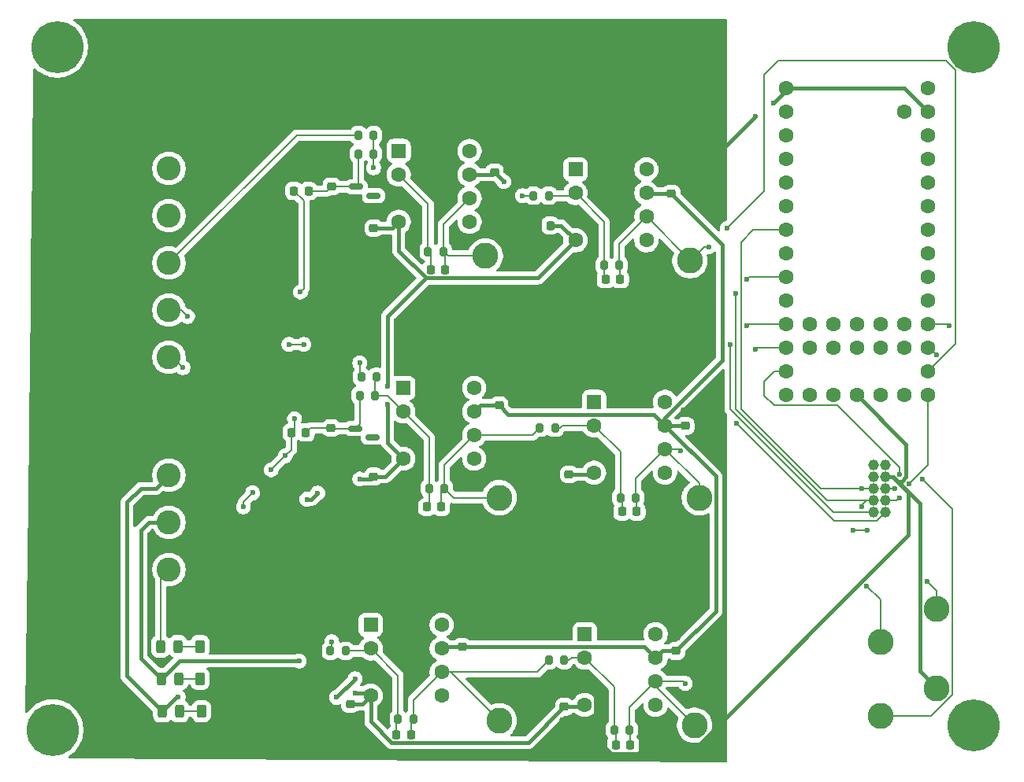
<source format=gbr>
%TF.GenerationSoftware,KiCad,Pcbnew,9.0.2*%
%TF.CreationDate,2025-07-17T12:33:06-04:00*%
%TF.ProjectId,Mirror+QC_Control,4d697272-6f72-42b5-9143-5f436f6e7472,rev?*%
%TF.SameCoordinates,Original*%
%TF.FileFunction,Copper,L1,Top*%
%TF.FilePolarity,Positive*%
%FSLAX46Y46*%
G04 Gerber Fmt 4.6, Leading zero omitted, Abs format (unit mm)*
G04 Created by KiCad (PCBNEW 9.0.2) date 2025-07-17 12:33:06*
%MOMM*%
%LPD*%
G01*
G04 APERTURE LIST*
G04 Aperture macros list*
%AMRoundRect*
0 Rectangle with rounded corners*
0 $1 Rounding radius*
0 $2 $3 $4 $5 $6 $7 $8 $9 X,Y pos of 4 corners*
0 Add a 4 corners polygon primitive as box body*
4,1,4,$2,$3,$4,$5,$6,$7,$8,$9,$2,$3,0*
0 Add four circle primitives for the rounded corners*
1,1,$1+$1,$2,$3*
1,1,$1+$1,$4,$5*
1,1,$1+$1,$6,$7*
1,1,$1+$1,$8,$9*
0 Add four rect primitives between the rounded corners*
20,1,$1+$1,$2,$3,$4,$5,0*
20,1,$1+$1,$4,$5,$6,$7,0*
20,1,$1+$1,$6,$7,$8,$9,0*
20,1,$1+$1,$8,$9,$2,$3,0*%
G04 Aperture macros list end*
%TA.AperFunction,ComponentPad*%
%ADD10C,1.600000*%
%TD*%
%TA.AperFunction,SMDPad,CuDef*%
%ADD11RoundRect,0.200000X-0.200000X-0.275000X0.200000X-0.275000X0.200000X0.275000X-0.200000X0.275000X0*%
%TD*%
%TA.AperFunction,ComponentPad*%
%ADD12C,1.168400*%
%TD*%
%TA.AperFunction,ComponentPad*%
%ADD13RoundRect,0.250000X-1.050000X1.050000X-1.050000X-1.050000X1.050000X-1.050000X1.050000X1.050000X0*%
%TD*%
%TA.AperFunction,ComponentPad*%
%ADD14C,2.600000*%
%TD*%
%TA.AperFunction,SMDPad,CuDef*%
%ADD15RoundRect,0.225000X-0.250000X0.225000X-0.250000X-0.225000X0.250000X-0.225000X0.250000X0.225000X0*%
%TD*%
%TA.AperFunction,SMDPad,CuDef*%
%ADD16RoundRect,0.225000X0.250000X-0.225000X0.250000X0.225000X-0.250000X0.225000X-0.250000X-0.225000X0*%
%TD*%
%TA.AperFunction,SMDPad,CuDef*%
%ADD17RoundRect,0.225000X-0.225000X-0.250000X0.225000X-0.250000X0.225000X0.250000X-0.225000X0.250000X0*%
%TD*%
%TA.AperFunction,SMDPad,CuDef*%
%ADD18RoundRect,0.225000X0.225000X0.250000X-0.225000X0.250000X-0.225000X-0.250000X0.225000X-0.250000X0*%
%TD*%
%TA.AperFunction,SMDPad,CuDef*%
%ADD19RoundRect,0.150000X-0.587500X-0.150000X0.587500X-0.150000X0.587500X0.150000X-0.587500X0.150000X0*%
%TD*%
%TA.AperFunction,ComponentPad*%
%ADD20RoundRect,0.250000X-0.550000X-0.550000X0.550000X-0.550000X0.550000X0.550000X-0.550000X0.550000X0*%
%TD*%
%TA.AperFunction,ConnectorPad*%
%ADD21C,5.600000*%
%TD*%
%TA.AperFunction,ComponentPad*%
%ADD22C,3.600000*%
%TD*%
%TA.AperFunction,ComponentPad*%
%ADD23C,2.800000*%
%TD*%
%TA.AperFunction,SMDPad,CuDef*%
%ADD24RoundRect,0.243750X0.243750X0.456250X-0.243750X0.456250X-0.243750X-0.456250X0.243750X-0.456250X0*%
%TD*%
%TA.AperFunction,SMDPad,CuDef*%
%ADD25RoundRect,0.250000X0.262500X0.450000X-0.262500X0.450000X-0.262500X-0.450000X0.262500X-0.450000X0*%
%TD*%
%TA.AperFunction,SMDPad,CuDef*%
%ADD26RoundRect,0.243750X-0.243750X-0.456250X0.243750X-0.456250X0.243750X0.456250X-0.243750X0.456250X0*%
%TD*%
%TA.AperFunction,SMDPad,CuDef*%
%ADD27RoundRect,0.250000X-0.262500X-0.450000X0.262500X-0.450000X0.262500X0.450000X-0.262500X0.450000X0*%
%TD*%
%TA.AperFunction,ViaPad*%
%ADD28C,0.600000*%
%TD*%
%TA.AperFunction,Conductor*%
%ADD29C,0.200000*%
%TD*%
%TA.AperFunction,Conductor*%
%ADD30C,0.381000*%
%TD*%
G04 APERTURE END LIST*
D10*
%TO.P,U7,17,GND*%
%TO.N,GND*%
X130420000Y-65980000D03*
%TO.P,U7,18,PROGRAM*%
%TO.N,unconnected-(U7-PROGRAM-Pad18)*%
X132960000Y-65980000D03*
%TO.P,U7,19,ON_OFF*%
%TO.N,unconnected-(U7-ON_OFF-Pad19)*%
X135500000Y-65980000D03*
%TO.P,U7,20,13_SCK_CRX1_LED*%
%TO.N,/SCLK*%
X138040000Y-65980000D03*
%TO.P,U7,16,3V3*%
%TO.N,unconnected-(U7-3V3-Pad16)*%
X127880000Y-65980000D03*
%TO.P,U7,15,VBAT*%
%TO.N,unconnected-(U7-VBAT-Pad15)*%
X125340000Y-65980000D03*
%TO.P,U7,14,12_MISO_MQSL*%
%TO.N,unconnected-(U7-12_MISO_MQSL-Pad14)*%
X122800000Y-65980000D03*
%TO.P,U7,21,14_A0_TX3_SPDIF_OUT*%
%TO.N,/x_stage2*%
X138040000Y-63440000D03*
%TO.P,U7,22,15_A1_RX3_SPDIF_IN*%
%TO.N,/y_stage2*%
X138040000Y-60900000D03*
%TO.P,U7,23,16_A2_RX4_SCL1*%
%TO.N,/sum_stage2*%
X138040000Y-58360000D03*
%TO.P,U7,24,17_A3_TX4_SDA1*%
%TO.N,unconnected-(U7-17_A3_TX4_SDA1-Pad24)*%
X138040000Y-55820000D03*
%TO.P,U7,25,18_A4_SDA0*%
%TO.N,unconnected-(U7-18_A4_SDA0-Pad25)*%
X138040000Y-53280000D03*
%TO.P,U7,26,19_A5_SCL0*%
%TO.N,unconnected-(U7-19_A5_SCL0-Pad26)*%
X138040000Y-50740000D03*
%TO.P,U7,27,20_A6_TX5_LRCLK1*%
%TO.N,unconnected-(U7-20_A6_TX5_LRCLK1-Pad27)*%
X138040000Y-48200000D03*
%TO.P,U7,28,21_A7_RX5_BCLK1*%
%TO.N,unconnected-(U7-21_A7_RX5_BCLK1-Pad28)*%
X138040000Y-45660000D03*
%TO.P,U7,29,22_A8_CTX1*%
%TO.N,unconnected-(U7-22_A8_CTX1-Pad29)*%
X138040000Y-43120000D03*
%TO.P,U7,30,23_A9_CRX1_MCLK1*%
%TO.N,unconnected-(U7-23_A9_CRX1_MCLK1-Pad30)*%
X138040000Y-40580000D03*
%TO.P,U7,31,3V3*%
%TO.N,unconnected-(U7-3V3-Pad31)*%
X138040000Y-38040000D03*
%TO.P,U7,32,GND*%
%TO.N,GND*%
X138040000Y-35500000D03*
%TO.P,U7,33,VIN*%
%TO.N,unconnected-(U7-VIN-Pad33)*%
X138040000Y-32960000D03*
%TO.P,U7,34,VUSB*%
%TO.N,unconnected-(U7-VUSB-Pad34)*%
X135500000Y-35500000D03*
%TO.P,U7,13,11_MOSI_CTX1*%
%TO.N,/DIN*%
X122800000Y-63440000D03*
%TO.P,U7,12,10_CS_MQSR*%
%TO.N,/FCLK_Y*%
X122800000Y-60900000D03*
%TO.P,U7,11,9_OUT1C*%
%TO.N,/FCLK_X*%
X122800000Y-58360000D03*
%TO.P,U7,10,8_TX2_IN1*%
%TO.N,unconnected-(U7-8_TX2_IN1-Pad10)*%
X122800000Y-55820000D03*
%TO.P,U7,9,7_RX2_OUT1A*%
%TO.N,/SYNC*%
X122800000Y-53280000D03*
%TO.P,U7,8,6_OUT1D*%
%TO.N,unconnected-(U7-6_OUT1D-Pad8)*%
X122800000Y-50740000D03*
%TO.P,U7,7,5_IN2*%
%TO.N,/EN*%
X122800000Y-48200000D03*
%TO.P,U7,6,4_BCLK2*%
%TO.N,unconnected-(U7-4_BCLK2-Pad6)*%
X122800000Y-45660000D03*
%TO.P,U7,5,3_LRCLK2*%
%TO.N,unconnected-(U7-3_LRCLK2-Pad5)*%
X122800000Y-43120000D03*
%TO.P,U7,4,2_OUT2*%
%TO.N,unconnected-(U7-2_OUT2-Pad4)*%
X122800000Y-40580000D03*
%TO.P,U7,3,1_TX1_CTX2_MISO1*%
%TO.N,unconnected-(U7-1_TX1_CTX2_MISO1-Pad3)*%
X122800000Y-38040000D03*
%TO.P,U7,2,0_RX1_CRX2_CS1*%
%TO.N,unconnected-(U7-0_RX1_CRX2_CS1-Pad2)*%
X122800000Y-35500000D03*
%TO.P,U7,1,GND*%
%TO.N,GND*%
X122800000Y-32960000D03*
%TO.P,U7,35,24_A10_TX6_SCL2*%
%TO.N,unconnected-(U7-24_A10_TX6_SCL2-Pad35)*%
X135500000Y-60900000D03*
%TO.P,U7,36,25_A11_RX6_SDA2*%
%TO.N,unconnected-(U7-25_A11_RX6_SDA2-Pad36)*%
X135500000Y-58360000D03*
%TO.P,U7,37,26_A12_MOSI1*%
%TO.N,unconnected-(U7-26_A12_MOSI1-Pad37)*%
X132960000Y-60900000D03*
%TO.P,U7,38,27_A13_SCK1*%
%TO.N,unconnected-(U7-27_A13_SCK1-Pad38)*%
X132960000Y-58360000D03*
%TO.P,U7,39,28_RX7*%
%TO.N,unconnected-(U7-28_RX7-Pad39)*%
X130420000Y-60900000D03*
%TO.P,U7,40,29_TX7*%
%TO.N,unconnected-(U7-29_TX7-Pad40)*%
X130420000Y-58360000D03*
%TO.P,U7,41,30_CRX3*%
%TO.N,unconnected-(U7-30_CRX3-Pad41)*%
X127880000Y-60900000D03*
%TO.P,U7,42,31_CTX3*%
%TO.N,unconnected-(U7-31_CTX3-Pad42)*%
X127880000Y-58360000D03*
%TO.P,U7,43,32_OUT1B*%
%TO.N,unconnected-(U7-32_OUT1B-Pad43)*%
X125340000Y-60900000D03*
%TO.P,U7,44,33_MCLK2*%
%TO.N,unconnected-(U7-33_MCLK2-Pad44)*%
X125340000Y-58360000D03*
%TD*%
D11*
%TO.P,R1,1*%
%TO.N,/x+*%
X76850000Y-38000000D03*
%TO.P,R1,2*%
%TO.N,Net-(U10--)*%
X78500000Y-38000000D03*
%TD*%
D12*
%TO.P,J4,1,1*%
%TO.N,unconnected-(J4-Pad1)*%
X132230000Y-73500000D03*
%TO.P,J4,2,2*%
%TO.N,unconnected-(J4-Pad2)*%
X133500000Y-73500000D03*
%TO.P,J4,3,3*%
%TO.N,+5V*%
X132230000Y-74770000D03*
%TO.P,J4,4,4*%
%TO.N,GND*%
X133500000Y-74770000D03*
%TO.P,J4,5,5*%
%TO.N,/EN*%
X132230000Y-76040000D03*
%TO.P,J4,6,6*%
%TO.N,/DIN*%
X133500000Y-76040000D03*
%TO.P,J4,7,7*%
%TO.N,/SYNC*%
X132230000Y-77310000D03*
%TO.P,J4,8,8*%
%TO.N,/SCLK*%
X133500000Y-77310000D03*
%TO.P,J4,9,9*%
%TO.N,/FCLK_X*%
X132230000Y-78580000D03*
%TO.P,J4,10,10*%
%TO.N,/FCLK_Y*%
X133500000Y-78580000D03*
%TD*%
D13*
%TO.P,J3,1,Pin_1*%
%TO.N,GND*%
X56500000Y-36500000D03*
D14*
%TO.P,J3,2,Pin_2*%
%TO.N,+15V*%
X56500000Y-41580000D03*
%TO.P,J3,3,Pin_3*%
%TO.N,-15V*%
X56500000Y-46660000D03*
%TO.P,J3,4,Pin_4*%
%TO.N,/x+*%
X56500000Y-51740000D03*
%TO.P,J3,5,Pin_5*%
%TO.N,/y+*%
X56500000Y-56820000D03*
%TO.P,J3,6,Pin_6*%
%TO.N,/sum*%
X56500000Y-61900000D03*
%TD*%
D15*
%TO.P,C11,2*%
%TO.N,GND*%
X99500000Y-76060000D03*
%TO.P,C11,1*%
%TO.N,-15V*%
X99500000Y-74500000D03*
%TD*%
D16*
%TO.P,C19,2*%
%TO.N,GND*%
X111000000Y-91940000D03*
%TO.P,C19,1*%
%TO.N,+15V*%
X111000000Y-93500000D03*
%TD*%
D11*
%TO.P,R16,2*%
%TO.N,/sum_stage2*%
X106000000Y-102000000D03*
%TO.P,R16,1*%
%TO.N,Net-(U6--)*%
X104350000Y-102000000D03*
%TD*%
%TO.P,R4,2*%
%TO.N,/sum_stage1*%
X82775000Y-100846250D03*
%TO.P,R4,1*%
%TO.N,Net-(U5--)*%
X81125000Y-100846250D03*
%TD*%
D17*
%TO.P,R20,2*%
%TO.N,Net-(U8-K)*%
X71212500Y-70000000D03*
%TO.P,R20,1*%
%TO.N,+5V*%
X69662500Y-70000000D03*
%TD*%
D11*
%TO.P,R8,2*%
%TO.N,Net-(U1--)*%
X78650000Y-66000000D03*
%TO.P,R8,1*%
%TO.N,Net-(U8-K)*%
X77000000Y-66000000D03*
%TD*%
%TO.P,R7,2*%
%TO.N,Net-(U1--)*%
X78825000Y-64000000D03*
%TO.P,R7,1*%
%TO.N,/y+*%
X77175000Y-64000000D03*
%TD*%
D18*
%TO.P,C2,2*%
%TO.N,Net-(U1--)*%
X84225000Y-78000000D03*
%TO.P,C2,1*%
%TO.N,/y_stage1*%
X85775000Y-78000000D03*
%TD*%
D11*
%TO.P,R3,2*%
%TO.N,Net-(U10--)*%
X78500000Y-40000000D03*
%TO.P,R3,1*%
%TO.N,Net-(U2-K)*%
X76850000Y-40000000D03*
%TD*%
D19*
%TO.P,U2,1,K*%
%TO.N,Net-(U2-K)*%
X76625000Y-43550000D03*
%TO.P,U2,2,A*%
%TO.N,GND*%
X76625000Y-45450000D03*
%TO.P,U2,3,NC*%
%TO.N,unconnected-(U2-NC-Pad3)*%
X78500000Y-44500000D03*
%TD*%
D17*
%TO.P,R18,2*%
%TO.N,Net-(U2-K)*%
X71500000Y-44000000D03*
%TO.P,R18,1*%
%TO.N,+5V*%
X69950000Y-44000000D03*
%TD*%
D15*
%TO.P,R19,2*%
%TO.N,GND*%
X74000000Y-45050000D03*
%TO.P,R19,1*%
%TO.N,Net-(U2-K)*%
X74000000Y-43500000D03*
%TD*%
%TO.P,C5,2*%
%TO.N,GND*%
X78500000Y-49560000D03*
%TO.P,C5,1*%
%TO.N,-15V*%
X78500000Y-48000000D03*
%TD*%
D11*
%TO.P,R2,2*%
%TO.N,/x_stage1*%
X86000000Y-50500000D03*
%TO.P,R2,1*%
%TO.N,Net-(U10--)*%
X84350000Y-50500000D03*
%TD*%
D17*
%TO.P,C1,2*%
%TO.N,/x_stage1*%
X86175000Y-52500000D03*
%TO.P,C1,1*%
%TO.N,Net-(U10--)*%
X84625000Y-52500000D03*
%TD*%
D20*
%TO.P,U11,1,BAL*%
%TO.N,unconnected-(U11-BAL-Pad1)*%
X100195000Y-41690000D03*
D10*
%TO.P,U11,2,-*%
%TO.N,Net-(U11--)*%
X100195000Y-44230000D03*
%TO.P,U11,3,+*%
%TO.N,GND*%
X100195000Y-46770000D03*
%TO.P,U11,4,V-*%
%TO.N,-15V*%
X100195000Y-49310000D03*
%TO.P,U11,5,COMP*%
%TO.N,unconnected-(U11-COMP-Pad5)*%
X107815000Y-49310000D03*
%TO.P,U11,6*%
%TO.N,/x_stage2*%
X107815000Y-46770000D03*
%TO.P,U11,7,V+*%
%TO.N,+15V*%
X107815000Y-44230000D03*
%TO.P,U11,8,C/B*%
%TO.N,unconnected-(U11-C{slash}B-Pad8)*%
X107815000Y-41690000D03*
%TD*%
D20*
%TO.P,U10,1,BAL*%
%TO.N,unconnected-(U10-BAL-Pad1)*%
X81195000Y-39690000D03*
D10*
%TO.P,U10,2,-*%
%TO.N,Net-(U10--)*%
X81195000Y-42230000D03*
%TO.P,U10,3,+*%
%TO.N,GND*%
X81195000Y-44770000D03*
%TO.P,U10,4,V-*%
%TO.N,-15V*%
X81195000Y-47310000D03*
%TO.P,U10,5,COMP*%
%TO.N,unconnected-(U10-COMP-Pad5)*%
X88815000Y-47310000D03*
%TO.P,U10,6*%
%TO.N,/x_stage1*%
X88815000Y-44770000D03*
%TO.P,U10,7,V+*%
%TO.N,+15V*%
X88815000Y-42230000D03*
%TO.P,U10,8,C/B*%
%TO.N,unconnected-(U10-C{slash}B-Pad8)*%
X88815000Y-39690000D03*
%TD*%
D20*
%TO.P,U6,1,BAL*%
%TO.N,unconnected-(U6-BAL-Pad1)*%
X101195000Y-91690000D03*
D10*
%TO.P,U6,2,-*%
%TO.N,Net-(U6--)*%
X101195000Y-94230000D03*
%TO.P,U6,3,+*%
%TO.N,GND*%
X101195000Y-96770000D03*
%TO.P,U6,4,V-*%
%TO.N,-15V*%
X101195000Y-99310000D03*
%TO.P,U6,5,COMP*%
%TO.N,unconnected-(U6-COMP-Pad5)*%
X108815000Y-99310000D03*
%TO.P,U6,6*%
%TO.N,/sum_stage2*%
X108815000Y-96770000D03*
%TO.P,U6,7,V+*%
%TO.N,+15V*%
X108815000Y-94230000D03*
%TO.P,U6,8,C/B*%
%TO.N,unconnected-(U6-C{slash}B-Pad8)*%
X108815000Y-91690000D03*
%TD*%
D20*
%TO.P,U5,1,BAL*%
%TO.N,unconnected-(U5-BAL-Pad1)*%
X78195000Y-90690000D03*
D10*
%TO.P,U5,2,-*%
%TO.N,Net-(U5--)*%
X78195000Y-93230000D03*
%TO.P,U5,3,+*%
%TO.N,GND*%
X78195000Y-95770000D03*
%TO.P,U5,4,V-*%
%TO.N,-15V*%
X78195000Y-98310000D03*
%TO.P,U5,5,COMP*%
%TO.N,unconnected-(U5-COMP-Pad5)*%
X85815000Y-98310000D03*
%TO.P,U5,6*%
%TO.N,/sum_stage1*%
X85815000Y-95770000D03*
%TO.P,U5,7,V+*%
%TO.N,+15V*%
X85815000Y-93230000D03*
%TO.P,U5,8,C/B*%
%TO.N,unconnected-(U5-C{slash}B-Pad8)*%
X85815000Y-90690000D03*
%TD*%
D20*
%TO.P,U3,1,BAL*%
%TO.N,unconnected-(U3-BAL-Pad1)*%
X102195000Y-66690000D03*
D10*
%TO.P,U3,2,-*%
%TO.N,Net-(U3--)*%
X102195000Y-69230000D03*
%TO.P,U3,3,+*%
%TO.N,GND*%
X102195000Y-71770000D03*
%TO.P,U3,4,V-*%
%TO.N,-15V*%
X102195000Y-74310000D03*
%TO.P,U3,5,COMP*%
%TO.N,unconnected-(U3-COMP-Pad5)*%
X109815000Y-74310000D03*
%TO.P,U3,6*%
%TO.N,/y_stage2*%
X109815000Y-71770000D03*
%TO.P,U3,7,V+*%
%TO.N,+15V*%
X109815000Y-69230000D03*
%TO.P,U3,8,C/B*%
%TO.N,unconnected-(U3-C{slash}B-Pad8)*%
X109815000Y-66690000D03*
%TD*%
D20*
%TO.P,U1,1,BAL*%
%TO.N,unconnected-(U1-BAL-Pad1)*%
X81695000Y-65190000D03*
D10*
%TO.P,U1,2,-*%
%TO.N,Net-(U1--)*%
X81695000Y-67730000D03*
%TO.P,U1,3,+*%
%TO.N,GND*%
X81695000Y-70270000D03*
%TO.P,U1,4,V-*%
%TO.N,-15V*%
X81695000Y-72810000D03*
%TO.P,U1,5,COMP*%
%TO.N,unconnected-(U1-COMP-Pad5)*%
X89315000Y-72810000D03*
%TO.P,U1,6*%
%TO.N,/y_stage1*%
X89315000Y-70270000D03*
%TO.P,U1,7,V+*%
%TO.N,+15V*%
X89315000Y-67730000D03*
%TO.P,U1,8,C/B*%
%TO.N,unconnected-(U1-C{slash}B-Pad8)*%
X89315000Y-65190000D03*
%TD*%
D21*
%TO.P,H1,1*%
%TO.N,N/C*%
X44500000Y-28500000D03*
D22*
X44500000Y-28500000D03*
%TD*%
%TO.P,H2,1*%
%TO.N,N/C*%
X44000000Y-102000000D03*
D21*
X44000000Y-102000000D03*
%TD*%
D22*
%TO.P,H3,1*%
%TO.N,N/C*%
X143000000Y-28500000D03*
D21*
X143000000Y-28500000D03*
%TD*%
%TO.P,H4,1*%
%TO.N,N/C*%
X143000000Y-101500000D03*
D22*
X143000000Y-101500000D03*
%TD*%
D11*
%TO.P,R11,2*%
%TO.N,/y_stage2*%
X106692500Y-77000000D03*
%TO.P,R11,1*%
%TO.N,Net-(U3--)*%
X105042500Y-77000000D03*
%TD*%
D17*
%TO.P,C21,1*%
%TO.N,Net-(U6--)*%
X104527500Y-103653750D03*
%TO.P,C21,2*%
%TO.N,/sum_stage2*%
X106087500Y-103653750D03*
%TD*%
%TO.P,C20,1*%
%TO.N,Net-(U3--)*%
X105220000Y-78500000D03*
%TO.P,C20,2*%
%TO.N,/y_stage2*%
X106780000Y-78500000D03*
%TD*%
%TO.P,C16,1*%
%TO.N,Net-(U5--)*%
X80940000Y-102500000D03*
%TO.P,C16,2*%
%TO.N,/sum_stage1*%
X82500000Y-102500000D03*
%TD*%
%TO.P,C15,1*%
%TO.N,Net-(U11--)*%
X103440000Y-53500000D03*
%TO.P,C15,2*%
%TO.N,/x_stage2*%
X105000000Y-53500000D03*
%TD*%
D15*
%TO.P,C14,1*%
%TO.N,-15V*%
X76000000Y-99220000D03*
%TO.P,C14,2*%
%TO.N,GND*%
X76000000Y-100780000D03*
%TD*%
%TO.P,C13,1*%
%TO.N,-15V*%
X99000000Y-99500000D03*
%TO.P,C13,2*%
%TO.N,GND*%
X99000000Y-101060000D03*
%TD*%
%TO.P,C12,1*%
%TO.N,GND*%
X88000000Y-91500000D03*
%TO.P,C12,2*%
%TO.N,+15V*%
X88000000Y-93060000D03*
%TD*%
D16*
%TO.P,C10,1*%
%TO.N,+15V*%
X110500000Y-44280000D03*
%TO.P,C10,2*%
%TO.N,GND*%
X110500000Y-42720000D03*
%TD*%
D15*
%TO.P,C9,1*%
%TO.N,-15V*%
X78500000Y-74720000D03*
%TO.P,C9,2*%
%TO.N,GND*%
X78500000Y-76280000D03*
%TD*%
D16*
%TO.P,C8,1*%
%TO.N,+15V*%
X112000000Y-69280000D03*
%TO.P,C8,2*%
%TO.N,GND*%
X112000000Y-67720000D03*
%TD*%
D15*
%TO.P,C7,1*%
%TO.N,GND*%
X92000000Y-65500000D03*
%TO.P,C7,2*%
%TO.N,+15V*%
X92000000Y-67060000D03*
%TD*%
D18*
%TO.P,C6,1*%
%TO.N,-15V*%
X97500000Y-47720000D03*
%TO.P,C6,2*%
%TO.N,GND*%
X95940000Y-47720000D03*
%TD*%
D16*
%TO.P,C4,1*%
%TO.N,+15V*%
X91500000Y-42000000D03*
%TO.P,C4,2*%
%TO.N,GND*%
X91500000Y-40440000D03*
%TD*%
D15*
%TO.P,R21,1*%
%TO.N,Net-(U8-K)*%
X73937500Y-69500000D03*
%TO.P,R21,2*%
%TO.N,GND*%
X73937500Y-71050000D03*
%TD*%
D11*
%TO.P,R15,1*%
%TO.N,/sum_stage1*%
X97350000Y-94500000D03*
%TO.P,R15,2*%
%TO.N,Net-(U6--)*%
X99000000Y-94500000D03*
%TD*%
%TO.P,R12,1*%
%TO.N,/sum*%
X73850000Y-93500000D03*
%TO.P,R12,2*%
%TO.N,Net-(U5--)*%
X75500000Y-93500000D03*
%TD*%
%TO.P,R10,1*%
%TO.N,/y_stage1*%
X96350000Y-69500000D03*
%TO.P,R10,2*%
%TO.N,Net-(U3--)*%
X98000000Y-69500000D03*
%TD*%
%TO.P,R9,1*%
%TO.N,Net-(U1--)*%
X84450000Y-76000000D03*
%TO.P,R9,2*%
%TO.N,/y_stage1*%
X86100000Y-76000000D03*
%TD*%
%TO.P,R6,1*%
%TO.N,Net-(U11--)*%
X103262500Y-52000000D03*
%TO.P,R6,2*%
%TO.N,/x_stage2*%
X104912500Y-52000000D03*
%TD*%
%TO.P,R5,1*%
%TO.N,/x_stage1*%
X95675000Y-44500000D03*
%TO.P,R5,2*%
%TO.N,Net-(U11--)*%
X97325000Y-44500000D03*
%TD*%
D23*
%TO.P,TP_EN1,1,1*%
%TO.N,/EN*%
X139000000Y-89000000D03*
%TD*%
D24*
%TO.P,D1,2,A*%
%TO.N,+15V*%
X55787500Y-100000000D03*
%TO.P,D1,1,K*%
%TO.N,Net-(D1-K)*%
X57662500Y-100000000D03*
%TD*%
D25*
%TO.P,R13,2*%
%TO.N,Net-(D1-K)*%
X60000000Y-100000000D03*
%TO.P,R13,1*%
%TO.N,GND*%
X61825000Y-100000000D03*
%TD*%
D23*
%TO.P,SumStage1,1,1*%
%TO.N,/sum_stage1*%
X92000000Y-101000000D03*
%TD*%
%TO.P,SumStage2,1,1*%
%TO.N,/sum_stage2*%
X113000000Y-101500000D03*
%TD*%
%TO.P,GND3,1,1*%
%TO.N,GND*%
X97000000Y-89500000D03*
%TD*%
%TO.P,GND2,1,1*%
%TO.N,GND*%
X97500000Y-65000000D03*
%TD*%
D19*
%TO.P,U8,1,K*%
%TO.N,Net-(U8-K)*%
X76500000Y-69550000D03*
%TO.P,U8,2,A*%
%TO.N,GND*%
X76500000Y-71450000D03*
%TO.P,U8,3,NC*%
%TO.N,unconnected-(U8-NC-Pad3)*%
X78375000Y-70500000D03*
%TD*%
D23*
%TO.P,YStage1,1,1*%
%TO.N,/y_stage1*%
X92000000Y-77000000D03*
%TD*%
%TO.P,YStage2,1,1*%
%TO.N,/y_stage2*%
X113500000Y-77000000D03*
%TD*%
%TO.P,GND4,1,1*%
%TO.N,GND*%
X139000000Y-97500000D03*
%TD*%
%TO.P,TP_DIN1,1,1*%
%TO.N,/DIN*%
X133000000Y-100500000D03*
%TD*%
%TO.P,TP_SYNC1,1,1*%
%TO.N,/SYNC*%
X133000000Y-92500000D03*
%TD*%
%TO.P,GND1,1,1*%
%TO.N,GND*%
X98500000Y-38000000D03*
%TD*%
%TO.P,XStage1,1,1*%
%TO.N,/x_stage1*%
X90500000Y-51000000D03*
%TD*%
%TO.P,XStage2,1,1*%
%TO.N,/x_stage2*%
X112500000Y-51500000D03*
%TD*%
D26*
%TO.P,D2,2,A*%
%TO.N,Net-(D2-A)*%
X57600000Y-96500000D03*
%TO.P,D2,1,K*%
%TO.N,-15V*%
X55725000Y-96500000D03*
%TD*%
D27*
%TO.P,R17,1*%
%TO.N,Net-(D3-K)*%
X59837500Y-93000000D03*
%TO.P,R17,2*%
%TO.N,GND*%
X61662500Y-93000000D03*
%TD*%
%TO.P,R14,1*%
%TO.N,Net-(D2-A)*%
X59837500Y-96500000D03*
%TO.P,R14,2*%
%TO.N,GND*%
X61662500Y-96500000D03*
%TD*%
D24*
%TO.P,D3,1,K*%
%TO.N,Net-(D3-K)*%
X57475000Y-93000000D03*
%TO.P,D3,2,A*%
%TO.N,+5V*%
X55600000Y-93000000D03*
%TD*%
D13*
%TO.P,J2,1,Pin_1*%
%TO.N,GND*%
X56500000Y-69500000D03*
D14*
%TO.P,J2,2,Pin_2*%
%TO.N,+15V*%
X56500000Y-74580000D03*
%TO.P,J2,3,Pin_3*%
%TO.N,-15V*%
X56500000Y-79660000D03*
%TO.P,J2,4,Pin_4*%
%TO.N,+5V*%
X56500000Y-84740000D03*
%TD*%
D28*
%TO.N,+5V*%
X69000000Y-72500000D03*
X67500000Y-74000000D03*
X65500000Y-76483765D03*
X64500000Y-78000000D03*
%TO.N,-15V*%
X77000000Y-75000000D03*
X71325735Y-77174265D03*
X72500000Y-76500000D03*
%TO.N,/sum*%
X74000000Y-92500000D03*
X58000000Y-63000000D03*
%TO.N,/y+*%
X77000000Y-62500000D03*
X69400000Y-60500000D03*
X71000000Y-60500000D03*
X58500000Y-57500000D03*
%TO.N,+5V*%
X70000000Y-68500000D03*
%TO.N,/x_stage1*%
X94500000Y-44500000D03*
%TO.N,+15V*%
X92500000Y-43000000D03*
%TO.N,Net-(U10--)*%
X78500000Y-41500000D03*
%TO.N,+15V*%
X57500000Y-98500000D03*
X74500000Y-98500000D03*
%TO.N,GND*%
X121500000Y-34500000D03*
X119500000Y-36000000D03*
%TO.N,-15V*%
X76500000Y-98000000D03*
X70500000Y-94578500D03*
%TO.N,+15V*%
X76500000Y-96500000D03*
%TO.N,/sum_stage2*%
X112000000Y-97000000D03*
X140400000Y-58500000D03*
%TO.N,/y_stage2*%
X138973605Y-61657866D03*
X111500000Y-72000000D03*
%TO.N,/x_stage2*%
X116500000Y-48000000D03*
X114500000Y-50000000D03*
%TO.N,/DIN*%
X137500000Y-75000000D03*
%TO.N,/EN*%
X130000000Y-80500000D03*
X138000000Y-86000000D03*
X131600000Y-80500000D03*
X131000000Y-76040000D03*
%TO.N,/SYNC*%
X131000000Y-77980000D03*
X131505040Y-86505040D03*
%TO.N,/FCLK_Y*%
X117500000Y-69000000D03*
X119500000Y-61000000D03*
%TO.N,/SCLK*%
X136016349Y-75483651D03*
X135000000Y-77000000D03*
%TO.N,/DIN*%
X135016349Y-74483651D03*
X134500000Y-76000000D03*
%TO.N,/FCLK_X*%
X116800000Y-60500000D03*
X118600000Y-58500000D03*
%TO.N,/SYNC*%
X118600000Y-53500000D03*
X117400000Y-55000000D03*
%TO.N,+5V*%
X70634265Y-54865735D03*
%TO.N,-15V*%
X80000000Y-65000000D03*
X80000000Y-67000000D03*
%TD*%
D29*
%TO.N,+5V*%
X67500000Y-74000000D02*
X69000000Y-72500000D01*
X69662500Y-71837500D02*
X69662500Y-70000000D01*
X69000000Y-72500000D02*
X69662500Y-71837500D01*
X64500000Y-78000000D02*
X64500000Y-77483765D01*
X64500000Y-77483765D02*
X65500000Y-76483765D01*
D30*
%TO.N,-15V*%
X71325735Y-77174265D02*
X71825735Y-77174265D01*
X71825735Y-77174265D02*
X72500000Y-76500000D01*
X77000000Y-75000000D02*
X78220000Y-75000000D01*
X78220000Y-75000000D02*
X78500000Y-74720000D01*
D29*
%TO.N,+5V*%
X55600000Y-93000000D02*
X55600000Y-85640000D01*
X55600000Y-85640000D02*
X56500000Y-84740000D01*
D30*
%TO.N,-15V*%
X53500000Y-94275000D02*
X53500000Y-80500000D01*
X53500000Y-80500000D02*
X54340000Y-79660000D01*
X54340000Y-79660000D02*
X56500000Y-79660000D01*
X55725000Y-96500000D02*
X53500000Y-94275000D01*
%TO.N,+15V*%
X52000000Y-77500000D02*
X53500000Y-76000000D01*
X55787500Y-100000000D02*
X52000000Y-96212500D01*
X52000000Y-96212500D02*
X52000000Y-77500000D01*
X53500000Y-76000000D02*
X55080000Y-76000000D01*
X55080000Y-76000000D02*
X56500000Y-74580000D01*
D29*
%TO.N,/sum*%
X56500000Y-61900000D02*
X56900000Y-61900000D01*
X74000000Y-92500000D02*
X74000000Y-93350000D01*
X56900000Y-61900000D02*
X58000000Y-63000000D01*
X74000000Y-93350000D02*
X73850000Y-93500000D01*
%TO.N,/y+*%
X69400000Y-60500000D02*
X71000000Y-60500000D01*
X57820000Y-56820000D02*
X58500000Y-57500000D01*
X56500000Y-56820000D02*
X57820000Y-56820000D01*
X77000000Y-62500000D02*
X77000000Y-63825000D01*
X77000000Y-63825000D02*
X77175000Y-64000000D01*
%TO.N,+5V*%
X70000000Y-68500000D02*
X70000000Y-69662500D01*
X70000000Y-69662500D02*
X69662500Y-70000000D01*
%TO.N,/x+*%
X56500000Y-51740000D02*
X70240000Y-38000000D01*
X70240000Y-38000000D02*
X76850000Y-38000000D01*
%TO.N,Net-(D3-K)*%
X57475000Y-93000000D02*
X59837500Y-93000000D01*
%TO.N,Net-(D2-A)*%
X57600000Y-96500000D02*
X59837500Y-96500000D01*
%TO.N,Net-(D1-K)*%
X57662500Y-100000000D02*
X60000000Y-100000000D01*
%TO.N,Net-(U6--)*%
X99000000Y-94500000D02*
X99500000Y-94500000D01*
X99500000Y-94500000D02*
X99770000Y-94230000D01*
X99770000Y-94230000D02*
X101195000Y-94230000D01*
D30*
%TO.N,GND*%
X134326183Y-74770000D02*
X134528092Y-74971908D01*
X130420000Y-65980000D02*
X135707849Y-71267849D01*
X135707849Y-71267849D02*
X135707849Y-74770080D01*
X135707849Y-74770080D02*
X135256020Y-75221909D01*
X135256020Y-75221909D02*
X134778093Y-75221909D01*
X134778093Y-75221909D02*
X134528092Y-74971908D01*
D29*
%TO.N,/x_stage1*%
X94500000Y-44500000D02*
X95675000Y-44500000D01*
%TO.N,Net-(U10--)*%
X78500000Y-40000000D02*
X78500000Y-41500000D01*
D30*
%TO.N,+15V*%
X57287500Y-98500000D02*
X55787500Y-100000000D01*
X57500000Y-98500000D02*
X57287500Y-98500000D01*
%TO.N,-15V*%
X70500000Y-94578500D02*
X57646500Y-94578500D01*
X57646500Y-94578500D02*
X55725000Y-96500000D01*
%TO.N,+5V*%
X56500000Y-84740000D02*
X56760000Y-84740000D01*
%TO.N,GND*%
X122800000Y-32960000D02*
X122800000Y-33200000D01*
X119500000Y-36000000D02*
X112780000Y-42720000D01*
X122800000Y-33200000D02*
X121500000Y-34500000D01*
X112780000Y-42720000D02*
X110500000Y-42720000D01*
X122800000Y-32960000D02*
X135500000Y-32960000D01*
X135500000Y-32960000D02*
X138040000Y-35500000D01*
%TO.N,-15V*%
X77885000Y-98000000D02*
X78195000Y-98310000D01*
X76500000Y-98000000D02*
X77885000Y-98000000D01*
%TO.N,+15V*%
X85545000Y-93500000D02*
X85815000Y-93230000D01*
X74500000Y-98500000D02*
X76500000Y-96500000D01*
D29*
%TO.N,/sum_stage2*%
X138040000Y-58360000D02*
X140260000Y-58360000D01*
X140260000Y-58360000D02*
X140400000Y-58500000D01*
X111770000Y-96770000D02*
X108815000Y-96770000D01*
X112000000Y-97000000D02*
X111770000Y-96770000D01*
%TO.N,/y_stage2*%
X138973605Y-61657866D02*
X138631474Y-61315735D01*
X138631474Y-61315735D02*
X138455735Y-61315735D01*
X138455735Y-61315735D02*
X138040000Y-60900000D01*
X109815000Y-71770000D02*
X111270000Y-71770000D01*
X111270000Y-71770000D02*
X111500000Y-72000000D01*
%TO.N,/x_stage2*%
X114000000Y-50000000D02*
X114500000Y-50000000D01*
X141000000Y-60480000D02*
X138040000Y-63440000D01*
X120500000Y-44000000D02*
X120500000Y-31500000D01*
X116500000Y-48000000D02*
X120500000Y-44000000D01*
X120500000Y-31500000D02*
X122000000Y-30000000D01*
X140000000Y-30000000D02*
X141000000Y-31000000D01*
X112500000Y-51500000D02*
X114000000Y-50000000D01*
X122000000Y-30000000D02*
X140000000Y-30000000D01*
X141000000Y-31000000D02*
X141000000Y-60480000D01*
%TO.N,/DIN*%
X140701000Y-78201000D02*
X137500000Y-75000000D01*
X140701000Y-98204578D02*
X140701000Y-78201000D01*
X138405578Y-100500000D02*
X140701000Y-98204578D01*
X133000000Y-100500000D02*
X138405578Y-100500000D01*
%TO.N,/EN*%
X131600000Y-80500000D02*
X130000000Y-80500000D01*
X139000000Y-87000000D02*
X138000000Y-86000000D01*
X132230000Y-76040000D02*
X131000000Y-76040000D01*
X139000000Y-89000000D02*
X139000000Y-87000000D01*
%TO.N,/SYNC*%
X133000000Y-92500000D02*
X133000000Y-88000000D01*
X131000000Y-77810000D02*
X131500000Y-77310000D01*
X132230000Y-77310000D02*
X131500000Y-77310000D01*
X133000000Y-88000000D02*
X131505040Y-86505040D01*
X131000000Y-77980000D02*
X131000000Y-77810000D01*
%TO.N,/EN*%
X131000000Y-76040000D02*
X126540000Y-76040000D01*
X126540000Y-76040000D02*
X118000000Y-67500000D01*
X118000000Y-49500000D02*
X119300000Y-48200000D01*
X119300000Y-48200000D02*
X122800000Y-48200000D01*
X118000000Y-67500000D02*
X118000000Y-49500000D01*
%TO.N,/FCLK_Y*%
X133500000Y-78580000D02*
X132614800Y-79465200D01*
X127965200Y-79465200D02*
X117500000Y-69000000D01*
X119600000Y-60900000D02*
X122800000Y-60900000D01*
X132614800Y-79465200D02*
X127965200Y-79465200D01*
X119500000Y-61000000D02*
X119600000Y-60900000D01*
%TO.N,/SCLK*%
X138040000Y-73460000D02*
X138040000Y-65980000D01*
X134690000Y-77310000D02*
X135000000Y-77000000D01*
X133500000Y-77310000D02*
X134690000Y-77310000D01*
X136016349Y-75483651D02*
X138040000Y-73460000D01*
%TO.N,/DIN*%
X134460000Y-76040000D02*
X134500000Y-76000000D01*
X121581000Y-67081000D02*
X120500000Y-66000000D01*
X133500000Y-76040000D02*
X134460000Y-76040000D01*
X120500000Y-66000000D02*
X120500000Y-64500000D01*
X121560000Y-63440000D02*
X122800000Y-63440000D01*
X135016349Y-74483651D02*
X135016349Y-73764487D01*
X135016349Y-73764487D02*
X128332862Y-67081000D01*
X128332862Y-67081000D02*
X121581000Y-67081000D01*
X120500000Y-64500000D02*
X121560000Y-63440000D01*
D30*
%TO.N,GND*%
X136000000Y-81033564D02*
X112513314Y-104520250D01*
X136000000Y-76443817D02*
X136000000Y-81033564D01*
X104020250Y-104520250D02*
X102386500Y-102886500D01*
X134528092Y-74971908D02*
X136000000Y-76443817D01*
X112513314Y-104520250D02*
X104020250Y-104520250D01*
X102386500Y-102886500D02*
X102386500Y-97961500D01*
X102386500Y-97961500D02*
X101195000Y-96770000D01*
D29*
%TO.N,/FCLK_X*%
X132230000Y-78580000D02*
X127945800Y-78580000D01*
X127945800Y-78580000D02*
X116800000Y-67434200D01*
X116800000Y-67434200D02*
X116800000Y-60500000D01*
X118600000Y-58500000D02*
X118740000Y-58360000D01*
X118740000Y-58360000D02*
X122800000Y-58360000D01*
%TO.N,/SYNC*%
X118820000Y-53280000D02*
X122800000Y-53280000D01*
X131500000Y-77310000D02*
X127242900Y-77310000D01*
X127242900Y-77310000D02*
X117400000Y-67467100D01*
X117400000Y-67467100D02*
X117400000Y-55000000D01*
X118600000Y-53500000D02*
X118820000Y-53280000D01*
D30*
%TO.N,GND*%
X133500000Y-74770000D02*
X134326183Y-74770000D01*
X137208500Y-77652317D02*
X137208500Y-95708500D01*
X137208500Y-95708500D02*
X139000000Y-97500000D01*
X134326183Y-74770000D02*
X137208500Y-77652317D01*
%TO.N,+15V*%
X110500000Y-44280000D02*
X116000000Y-49780000D01*
X116000000Y-49780000D02*
X116000000Y-62190036D01*
X116000000Y-62190036D02*
X109815000Y-68375036D01*
X109815000Y-68375036D02*
X109815000Y-69230000D01*
X92978500Y-68038500D02*
X108623500Y-68038500D01*
X109815000Y-69230000D02*
X115291500Y-74706500D01*
X115291500Y-74706500D02*
X115291500Y-89208500D01*
X115291500Y-89208500D02*
X111000000Y-93500000D01*
X88000000Y-93060000D02*
X88021500Y-93038500D01*
X88021500Y-93038500D02*
X107623500Y-93038500D01*
X107623500Y-93038500D02*
X108815000Y-94230000D01*
%TO.N,-15V*%
X78195000Y-98310000D02*
X78195000Y-101108098D01*
X78195000Y-101108098D02*
X80453402Y-103366500D01*
X80453402Y-103366500D02*
X95133500Y-103366500D01*
X95133500Y-103366500D02*
X99000000Y-99500000D01*
D29*
%TO.N,+5V*%
X71000000Y-54500000D02*
X71000000Y-45050000D01*
X70634265Y-54865735D02*
X71000000Y-54500000D01*
X71000000Y-45050000D02*
X69950000Y-44000000D01*
D30*
%TO.N,+15V*%
X111000000Y-93500000D02*
X109545000Y-93500000D01*
X109545000Y-93500000D02*
X108815000Y-94230000D01*
D29*
%TO.N,/sum_stage2*%
X113000000Y-101500000D02*
X108815000Y-97315000D01*
X108815000Y-97315000D02*
X108815000Y-96770000D01*
X106000000Y-102000000D02*
X106000000Y-99585000D01*
X106000000Y-99585000D02*
X108815000Y-96770000D01*
X106087500Y-103653750D02*
X106087500Y-102087500D01*
X106087500Y-102087500D02*
X106000000Y-102000000D01*
%TO.N,Net-(U6--)*%
X104350000Y-102000000D02*
X104350000Y-97385000D01*
X104350000Y-97385000D02*
X101195000Y-94230000D01*
X104527500Y-103653750D02*
X104527500Y-102177500D01*
X104527500Y-102177500D02*
X104350000Y-102000000D01*
D30*
%TO.N,-15V*%
X99000000Y-99500000D02*
X101005000Y-99500000D01*
X101005000Y-99500000D02*
X101195000Y-99310000D01*
%TO.N,+15V*%
X88000000Y-93060000D02*
X85985000Y-93060000D01*
X85985000Y-93060000D02*
X85815000Y-93230000D01*
D29*
%TO.N,/sum_stage1*%
X85815000Y-95770000D02*
X96080000Y-95770000D01*
X96080000Y-95770000D02*
X97350000Y-94500000D01*
X85815000Y-95770000D02*
X86770000Y-95770000D01*
X86770000Y-95770000D02*
X92000000Y-101000000D01*
%TO.N,Net-(U5--)*%
X80940000Y-102500000D02*
X80940000Y-101031250D01*
X80940000Y-101031250D02*
X81125000Y-100846250D01*
%TO.N,/sum_stage1*%
X82500000Y-102500000D02*
X82500000Y-101121250D01*
X82500000Y-101121250D02*
X82775000Y-100846250D01*
X82775000Y-100846250D02*
X82775000Y-98810000D01*
X82775000Y-98810000D02*
X85815000Y-95770000D01*
%TO.N,Net-(U5--)*%
X81125000Y-100846250D02*
X81125000Y-96160000D01*
X81125000Y-96160000D02*
X78195000Y-93230000D01*
D30*
%TO.N,-15V*%
X76000000Y-99220000D02*
X77285000Y-99220000D01*
X77285000Y-99220000D02*
X78195000Y-98310000D01*
D29*
%TO.N,Net-(U5--)*%
X75500000Y-93500000D02*
X77925000Y-93500000D01*
X77925000Y-93500000D02*
X78195000Y-93230000D01*
D30*
%TO.N,-15V*%
X80000000Y-71115000D02*
X80000000Y-67000000D01*
X80000000Y-65000000D02*
X80000000Y-57504902D01*
X81695000Y-72810000D02*
X80000000Y-71115000D01*
X80000000Y-57504902D02*
X84138402Y-53366500D01*
%TO.N,+15V*%
X92000000Y-67060000D02*
X92978500Y-68038500D01*
X108623500Y-68038500D02*
X109815000Y-69230000D01*
X112000000Y-69280000D02*
X109865000Y-69280000D01*
X109865000Y-69280000D02*
X109815000Y-69230000D01*
D29*
%TO.N,/y_stage2*%
X113500000Y-77000000D02*
X113500000Y-75455000D01*
X113500000Y-75455000D02*
X109815000Y-71770000D01*
X106692500Y-77000000D02*
X106692500Y-74892500D01*
X106692500Y-74892500D02*
X109815000Y-71770000D01*
X106780000Y-78500000D02*
X106780000Y-77087500D01*
X106780000Y-77087500D02*
X106692500Y-77000000D01*
%TO.N,Net-(U3--)*%
X105220000Y-78500000D02*
X105220000Y-77177500D01*
X105220000Y-77177500D02*
X105042500Y-77000000D01*
X102195000Y-69230000D02*
X105042500Y-72077500D01*
X105042500Y-72077500D02*
X105042500Y-77000000D01*
D30*
%TO.N,-15V*%
X99500000Y-74500000D02*
X102005000Y-74500000D01*
X102005000Y-74500000D02*
X102195000Y-74310000D01*
D29*
%TO.N,Net-(U3--)*%
X98000000Y-69500000D02*
X98500000Y-69500000D01*
X98500000Y-69500000D02*
X98770000Y-69230000D01*
X98770000Y-69230000D02*
X102195000Y-69230000D01*
D30*
%TO.N,+15V*%
X92000000Y-67060000D02*
X89985000Y-67060000D01*
X89985000Y-67060000D02*
X89315000Y-67730000D01*
D29*
%TO.N,/y_stage1*%
X89315000Y-70270000D02*
X95580000Y-70270000D01*
X95580000Y-70270000D02*
X96350000Y-69500000D01*
X92000000Y-77000000D02*
X87100000Y-77000000D01*
X87100000Y-77000000D02*
X86100000Y-76000000D01*
X86100000Y-76000000D02*
X86100000Y-73485000D01*
X86100000Y-73485000D02*
X89315000Y-70270000D01*
%TO.N,Net-(U1--)*%
X84450000Y-76000000D02*
X84450000Y-70485000D01*
X84450000Y-70485000D02*
X81695000Y-67730000D01*
%TO.N,/y_stage1*%
X85775000Y-78000000D02*
X85775000Y-76325000D01*
X85775000Y-76325000D02*
X86100000Y-76000000D01*
%TO.N,Net-(U1--)*%
X84450000Y-76000000D02*
X84450000Y-77775000D01*
X84450000Y-77775000D02*
X84225000Y-78000000D01*
X78650000Y-66000000D02*
X79965000Y-66000000D01*
X79965000Y-66000000D02*
X81695000Y-67730000D01*
X78650000Y-66000000D02*
X78650000Y-64175000D01*
X78650000Y-64175000D02*
X78825000Y-64000000D01*
D30*
%TO.N,-15V*%
X78500000Y-74720000D02*
X79785000Y-74720000D01*
X79785000Y-74720000D02*
X81695000Y-72810000D01*
D29*
%TO.N,Net-(U8-K)*%
X73937500Y-69500000D02*
X71712500Y-69500000D01*
X71712500Y-69500000D02*
X71212500Y-70000000D01*
X76500000Y-69550000D02*
X73987500Y-69550000D01*
X73987500Y-69550000D02*
X73937500Y-69500000D01*
X77000000Y-66000000D02*
X77000000Y-69050000D01*
X77000000Y-69050000D02*
X76500000Y-69550000D01*
D30*
%TO.N,-15V*%
X81195000Y-47310000D02*
X81195000Y-50423098D01*
X81195000Y-50423098D02*
X84138402Y-53366500D01*
X84138402Y-53366500D02*
X96138500Y-53366500D01*
X96138500Y-53366500D02*
X100195000Y-49310000D01*
%TO.N,+15V*%
X91500000Y-42000000D02*
X92500000Y-43000000D01*
D29*
%TO.N,/x_stage2*%
X107815000Y-46770000D02*
X112500000Y-51455000D01*
X112500000Y-51455000D02*
X112500000Y-51500000D01*
D30*
%TO.N,+15V*%
X110500000Y-44280000D02*
X107865000Y-44280000D01*
X107865000Y-44280000D02*
X107815000Y-44230000D01*
D29*
%TO.N,Net-(U11--)*%
X103262500Y-52000000D02*
X103262500Y-47297500D01*
X103262500Y-47297500D02*
X100195000Y-44230000D01*
%TO.N,/x_stage2*%
X104912500Y-52000000D02*
X104912500Y-49672500D01*
X104912500Y-49672500D02*
X107815000Y-46770000D01*
X105000000Y-53500000D02*
X105000000Y-52087500D01*
X105000000Y-52087500D02*
X104912500Y-52000000D01*
%TO.N,Net-(U11--)*%
X103262500Y-52000000D02*
X103262500Y-53322500D01*
X103262500Y-53322500D02*
X103440000Y-53500000D01*
X97325000Y-44500000D02*
X99925000Y-44500000D01*
X99925000Y-44500000D02*
X100195000Y-44230000D01*
D30*
%TO.N,-15V*%
X97500000Y-47720000D02*
X98605000Y-47720000D01*
X98605000Y-47720000D02*
X100195000Y-49310000D01*
D29*
%TO.N,/x_stage1*%
X90500000Y-51000000D02*
X86500000Y-51000000D01*
X86500000Y-51000000D02*
X86000000Y-50500000D01*
D30*
%TO.N,+15V*%
X88815000Y-42230000D02*
X91270000Y-42230000D01*
X91270000Y-42230000D02*
X91500000Y-42000000D01*
D29*
%TO.N,/x_stage1*%
X95405000Y-44770000D02*
X95675000Y-44500000D01*
X86000000Y-50500000D02*
X86000000Y-47585000D01*
X86000000Y-47585000D02*
X88815000Y-44770000D01*
X86175000Y-52500000D02*
X86175000Y-50675000D01*
X86175000Y-50675000D02*
X86000000Y-50500000D01*
%TO.N,Net-(U10--)*%
X84625000Y-52500000D02*
X84625000Y-50775000D01*
X84625000Y-50775000D02*
X84350000Y-50500000D01*
X84350000Y-50500000D02*
X84350000Y-45385000D01*
X84350000Y-45385000D02*
X81195000Y-42230000D01*
X78500000Y-40000000D02*
X78500000Y-38000000D01*
D30*
%TO.N,-15V*%
X78500000Y-48000000D02*
X80505000Y-48000000D01*
X80505000Y-48000000D02*
X81195000Y-47310000D01*
D29*
%TO.N,Net-(U2-K)*%
X71500000Y-44000000D02*
X73500000Y-44000000D01*
X73500000Y-44000000D02*
X74000000Y-43500000D01*
X76625000Y-43550000D02*
X74050000Y-43550000D01*
X74050000Y-43550000D02*
X74000000Y-43500000D01*
X76850000Y-40000000D02*
X76850000Y-43325000D01*
X76850000Y-43325000D02*
X76625000Y-43550000D01*
%TD*%
%TA.AperFunction,Conductor*%
%TO.N,GND*%
G36*
X116443039Y-25519685D02*
G01*
X116488794Y-25572489D01*
X116500000Y-25624000D01*
X116500000Y-47082052D01*
X116480315Y-47149091D01*
X116427511Y-47194846D01*
X116400192Y-47203669D01*
X116266508Y-47230261D01*
X116266498Y-47230264D01*
X116120827Y-47290602D01*
X116120814Y-47290609D01*
X115989711Y-47378210D01*
X115989707Y-47378213D01*
X115878213Y-47489707D01*
X115878210Y-47489711D01*
X115790609Y-47620814D01*
X115790602Y-47620827D01*
X115730264Y-47766498D01*
X115730261Y-47766510D01*
X115699500Y-47921153D01*
X115699500Y-48078846D01*
X115724892Y-48206500D01*
X115718665Y-48276091D01*
X115675802Y-48331269D01*
X115609912Y-48354513D01*
X115541915Y-48338445D01*
X115515594Y-48318372D01*
X111511818Y-44314596D01*
X111478333Y-44253273D01*
X111475499Y-44226915D01*
X111475499Y-44006662D01*
X111475498Y-44006644D01*
X111465349Y-43907292D01*
X111465348Y-43907289D01*
X111455713Y-43878213D01*
X111412003Y-43746303D01*
X111411999Y-43746297D01*
X111411998Y-43746294D01*
X111322970Y-43601959D01*
X111322967Y-43601955D01*
X111203044Y-43482032D01*
X111203040Y-43482029D01*
X111058705Y-43393001D01*
X111058699Y-43392998D01*
X111058697Y-43392997D01*
X111016976Y-43379172D01*
X110897709Y-43339651D01*
X110798346Y-43329500D01*
X110201662Y-43329500D01*
X110201644Y-43329501D01*
X110102292Y-43339650D01*
X110102289Y-43339651D01*
X109941305Y-43392996D01*
X109941294Y-43393001D01*
X109796959Y-43482029D01*
X109796955Y-43482032D01*
X109726307Y-43552681D01*
X109664984Y-43586166D01*
X109638626Y-43589000D01*
X109019973Y-43589000D01*
X108952934Y-43569315D01*
X108919656Y-43537887D01*
X108806966Y-43382781D01*
X108662219Y-43238034D01*
X108662213Y-43238028D01*
X108496614Y-43117715D01*
X108490006Y-43114348D01*
X108403917Y-43070483D01*
X108353123Y-43022511D01*
X108336328Y-42954690D01*
X108358865Y-42888555D01*
X108403917Y-42849516D01*
X108496610Y-42802287D01*
X108545870Y-42766498D01*
X108662213Y-42681971D01*
X108662215Y-42681968D01*
X108662219Y-42681966D01*
X108806966Y-42537219D01*
X108806968Y-42537215D01*
X108806971Y-42537213D01*
X108911892Y-42392799D01*
X108927287Y-42371610D01*
X109020220Y-42189219D01*
X109083477Y-41994534D01*
X109115500Y-41792352D01*
X109115500Y-41587648D01*
X109083477Y-41385466D01*
X109082606Y-41382786D01*
X109044826Y-41266510D01*
X109020220Y-41190781D01*
X109020218Y-41190778D01*
X109020218Y-41190776D01*
X108980587Y-41112997D01*
X108927287Y-41008390D01*
X108906660Y-40979999D01*
X108806971Y-40842786D01*
X108662213Y-40698028D01*
X108496613Y-40577715D01*
X108496612Y-40577714D01*
X108496610Y-40577713D01*
X108436898Y-40547288D01*
X108314223Y-40484781D01*
X108119534Y-40421522D01*
X107944995Y-40393878D01*
X107917352Y-40389500D01*
X107712648Y-40389500D01*
X107691845Y-40392795D01*
X107510465Y-40421522D01*
X107315776Y-40484781D01*
X107133386Y-40577715D01*
X106967786Y-40698028D01*
X106823028Y-40842786D01*
X106702715Y-41008386D01*
X106609781Y-41190776D01*
X106546522Y-41385465D01*
X106514500Y-41587648D01*
X106514500Y-41792351D01*
X106546522Y-41994534D01*
X106609781Y-42189223D01*
X106702715Y-42371613D01*
X106823028Y-42537213D01*
X106967786Y-42681971D01*
X107088533Y-42769697D01*
X107133390Y-42802287D01*
X107224840Y-42848883D01*
X107226080Y-42849515D01*
X107276876Y-42897490D01*
X107293671Y-42965311D01*
X107271134Y-43031446D01*
X107226080Y-43070485D01*
X107133386Y-43117715D01*
X106967786Y-43238028D01*
X106823028Y-43382786D01*
X106702715Y-43548386D01*
X106609781Y-43730776D01*
X106546522Y-43925465D01*
X106514500Y-44127648D01*
X106514500Y-44332351D01*
X106546522Y-44534534D01*
X106609781Y-44729223D01*
X106673691Y-44854653D01*
X106702095Y-44910398D01*
X106702715Y-44911613D01*
X106823028Y-45077213D01*
X106967786Y-45221971D01*
X107117122Y-45330468D01*
X107133390Y-45342287D01*
X107224840Y-45388883D01*
X107226080Y-45389515D01*
X107276876Y-45437490D01*
X107293671Y-45505311D01*
X107271134Y-45571446D01*
X107226080Y-45610485D01*
X107133386Y-45657715D01*
X106967786Y-45778028D01*
X106823028Y-45922786D01*
X106702715Y-46088386D01*
X106609781Y-46270776D01*
X106546522Y-46465465D01*
X106514500Y-46667648D01*
X106514500Y-46872351D01*
X106546522Y-47074534D01*
X106551173Y-47088848D01*
X106553165Y-47158690D01*
X106520921Y-47214842D01*
X104543786Y-49191978D01*
X104431981Y-49303782D01*
X104431980Y-49303784D01*
X104391153Y-49374499D01*
X104366961Y-49416400D01*
X104353092Y-49440423D01*
X104352923Y-49440715D01*
X104311999Y-49593443D01*
X104311999Y-49593445D01*
X104311999Y-49761546D01*
X104312000Y-49761559D01*
X104312000Y-51083480D01*
X104303355Y-51112920D01*
X104296832Y-51142907D01*
X104293077Y-51147922D01*
X104292315Y-51150519D01*
X104275681Y-51171161D01*
X104175181Y-51271661D01*
X104113858Y-51305146D01*
X104044166Y-51300162D01*
X103999819Y-51271661D01*
X103899319Y-51171161D01*
X103865834Y-51109838D01*
X103863000Y-51083480D01*
X103863000Y-47218445D01*
X103863000Y-47218443D01*
X103822077Y-47065715D01*
X103775187Y-46984500D01*
X103743020Y-46928784D01*
X103631216Y-46816980D01*
X103631215Y-46816979D01*
X103626885Y-46812649D01*
X103626874Y-46812639D01*
X101489077Y-44674842D01*
X101455592Y-44613519D01*
X101458828Y-44548841D01*
X101463477Y-44534534D01*
X101495500Y-44332352D01*
X101495500Y-44127648D01*
X101476337Y-44006662D01*
X101463477Y-43925465D01*
X101415571Y-43778028D01*
X101400220Y-43730781D01*
X101400218Y-43730778D01*
X101400218Y-43730776D01*
X101362990Y-43657713D01*
X101307287Y-43548390D01*
X101286284Y-43519481D01*
X101186971Y-43382786D01*
X101042219Y-43238034D01*
X100991280Y-43201025D01*
X100948547Y-43169978D01*
X100905882Y-43114649D01*
X100899903Y-43045036D01*
X100932508Y-42983240D01*
X100982426Y-42951955D01*
X101064334Y-42924814D01*
X101213656Y-42832712D01*
X101337712Y-42708656D01*
X101429814Y-42559334D01*
X101484999Y-42392797D01*
X101495500Y-42290009D01*
X101495499Y-41089992D01*
X101489518Y-41031446D01*
X101484999Y-40987203D01*
X101484998Y-40987200D01*
X101474225Y-40954690D01*
X101429814Y-40820666D01*
X101337712Y-40671344D01*
X101213656Y-40547288D01*
X101064334Y-40455186D01*
X100897797Y-40400001D01*
X100897795Y-40400000D01*
X100795010Y-40389500D01*
X99594998Y-40389500D01*
X99594981Y-40389501D01*
X99492203Y-40400000D01*
X99492200Y-40400001D01*
X99325668Y-40455185D01*
X99325663Y-40455187D01*
X99176342Y-40547289D01*
X99052289Y-40671342D01*
X98960187Y-40820663D01*
X98960185Y-40820668D01*
X98956195Y-40832710D01*
X98905001Y-40987203D01*
X98905001Y-40987204D01*
X98905000Y-40987204D01*
X98894500Y-41089983D01*
X98894500Y-42290001D01*
X98894501Y-42290018D01*
X98905000Y-42392796D01*
X98905001Y-42392799D01*
X98960185Y-42559331D01*
X98960187Y-42559336D01*
X98974444Y-42582450D01*
X99052288Y-42708656D01*
X99176344Y-42832712D01*
X99325666Y-42924814D01*
X99407570Y-42951954D01*
X99465015Y-42991727D01*
X99491838Y-43056243D01*
X99479523Y-43125018D01*
X99441451Y-43169978D01*
X99347787Y-43238028D01*
X99347782Y-43238032D01*
X99203028Y-43382786D01*
X99082715Y-43548386D01*
X98989778Y-43730783D01*
X98962799Y-43813818D01*
X98923362Y-43871494D01*
X98859003Y-43898692D01*
X98844868Y-43899500D01*
X98216715Y-43899500D01*
X98149676Y-43879815D01*
X98110598Y-43839650D01*
X98105927Y-43831923D01*
X98080472Y-43789815D01*
X98080470Y-43789813D01*
X98080469Y-43789811D01*
X97960188Y-43669530D01*
X97940640Y-43657713D01*
X97814606Y-43581522D01*
X97652196Y-43530914D01*
X97652194Y-43530913D01*
X97652192Y-43530913D01*
X97602778Y-43526423D01*
X97581616Y-43524500D01*
X97068384Y-43524500D01*
X97049145Y-43526248D01*
X96997807Y-43530913D01*
X96835393Y-43581522D01*
X96689811Y-43669530D01*
X96689810Y-43669531D01*
X96587681Y-43771661D01*
X96526358Y-43805146D01*
X96456666Y-43800162D01*
X96412319Y-43771661D01*
X96310188Y-43669530D01*
X96290640Y-43657713D01*
X96164606Y-43581522D01*
X96002196Y-43530914D01*
X96002194Y-43530913D01*
X96002192Y-43530913D01*
X95952778Y-43526423D01*
X95931616Y-43524500D01*
X95418384Y-43524500D01*
X95399145Y-43526248D01*
X95347807Y-43530913D01*
X95185393Y-43581522D01*
X95039811Y-43669530D01*
X95039810Y-43669531D01*
X94965737Y-43743605D01*
X94904414Y-43777090D01*
X94834722Y-43772106D01*
X94830604Y-43770485D01*
X94733501Y-43730264D01*
X94733489Y-43730261D01*
X94578845Y-43699500D01*
X94578842Y-43699500D01*
X94421158Y-43699500D01*
X94421155Y-43699500D01*
X94266510Y-43730261D01*
X94266498Y-43730264D01*
X94120827Y-43790602D01*
X94120814Y-43790609D01*
X93989711Y-43878210D01*
X93989707Y-43878213D01*
X93878213Y-43989707D01*
X93878210Y-43989711D01*
X93790609Y-44120814D01*
X93790602Y-44120827D01*
X93730264Y-44266498D01*
X93730261Y-44266510D01*
X93699500Y-44421153D01*
X93699500Y-44578846D01*
X93730261Y-44733489D01*
X93730264Y-44733501D01*
X93790602Y-44879172D01*
X93790609Y-44879185D01*
X93878210Y-45010288D01*
X93878213Y-45010292D01*
X93989707Y-45121786D01*
X93989711Y-45121789D01*
X94120814Y-45209390D01*
X94120827Y-45209397D01*
X94248828Y-45262416D01*
X94266503Y-45269737D01*
X94406564Y-45297597D01*
X94421153Y-45300499D01*
X94421156Y-45300500D01*
X94421158Y-45300500D01*
X94578844Y-45300500D01*
X94578845Y-45300499D01*
X94733497Y-45269737D01*
X94830605Y-45229513D01*
X94900071Y-45222045D01*
X94962550Y-45253320D01*
X94965736Y-45256394D01*
X95039811Y-45330469D01*
X95039813Y-45330470D01*
X95039815Y-45330472D01*
X95185394Y-45418478D01*
X95347804Y-45469086D01*
X95418384Y-45475500D01*
X95418387Y-45475500D01*
X95931613Y-45475500D01*
X95931616Y-45475500D01*
X96002196Y-45469086D01*
X96164606Y-45418478D01*
X96310185Y-45330472D01*
X96343060Y-45297597D01*
X96412319Y-45228339D01*
X96473642Y-45194854D01*
X96543334Y-45199838D01*
X96587681Y-45228339D01*
X96689811Y-45330469D01*
X96689813Y-45330470D01*
X96689815Y-45330472D01*
X96835394Y-45418478D01*
X96997804Y-45469086D01*
X97068384Y-45475500D01*
X97068387Y-45475500D01*
X97581613Y-45475500D01*
X97581616Y-45475500D01*
X97652196Y-45469086D01*
X97814606Y-45418478D01*
X97960185Y-45330472D01*
X98080472Y-45210185D01*
X98110598Y-45160349D01*
X98162126Y-45113162D01*
X98216715Y-45100500D01*
X99174953Y-45100500D01*
X99241992Y-45120185D01*
X99262634Y-45136819D01*
X99347786Y-45221971D01*
X99497122Y-45330468D01*
X99513390Y-45342287D01*
X99606080Y-45389515D01*
X99695776Y-45435218D01*
X99695778Y-45435218D01*
X99695781Y-45435220D01*
X99800010Y-45469086D01*
X99890465Y-45498477D01*
X99909697Y-45501523D01*
X100092648Y-45530500D01*
X100092649Y-45530500D01*
X100297351Y-45530500D01*
X100297352Y-45530500D01*
X100499534Y-45498477D01*
X100513842Y-45493827D01*
X100583682Y-45491831D01*
X100639842Y-45524077D01*
X102625681Y-47509916D01*
X102659166Y-47571239D01*
X102662000Y-47597597D01*
X102662000Y-51083480D01*
X102642315Y-51150519D01*
X102625681Y-51171161D01*
X102507031Y-51289810D01*
X102507030Y-51289811D01*
X102419022Y-51435393D01*
X102368413Y-51597807D01*
X102365007Y-51635291D01*
X102362000Y-51668384D01*
X102362000Y-52331616D01*
X102362978Y-52342373D01*
X102368413Y-52402192D01*
X102368413Y-52402194D01*
X102368414Y-52402196D01*
X102377682Y-52431938D01*
X102419022Y-52564606D01*
X102507030Y-52710188D01*
X102554301Y-52757459D01*
X102587786Y-52818782D01*
X102582802Y-52888474D01*
X102572159Y-52910236D01*
X102553000Y-52941296D01*
X102552996Y-52941305D01*
X102499651Y-53102290D01*
X102489500Y-53201647D01*
X102489500Y-53798337D01*
X102489501Y-53798355D01*
X102499650Y-53897707D01*
X102499651Y-53897710D01*
X102552996Y-54058694D01*
X102553001Y-54058705D01*
X102642029Y-54203040D01*
X102642032Y-54203044D01*
X102761955Y-54322967D01*
X102761959Y-54322970D01*
X102906294Y-54411998D01*
X102906297Y-54411999D01*
X102906303Y-54412003D01*
X103067292Y-54465349D01*
X103166655Y-54475500D01*
X103713344Y-54475499D01*
X103713352Y-54475498D01*
X103713355Y-54475498D01*
X103767760Y-54469940D01*
X103812708Y-54465349D01*
X103973697Y-54412003D01*
X104118044Y-54322968D01*
X104132319Y-54308693D01*
X104193642Y-54275208D01*
X104263334Y-54280192D01*
X104307681Y-54308693D01*
X104321955Y-54322967D01*
X104321959Y-54322970D01*
X104466294Y-54411998D01*
X104466297Y-54411999D01*
X104466303Y-54412003D01*
X104627292Y-54465349D01*
X104726655Y-54475500D01*
X105273344Y-54475499D01*
X105273352Y-54475498D01*
X105273355Y-54475498D01*
X105327760Y-54469940D01*
X105372708Y-54465349D01*
X105533697Y-54412003D01*
X105678044Y-54322968D01*
X105797968Y-54203044D01*
X105887003Y-54058697D01*
X105940349Y-53897708D01*
X105950500Y-53798345D01*
X105950499Y-53201656D01*
X105940349Y-53102292D01*
X105887003Y-52941303D01*
X105886999Y-52941296D01*
X105886998Y-52941294D01*
X105797970Y-52796959D01*
X105797967Y-52796955D01*
X105752951Y-52751939D01*
X105719466Y-52690616D01*
X105724450Y-52620924D01*
X105734511Y-52600115D01*
X105755978Y-52564606D01*
X105806586Y-52402196D01*
X105813000Y-52331616D01*
X105813000Y-51668384D01*
X105806586Y-51597804D01*
X105755978Y-51435394D01*
X105667972Y-51289815D01*
X105667970Y-51289813D01*
X105667969Y-51289811D01*
X105549319Y-51171161D01*
X105515834Y-51109838D01*
X105513000Y-51083480D01*
X105513000Y-49972596D01*
X105532685Y-49905557D01*
X105549314Y-49884919D01*
X106302819Y-49131414D01*
X106364142Y-49097930D01*
X106433834Y-49102914D01*
X106489767Y-49144786D01*
X106514184Y-49210250D01*
X106514500Y-49219096D01*
X106514500Y-49412351D01*
X106546522Y-49614534D01*
X106609781Y-49809223D01*
X106702715Y-49991613D01*
X106823028Y-50157213D01*
X106967786Y-50301971D01*
X107101917Y-50399421D01*
X107133390Y-50422287D01*
X107249607Y-50481503D01*
X107315776Y-50515218D01*
X107315778Y-50515218D01*
X107315781Y-50515220D01*
X107375919Y-50534760D01*
X107510465Y-50578477D01*
X107584329Y-50590176D01*
X107712648Y-50610500D01*
X107712649Y-50610500D01*
X107917351Y-50610500D01*
X107917352Y-50610500D01*
X108119534Y-50578477D01*
X108314219Y-50515220D01*
X108496610Y-50422287D01*
X108589590Y-50354732D01*
X108662213Y-50301971D01*
X108662215Y-50301968D01*
X108662219Y-50301966D01*
X108806966Y-50157219D01*
X108806968Y-50157215D01*
X108806971Y-50157213D01*
X108898382Y-50031394D01*
X108927287Y-49991610D01*
X109020220Y-49809219D01*
X109083477Y-49614534D01*
X109115500Y-49412352D01*
X109115500Y-49219096D01*
X109135185Y-49152058D01*
X109187989Y-49106303D01*
X109257147Y-49096359D01*
X109320703Y-49125384D01*
X109327178Y-49131413D01*
X110080679Y-49884915D01*
X110751278Y-50555514D01*
X110784763Y-50616837D01*
X110779779Y-50686529D01*
X110778158Y-50690647D01*
X110696498Y-50887792D01*
X110632017Y-51128438D01*
X110599501Y-51375424D01*
X110599500Y-51375441D01*
X110599500Y-51624558D01*
X110599501Y-51624575D01*
X110632017Y-51871561D01*
X110696498Y-52112207D01*
X110791830Y-52342361D01*
X110791837Y-52342376D01*
X110916400Y-52558126D01*
X111068060Y-52755774D01*
X111068066Y-52755781D01*
X111244218Y-52931933D01*
X111244225Y-52931939D01*
X111441873Y-53083599D01*
X111657623Y-53208162D01*
X111657638Y-53208169D01*
X111735135Y-53240269D01*
X111887793Y-53303502D01*
X112128435Y-53367982D01*
X112375435Y-53400500D01*
X112375442Y-53400500D01*
X112624558Y-53400500D01*
X112624565Y-53400500D01*
X112871565Y-53367982D01*
X113112207Y-53303502D01*
X113342373Y-53208164D01*
X113558127Y-53083599D01*
X113755776Y-52931938D01*
X113931938Y-52755776D01*
X114083599Y-52558127D01*
X114208164Y-52342373D01*
X114303502Y-52112207D01*
X114367982Y-51871565D01*
X114400500Y-51624565D01*
X114400500Y-51375435D01*
X114367982Y-51128435D01*
X114328787Y-50982159D01*
X114321937Y-50956593D01*
X114323600Y-50886743D01*
X114362763Y-50828881D01*
X114426991Y-50801377D01*
X114441712Y-50800500D01*
X114578844Y-50800500D01*
X114578845Y-50800499D01*
X114733497Y-50769737D01*
X114879179Y-50709394D01*
X115010289Y-50621789D01*
X115053601Y-50578477D01*
X115097319Y-50534760D01*
X115158642Y-50501275D01*
X115228334Y-50506259D01*
X115284267Y-50548131D01*
X115308684Y-50613595D01*
X115309000Y-50622441D01*
X115309000Y-61852451D01*
X115289315Y-61919490D01*
X115272681Y-61940132D01*
X111141514Y-66071298D01*
X111080191Y-66104783D01*
X111010499Y-66099799D01*
X110954566Y-66057927D01*
X110943348Y-66039912D01*
X110927284Y-66008385D01*
X110806971Y-65842786D01*
X110662213Y-65698028D01*
X110496613Y-65577715D01*
X110496612Y-65577714D01*
X110496610Y-65577713D01*
X110436898Y-65547288D01*
X110314223Y-65484781D01*
X110119534Y-65421522D01*
X109944995Y-65393878D01*
X109917352Y-65389500D01*
X109712648Y-65389500D01*
X109688329Y-65393351D01*
X109510465Y-65421522D01*
X109315776Y-65484781D01*
X109133386Y-65577715D01*
X108967786Y-65698028D01*
X108823028Y-65842786D01*
X108702715Y-66008386D01*
X108609781Y-66190776D01*
X108546522Y-66385465D01*
X108514500Y-66587648D01*
X108514500Y-66792351D01*
X108546522Y-66994534D01*
X108564112Y-67048668D01*
X108608469Y-67185184D01*
X108610464Y-67255022D01*
X108574384Y-67314855D01*
X108511684Y-67345684D01*
X108490538Y-67347500D01*
X103619500Y-67347500D01*
X103552461Y-67327815D01*
X103506706Y-67275011D01*
X103495500Y-67223500D01*
X103495499Y-66089998D01*
X103495498Y-66089981D01*
X103484999Y-65987203D01*
X103484998Y-65987200D01*
X103446695Y-65871610D01*
X103429814Y-65820666D01*
X103337712Y-65671344D01*
X103213656Y-65547288D01*
X103064334Y-65455186D01*
X102897797Y-65400001D01*
X102897795Y-65400000D01*
X102795010Y-65389500D01*
X101594998Y-65389500D01*
X101594981Y-65389501D01*
X101492203Y-65400000D01*
X101492200Y-65400001D01*
X101325668Y-65455185D01*
X101325663Y-65455187D01*
X101176342Y-65547289D01*
X101052289Y-65671342D01*
X100960187Y-65820663D01*
X100960186Y-65820666D01*
X100905001Y-65987203D01*
X100905001Y-65987204D01*
X100905000Y-65987204D01*
X100894500Y-66089983D01*
X100894500Y-66089991D01*
X100894500Y-66687292D01*
X100894501Y-67223500D01*
X100874816Y-67290539D01*
X100822013Y-67336294D01*
X100770501Y-67347500D01*
X93316083Y-67347500D01*
X93249044Y-67327815D01*
X93228402Y-67311181D01*
X93011818Y-67094596D01*
X92978333Y-67033273D01*
X92975499Y-67006915D01*
X92975499Y-66786662D01*
X92975498Y-66786644D01*
X92965349Y-66687292D01*
X92965348Y-66687289D01*
X92959612Y-66669979D01*
X92912003Y-66526303D01*
X92911999Y-66526297D01*
X92911998Y-66526294D01*
X92822970Y-66381959D01*
X92822967Y-66381955D01*
X92703044Y-66262032D01*
X92703040Y-66262029D01*
X92558705Y-66173001D01*
X92558699Y-66172998D01*
X92558697Y-66172997D01*
X92511384Y-66157319D01*
X92397709Y-66119651D01*
X92298346Y-66109500D01*
X91701662Y-66109500D01*
X91701644Y-66109501D01*
X91602292Y-66119650D01*
X91602289Y-66119651D01*
X91441305Y-66172996D01*
X91441294Y-66173001D01*
X91296959Y-66262029D01*
X91296955Y-66262032D01*
X91226307Y-66332681D01*
X91164984Y-66366166D01*
X91138626Y-66369000D01*
X90274547Y-66369000D01*
X90207508Y-66349315D01*
X90161753Y-66296511D01*
X90151809Y-66227353D01*
X90180834Y-66163797D01*
X90186866Y-66157319D01*
X90244386Y-66099799D01*
X90306966Y-66037219D01*
X90306968Y-66037215D01*
X90306971Y-66037213D01*
X90359732Y-65964590D01*
X90427287Y-65871610D01*
X90520220Y-65689219D01*
X90583477Y-65494534D01*
X90615500Y-65292352D01*
X90615500Y-65087648D01*
X90596508Y-64967737D01*
X90583477Y-64885465D01*
X90545750Y-64769354D01*
X90520220Y-64690781D01*
X90520218Y-64690778D01*
X90520218Y-64690776D01*
X90486503Y-64624607D01*
X90427287Y-64508390D01*
X90411892Y-64487200D01*
X90306971Y-64342786D01*
X90162213Y-64198028D01*
X89996613Y-64077715D01*
X89996612Y-64077714D01*
X89996610Y-64077713D01*
X89919156Y-64038248D01*
X89814223Y-63984781D01*
X89619534Y-63921522D01*
X89444995Y-63893878D01*
X89417352Y-63889500D01*
X89212648Y-63889500D01*
X89188329Y-63893351D01*
X89010465Y-63921522D01*
X88815776Y-63984781D01*
X88633386Y-64077715D01*
X88467786Y-64198028D01*
X88323028Y-64342786D01*
X88202715Y-64508386D01*
X88109781Y-64690776D01*
X88046522Y-64885465D01*
X88014500Y-65087648D01*
X88014500Y-65292351D01*
X88046522Y-65494534D01*
X88109781Y-65689223D01*
X88114271Y-65698034D01*
X88188026Y-65842786D01*
X88202715Y-65871613D01*
X88323028Y-66037213D01*
X88467786Y-66181971D01*
X88577979Y-66262029D01*
X88633390Y-66302287D01*
X88724840Y-66348883D01*
X88726080Y-66349515D01*
X88776876Y-66397490D01*
X88793671Y-66465311D01*
X88771134Y-66531446D01*
X88726080Y-66570485D01*
X88633386Y-66617715D01*
X88467786Y-66738028D01*
X88323028Y-66882786D01*
X88202715Y-67048386D01*
X88109781Y-67230776D01*
X88046522Y-67425465D01*
X88014500Y-67627648D01*
X88014500Y-67832352D01*
X88018557Y-67857967D01*
X88046522Y-68034534D01*
X88109781Y-68229223D01*
X88156837Y-68321574D01*
X88193231Y-68393001D01*
X88202715Y-68411613D01*
X88323028Y-68577213D01*
X88467786Y-68721971D01*
X88605434Y-68821976D01*
X88633390Y-68842287D01*
X88705785Y-68879174D01*
X88726080Y-68889515D01*
X88776876Y-68937490D01*
X88793671Y-69005311D01*
X88771134Y-69071446D01*
X88726080Y-69110485D01*
X88633386Y-69157715D01*
X88467786Y-69278028D01*
X88323028Y-69422786D01*
X88202715Y-69588386D01*
X88109781Y-69770776D01*
X88046522Y-69965465D01*
X88017216Y-70150500D01*
X88014500Y-70167648D01*
X88014500Y-70372352D01*
X88026878Y-70450500D01*
X88046523Y-70574535D01*
X88051172Y-70588845D01*
X88053165Y-70658687D01*
X88020921Y-70714841D01*
X85734057Y-73001706D01*
X85734049Y-73001714D01*
X85731286Y-73004478D01*
X85731284Y-73004480D01*
X85619480Y-73116284D01*
X85599726Y-73150500D01*
X85593551Y-73161193D01*
X85593550Y-73161196D01*
X85553674Y-73230263D01*
X85540423Y-73253215D01*
X85499499Y-73405943D01*
X85499499Y-73405945D01*
X85499499Y-73574046D01*
X85499500Y-73574059D01*
X85499500Y-75083480D01*
X85490855Y-75112920D01*
X85484332Y-75142907D01*
X85480577Y-75147922D01*
X85479815Y-75150519D01*
X85463181Y-75171161D01*
X85362681Y-75271661D01*
X85301358Y-75305146D01*
X85231666Y-75300162D01*
X85187319Y-75271661D01*
X85086819Y-75171161D01*
X85053334Y-75109838D01*
X85050500Y-75083480D01*
X85050500Y-70405942D01*
X85048294Y-70397712D01*
X85048293Y-70397708D01*
X85035257Y-70349057D01*
X85009577Y-70253216D01*
X85009575Y-70253212D01*
X85009574Y-70253209D01*
X84930524Y-70116290D01*
X84930521Y-70116286D01*
X84930520Y-70116284D01*
X84818716Y-70004480D01*
X84818715Y-70004479D01*
X84814385Y-70000149D01*
X84814374Y-70000139D01*
X82989077Y-68174842D01*
X82955592Y-68113519D01*
X82958828Y-68048841D01*
X82963477Y-68034534D01*
X82995500Y-67832352D01*
X82995500Y-67627648D01*
X82977382Y-67513257D01*
X82963477Y-67425465D01*
X82927537Y-67314855D01*
X82900220Y-67230781D01*
X82900218Y-67230778D01*
X82900218Y-67230776D01*
X82830830Y-67094596D01*
X82807287Y-67048390D01*
X82768159Y-66994534D01*
X82686971Y-66882786D01*
X82542219Y-66738034D01*
X82472374Y-66687289D01*
X82448547Y-66669978D01*
X82405882Y-66614649D01*
X82399903Y-66545036D01*
X82432508Y-66483240D01*
X82482426Y-66451955D01*
X82564334Y-66424814D01*
X82713656Y-66332712D01*
X82837712Y-66208656D01*
X82929814Y-66059334D01*
X82984999Y-65892797D01*
X82995500Y-65790009D01*
X82995499Y-64589992D01*
X82984999Y-64487203D01*
X82929814Y-64320666D01*
X82837712Y-64171344D01*
X82713656Y-64047288D01*
X82564334Y-63955186D01*
X82397797Y-63900001D01*
X82397795Y-63900000D01*
X82295010Y-63889500D01*
X81094998Y-63889500D01*
X81094981Y-63889501D01*
X80992203Y-63900000D01*
X80992200Y-63900001D01*
X80886109Y-63935157D01*
X80854002Y-63945796D01*
X80784176Y-63948198D01*
X80724134Y-63912466D01*
X80692941Y-63849946D01*
X80691000Y-63828090D01*
X80691000Y-57842486D01*
X80710685Y-57775447D01*
X80727319Y-57754805D01*
X84388305Y-54093819D01*
X84449628Y-54060334D01*
X84475986Y-54057500D01*
X96206560Y-54057500D01*
X96296370Y-54039634D01*
X96340057Y-54030945D01*
X96465811Y-53978856D01*
X96578987Y-53903235D01*
X99857254Y-50624966D01*
X99918575Y-50591483D01*
X99964331Y-50590176D01*
X100024868Y-50599764D01*
X100092648Y-50610500D01*
X100092649Y-50610500D01*
X100297351Y-50610500D01*
X100297352Y-50610500D01*
X100499534Y-50578477D01*
X100694219Y-50515220D01*
X100876610Y-50422287D01*
X100969590Y-50354732D01*
X101042213Y-50301971D01*
X101042215Y-50301968D01*
X101042219Y-50301966D01*
X101186966Y-50157219D01*
X101186968Y-50157215D01*
X101186971Y-50157213D01*
X101278382Y-50031394D01*
X101307287Y-49991610D01*
X101400220Y-49809219D01*
X101463477Y-49614534D01*
X101495500Y-49412352D01*
X101495500Y-49207648D01*
X101486695Y-49152058D01*
X101463477Y-49005465D01*
X101406801Y-48831036D01*
X101400220Y-48810781D01*
X101400218Y-48810778D01*
X101400218Y-48810776D01*
X101349218Y-48710685D01*
X101307287Y-48628390D01*
X101294289Y-48610500D01*
X101186971Y-48462786D01*
X101042213Y-48318028D01*
X100876613Y-48197715D01*
X100876612Y-48197714D01*
X100876610Y-48197713D01*
X100803122Y-48160269D01*
X100694223Y-48104781D01*
X100499534Y-48041522D01*
X100302693Y-48010346D01*
X100297352Y-48009500D01*
X100092648Y-48009500D01*
X100092643Y-48009500D01*
X99964331Y-48029823D01*
X99895038Y-48020869D01*
X99857252Y-47995031D01*
X99045492Y-47183269D01*
X99045485Y-47183263D01*
X98932312Y-47107644D01*
X98932309Y-47107642D01*
X98806561Y-47055556D01*
X98806549Y-47055553D01*
X98765229Y-47047334D01*
X98765228Y-47047334D01*
X98673060Y-47029000D01*
X98673058Y-47029000D01*
X98361375Y-47029000D01*
X98294336Y-47009315D01*
X98273694Y-46992682D01*
X98265511Y-46984499D01*
X98178044Y-46897032D01*
X98178041Y-46897030D01*
X98178040Y-46897029D01*
X98033705Y-46808001D01*
X98033699Y-46807998D01*
X98033697Y-46807997D01*
X97943232Y-46778020D01*
X97872709Y-46754651D01*
X97773346Y-46744500D01*
X97226662Y-46744500D01*
X97226644Y-46744501D01*
X97127292Y-46754650D01*
X97127289Y-46754651D01*
X96966305Y-46807996D01*
X96966294Y-46808001D01*
X96821959Y-46897029D01*
X96821955Y-46897032D01*
X96702032Y-47016955D01*
X96702029Y-47016959D01*
X96613001Y-47161294D01*
X96612996Y-47161305D01*
X96559651Y-47322290D01*
X96549500Y-47421647D01*
X96549500Y-48018337D01*
X96549501Y-48018355D01*
X96559650Y-48117707D01*
X96559651Y-48117710D01*
X96612996Y-48278694D01*
X96613001Y-48278705D01*
X96702029Y-48423040D01*
X96702032Y-48423044D01*
X96821955Y-48542967D01*
X96821959Y-48542970D01*
X96966294Y-48631998D01*
X96966297Y-48631999D01*
X96966303Y-48632003D01*
X97127292Y-48685349D01*
X97226655Y-48695500D01*
X97773344Y-48695499D01*
X97773352Y-48695498D01*
X97773355Y-48695498D01*
X97827760Y-48689940D01*
X97872708Y-48685349D01*
X98033697Y-48632003D01*
X98178044Y-48542968D01*
X98226714Y-48494298D01*
X98288037Y-48460813D01*
X98357729Y-48465797D01*
X98402076Y-48494298D01*
X98880031Y-48972252D01*
X98913516Y-49033575D01*
X98914823Y-49079331D01*
X98894500Y-49207642D01*
X98894500Y-49412351D01*
X98914823Y-49540666D01*
X98905868Y-49609960D01*
X98880031Y-49647745D01*
X95888597Y-52639181D01*
X95827274Y-52672666D01*
X95800916Y-52675500D01*
X91803652Y-52675500D01*
X91736613Y-52655815D01*
X91690858Y-52603011D01*
X91680914Y-52533853D01*
X91709939Y-52470297D01*
X91728167Y-52453123D01*
X91755776Y-52431938D01*
X91931938Y-52255776D01*
X92083599Y-52058127D01*
X92208164Y-51842373D01*
X92303502Y-51612207D01*
X92367982Y-51371565D01*
X92400500Y-51124565D01*
X92400500Y-50875435D01*
X92367982Y-50628435D01*
X92303502Y-50387793D01*
X92242171Y-50239727D01*
X92208169Y-50157638D01*
X92208162Y-50157623D01*
X92083599Y-49941873D01*
X91931939Y-49744225D01*
X91931933Y-49744218D01*
X91755781Y-49568066D01*
X91755774Y-49568060D01*
X91558126Y-49416400D01*
X91342376Y-49291837D01*
X91342361Y-49291830D01*
X91112207Y-49196498D01*
X91095338Y-49191978D01*
X90871565Y-49132018D01*
X90871564Y-49132017D01*
X90871561Y-49132017D01*
X90624575Y-49099501D01*
X90624570Y-49099500D01*
X90624565Y-49099500D01*
X90375435Y-49099500D01*
X90375429Y-49099500D01*
X90375424Y-49099501D01*
X90128438Y-49132017D01*
X89887792Y-49196498D01*
X89657638Y-49291830D01*
X89657623Y-49291837D01*
X89441873Y-49416400D01*
X89244225Y-49568060D01*
X89244218Y-49568066D01*
X89068066Y-49744218D01*
X89068060Y-49744225D01*
X88916400Y-49941873D01*
X88791837Y-50157623D01*
X88791830Y-50157638D01*
X88723356Y-50322952D01*
X88679515Y-50377356D01*
X88613221Y-50399421D01*
X88608795Y-50399500D01*
X87024500Y-50399500D01*
X86957461Y-50379815D01*
X86911706Y-50327011D01*
X86900500Y-50275500D01*
X86900500Y-50168386D01*
X86899485Y-50157213D01*
X86894086Y-50097804D01*
X86843478Y-49935394D01*
X86755472Y-49789815D01*
X86755470Y-49789813D01*
X86755469Y-49789811D01*
X86636819Y-49671161D01*
X86603334Y-49609838D01*
X86600500Y-49583480D01*
X86600500Y-47885096D01*
X86620185Y-47818057D01*
X86636815Y-47797419D01*
X87302819Y-47131414D01*
X87364142Y-47097930D01*
X87433834Y-47102914D01*
X87489767Y-47144786D01*
X87514184Y-47210250D01*
X87514500Y-47219096D01*
X87514500Y-47412352D01*
X87518878Y-47439995D01*
X87546522Y-47614534D01*
X87609781Y-47809223D01*
X87702715Y-47991613D01*
X87823028Y-48157213D01*
X87967786Y-48301971D01*
X88072885Y-48378328D01*
X88133390Y-48422287D01*
X88244001Y-48478646D01*
X88315776Y-48515218D01*
X88315778Y-48515218D01*
X88315781Y-48515220D01*
X88401181Y-48542968D01*
X88510465Y-48578477D01*
X88611557Y-48594488D01*
X88712648Y-48610500D01*
X88712649Y-48610500D01*
X88917351Y-48610500D01*
X88917352Y-48610500D01*
X89119534Y-48578477D01*
X89314219Y-48515220D01*
X89496610Y-48422287D01*
X89621887Y-48331269D01*
X89662213Y-48301971D01*
X89662215Y-48301968D01*
X89662219Y-48301966D01*
X89806966Y-48157219D01*
X89806968Y-48157215D01*
X89806971Y-48157213D01*
X89863910Y-48078842D01*
X89927287Y-47991610D01*
X90020220Y-47809219D01*
X90083477Y-47614534D01*
X90115500Y-47412352D01*
X90115500Y-47207648D01*
X90114870Y-47203669D01*
X90083477Y-47005465D01*
X90048244Y-46897029D01*
X90020220Y-46810781D01*
X90020218Y-46810778D01*
X90020218Y-46810776D01*
X89986448Y-46744500D01*
X89927287Y-46628390D01*
X89919556Y-46617749D01*
X89806971Y-46462786D01*
X89662213Y-46318028D01*
X89496614Y-46197715D01*
X89490006Y-46194348D01*
X89403917Y-46150483D01*
X89353123Y-46102511D01*
X89336328Y-46034690D01*
X89358865Y-45968555D01*
X89403917Y-45929516D01*
X89496610Y-45882287D01*
X89524611Y-45861943D01*
X89662213Y-45761971D01*
X89662215Y-45761968D01*
X89662219Y-45761966D01*
X89806966Y-45617219D01*
X89806968Y-45617215D01*
X89806971Y-45617213D01*
X89859732Y-45544590D01*
X89927287Y-45451610D01*
X90020220Y-45269219D01*
X90083477Y-45074534D01*
X90115500Y-44872352D01*
X90115500Y-44667648D01*
X90106927Y-44613519D01*
X90083477Y-44465465D01*
X90045179Y-44347597D01*
X90020220Y-44270781D01*
X90020218Y-44270778D01*
X90020218Y-44270776D01*
X89972968Y-44178044D01*
X89927287Y-44088390D01*
X89867909Y-44006662D01*
X89806971Y-43922786D01*
X89662213Y-43778028D01*
X89496614Y-43657715D01*
X89444740Y-43631284D01*
X89403917Y-43610483D01*
X89353123Y-43562511D01*
X89336328Y-43494690D01*
X89358865Y-43428555D01*
X89403917Y-43389516D01*
X89496610Y-43342287D01*
X89558348Y-43297432D01*
X89662213Y-43221971D01*
X89662215Y-43221968D01*
X89662219Y-43221966D01*
X89806966Y-43077219D01*
X89883327Y-42972115D01*
X89938657Y-42929449D01*
X89983646Y-42921000D01*
X91023890Y-42921000D01*
X91062894Y-42927294D01*
X91102292Y-42940349D01*
X91201655Y-42950500D01*
X91421915Y-42950499D01*
X91488955Y-42970183D01*
X91509596Y-42986817D01*
X91610774Y-43087996D01*
X91697206Y-43174428D01*
X91726594Y-43228247D01*
X91728496Y-43227671D01*
X91730264Y-43233501D01*
X91790602Y-43379172D01*
X91790609Y-43379185D01*
X91878210Y-43510288D01*
X91878213Y-43510292D01*
X91989707Y-43621786D01*
X91989711Y-43621789D01*
X92120814Y-43709390D01*
X92120827Y-43709397D01*
X92262831Y-43768216D01*
X92266503Y-43769737D01*
X92419459Y-43800162D01*
X92421153Y-43800499D01*
X92421156Y-43800500D01*
X92421158Y-43800500D01*
X92578844Y-43800500D01*
X92578845Y-43800499D01*
X92733497Y-43769737D01*
X92879179Y-43709394D01*
X93010289Y-43621789D01*
X93121789Y-43510289D01*
X93209394Y-43379179D01*
X93269737Y-43233497D01*
X93300500Y-43078842D01*
X93300500Y-42921158D01*
X93300500Y-42921155D01*
X93300499Y-42921153D01*
X93276053Y-42798255D01*
X93269737Y-42766503D01*
X93245776Y-42708656D01*
X93209397Y-42620827D01*
X93209390Y-42620814D01*
X93121789Y-42489711D01*
X93121786Y-42489707D01*
X93010292Y-42378213D01*
X93010288Y-42378210D01*
X92879185Y-42290609D01*
X92879172Y-42290602D01*
X92733501Y-42230264D01*
X92727671Y-42228496D01*
X92728379Y-42226161D01*
X92721143Y-42222372D01*
X92702682Y-42218357D01*
X92677593Y-42199575D01*
X92675980Y-42198731D01*
X92674428Y-42197206D01*
X92511818Y-42034596D01*
X92478333Y-41973273D01*
X92475499Y-41946915D01*
X92475499Y-41726662D01*
X92475498Y-41726644D01*
X92465349Y-41627292D01*
X92465348Y-41627289D01*
X92449294Y-41578842D01*
X92412003Y-41466303D01*
X92411999Y-41466297D01*
X92411998Y-41466294D01*
X92322970Y-41321959D01*
X92322967Y-41321955D01*
X92203044Y-41202032D01*
X92203040Y-41202029D01*
X92058705Y-41113001D01*
X92058699Y-41112998D01*
X92058697Y-41112997D01*
X91989239Y-41089981D01*
X91897709Y-41059651D01*
X91798346Y-41049500D01*
X91201662Y-41049500D01*
X91201644Y-41049501D01*
X91102292Y-41059650D01*
X91102289Y-41059651D01*
X90941305Y-41112996D01*
X90941294Y-41113001D01*
X90796959Y-41202029D01*
X90796955Y-41202032D01*
X90677032Y-41321955D01*
X90677029Y-41321959D01*
X90587995Y-41466304D01*
X90587482Y-41467406D01*
X90586928Y-41468034D01*
X90584205Y-41472450D01*
X90583450Y-41471984D01*
X90541309Y-41519845D01*
X90475101Y-41539000D01*
X89983646Y-41539000D01*
X89916607Y-41519315D01*
X89883327Y-41487884D01*
X89868905Y-41468034D01*
X89863050Y-41459974D01*
X89806969Y-41382784D01*
X89662213Y-41238028D01*
X89496614Y-41117715D01*
X89442216Y-41089998D01*
X89403917Y-41070483D01*
X89353123Y-41022511D01*
X89336328Y-40954690D01*
X89358865Y-40888555D01*
X89403917Y-40849516D01*
X89496610Y-40802287D01*
X89598393Y-40728338D01*
X89662213Y-40681971D01*
X89662215Y-40681968D01*
X89662219Y-40681966D01*
X89806966Y-40537219D01*
X89806968Y-40537215D01*
X89806971Y-40537213D01*
X89905068Y-40402192D01*
X89927287Y-40371610D01*
X90020220Y-40189219D01*
X90083477Y-39994534D01*
X90115500Y-39792352D01*
X90115500Y-39587648D01*
X90083477Y-39385466D01*
X90020220Y-39190781D01*
X90020218Y-39190778D01*
X90020218Y-39190776D01*
X89968865Y-39089991D01*
X89927287Y-39008390D01*
X89898731Y-38969086D01*
X89806971Y-38842786D01*
X89662213Y-38698028D01*
X89496613Y-38577715D01*
X89496612Y-38577714D01*
X89496610Y-38577713D01*
X89436898Y-38547288D01*
X89314223Y-38484781D01*
X89119534Y-38421522D01*
X88944995Y-38393878D01*
X88917352Y-38389500D01*
X88712648Y-38389500D01*
X88688329Y-38393351D01*
X88510465Y-38421522D01*
X88315776Y-38484781D01*
X88133386Y-38577715D01*
X87967786Y-38698028D01*
X87823028Y-38842786D01*
X87702715Y-39008386D01*
X87609781Y-39190776D01*
X87546522Y-39385465D01*
X87514500Y-39587648D01*
X87514500Y-39792351D01*
X87546522Y-39994534D01*
X87609781Y-40189223D01*
X87661135Y-40290009D01*
X87682333Y-40331613D01*
X87702715Y-40371613D01*
X87823028Y-40537213D01*
X87967786Y-40681971D01*
X88105404Y-40781954D01*
X88133390Y-40802287D01*
X88212864Y-40842781D01*
X88226080Y-40849515D01*
X88276876Y-40897490D01*
X88293671Y-40965311D01*
X88271134Y-41031446D01*
X88226080Y-41070485D01*
X88133386Y-41117715D01*
X87967786Y-41238028D01*
X87823028Y-41382786D01*
X87702715Y-41548386D01*
X87609781Y-41730776D01*
X87546522Y-41925465D01*
X87514500Y-42127648D01*
X87514500Y-42332351D01*
X87546522Y-42534534D01*
X87609781Y-42729223D01*
X87647010Y-42802287D01*
X87695518Y-42897490D01*
X87702715Y-42911613D01*
X87823028Y-43077213D01*
X87967786Y-43221971D01*
X88115790Y-43329500D01*
X88133390Y-43342287D01*
X88208387Y-43380500D01*
X88226080Y-43389515D01*
X88276876Y-43437490D01*
X88293671Y-43505311D01*
X88271134Y-43571446D01*
X88226080Y-43610485D01*
X88133386Y-43657715D01*
X87967786Y-43778028D01*
X87823028Y-43922786D01*
X87702715Y-44088386D01*
X87609781Y-44270776D01*
X87546522Y-44465465D01*
X87514500Y-44667648D01*
X87514500Y-44872351D01*
X87546522Y-45074534D01*
X87551173Y-45088848D01*
X87553165Y-45158690D01*
X87520921Y-45214842D01*
X85631286Y-47104478D01*
X85519481Y-47216282D01*
X85519479Y-47216285D01*
X85505792Y-47239993D01*
X85482975Y-47279513D01*
X85440423Y-47353215D01*
X85399499Y-47505943D01*
X85399499Y-47505945D01*
X85399499Y-47674046D01*
X85399500Y-47674059D01*
X85399500Y-49583480D01*
X85390855Y-49612920D01*
X85384332Y-49642907D01*
X85380577Y-49647922D01*
X85379815Y-49650519D01*
X85363181Y-49671161D01*
X85262681Y-49771661D01*
X85201358Y-49805146D01*
X85131666Y-49800162D01*
X85087319Y-49771661D01*
X84986819Y-49671161D01*
X84953334Y-49609838D01*
X84950500Y-49583480D01*
X84950500Y-45474060D01*
X84950501Y-45474047D01*
X84950501Y-45305945D01*
X84950501Y-45305943D01*
X84909577Y-45153215D01*
X84830520Y-45016284D01*
X82489076Y-42674841D01*
X82455592Y-42613519D01*
X82458828Y-42548841D01*
X82463477Y-42534534D01*
X82495500Y-42332352D01*
X82495500Y-42127648D01*
X82475009Y-41998277D01*
X82463477Y-41925465D01*
X82434127Y-41835137D01*
X82400220Y-41730781D01*
X82400218Y-41730778D01*
X82400218Y-41730776D01*
X82366503Y-41664607D01*
X82307287Y-41548390D01*
X82286163Y-41519315D01*
X82186971Y-41382786D01*
X82042219Y-41238034D01*
X81977173Y-41190776D01*
X81948547Y-41169978D01*
X81905882Y-41114649D01*
X81899903Y-41045036D01*
X81932508Y-40983240D01*
X81982426Y-40951955D01*
X82064334Y-40924814D01*
X82213656Y-40832712D01*
X82337712Y-40708656D01*
X82429814Y-40559334D01*
X82484999Y-40392797D01*
X82495500Y-40290009D01*
X82495499Y-39089992D01*
X82484999Y-38987203D01*
X82429814Y-38820666D01*
X82337712Y-38671344D01*
X82213656Y-38547288D01*
X82064334Y-38455186D01*
X81897797Y-38400001D01*
X81897795Y-38400000D01*
X81795010Y-38389500D01*
X80594998Y-38389500D01*
X80594981Y-38389501D01*
X80492203Y-38400000D01*
X80492200Y-38400001D01*
X80325668Y-38455185D01*
X80325663Y-38455187D01*
X80176342Y-38547289D01*
X80052289Y-38671342D01*
X79960187Y-38820663D01*
X79960185Y-38820668D01*
X79952858Y-38842781D01*
X79905001Y-38987203D01*
X79905001Y-38987204D01*
X79905000Y-38987204D01*
X79894500Y-39089983D01*
X79894500Y-40290001D01*
X79894501Y-40290018D01*
X79905000Y-40392796D01*
X79905001Y-40392799D01*
X79960185Y-40559331D01*
X79960187Y-40559336D01*
X79971522Y-40577713D01*
X80052288Y-40708656D01*
X80176344Y-40832712D01*
X80325666Y-40924814D01*
X80407570Y-40951954D01*
X80465015Y-40991727D01*
X80491838Y-41056243D01*
X80479523Y-41125018D01*
X80441451Y-41169978D01*
X80347787Y-41238028D01*
X80347782Y-41238032D01*
X80203028Y-41382786D01*
X80082715Y-41548386D01*
X79989781Y-41730776D01*
X79926522Y-41925465D01*
X79894500Y-42127648D01*
X79894500Y-42332351D01*
X79926522Y-42534534D01*
X79989781Y-42729223D01*
X80027010Y-42802287D01*
X80075518Y-42897490D01*
X80082715Y-42911613D01*
X80203028Y-43077213D01*
X80347786Y-43221971D01*
X80495790Y-43329500D01*
X80513390Y-43342287D01*
X80592862Y-43382780D01*
X80695776Y-43435218D01*
X80695778Y-43435218D01*
X80695781Y-43435220D01*
X80800137Y-43469127D01*
X80890465Y-43498477D01*
X80965043Y-43510289D01*
X81092648Y-43530500D01*
X81092649Y-43530500D01*
X81297351Y-43530500D01*
X81297352Y-43530500D01*
X81499534Y-43498477D01*
X81513842Y-43493827D01*
X81583682Y-43491831D01*
X81639842Y-43524077D01*
X83713181Y-45597416D01*
X83746666Y-45658739D01*
X83749500Y-45685097D01*
X83749500Y-49583480D01*
X83729815Y-49650519D01*
X83713181Y-49671161D01*
X83594531Y-49789810D01*
X83594530Y-49789811D01*
X83506522Y-49935393D01*
X83455913Y-50097807D01*
X83449500Y-50168386D01*
X83449500Y-50831613D01*
X83455913Y-50902192D01*
X83455913Y-50902194D01*
X83455914Y-50902196D01*
X83506522Y-51064606D01*
X83575499Y-51178708D01*
X83594530Y-51210188D01*
X83714811Y-51330469D01*
X83714813Y-51330470D01*
X83714815Y-51330472D01*
X83860394Y-51418478D01*
X83936464Y-51442182D01*
X83994611Y-51480919D01*
X84022585Y-51544944D01*
X84011504Y-51613929D01*
X83964885Y-51665972D01*
X83964672Y-51666104D01*
X83946956Y-51677031D01*
X83827030Y-51796958D01*
X83802177Y-51837251D01*
X83750228Y-51883975D01*
X83681265Y-51895196D01*
X83617184Y-51867352D01*
X83608958Y-51859834D01*
X81922319Y-50173195D01*
X81888834Y-50111872D01*
X81886000Y-50085514D01*
X81886000Y-48478646D01*
X81905685Y-48411607D01*
X81937115Y-48378328D01*
X82042215Y-48301969D01*
X82042215Y-48301968D01*
X82042219Y-48301966D01*
X82186966Y-48157219D01*
X82186968Y-48157215D01*
X82186971Y-48157213D01*
X82243910Y-48078842D01*
X82307287Y-47991610D01*
X82400220Y-47809219D01*
X82463477Y-47614534D01*
X82495500Y-47412352D01*
X82495500Y-47207648D01*
X82494870Y-47203669D01*
X82463477Y-47005465D01*
X82428244Y-46897029D01*
X82400220Y-46810781D01*
X82400218Y-46810778D01*
X82400218Y-46810776D01*
X82366448Y-46744500D01*
X82307287Y-46628390D01*
X82299556Y-46617749D01*
X82186971Y-46462786D01*
X82042213Y-46318028D01*
X81876613Y-46197715D01*
X81876612Y-46197714D01*
X81876610Y-46197713D01*
X81819653Y-46168691D01*
X81694223Y-46104781D01*
X81499534Y-46041522D01*
X81302693Y-46010346D01*
X81297352Y-46009500D01*
X81092648Y-46009500D01*
X81087307Y-46010346D01*
X80890465Y-46041522D01*
X80695776Y-46104781D01*
X80513386Y-46197715D01*
X80347786Y-46318028D01*
X80203028Y-46462786D01*
X80082715Y-46628386D01*
X79989781Y-46810776D01*
X79926522Y-47005465D01*
X79895015Y-47204398D01*
X79865086Y-47267533D01*
X79805774Y-47304464D01*
X79772542Y-47309000D01*
X79361374Y-47309000D01*
X79294335Y-47289315D01*
X79273693Y-47272681D01*
X79203044Y-47202032D01*
X79203040Y-47202029D01*
X79058705Y-47113001D01*
X79058699Y-47112998D01*
X79058697Y-47112997D01*
X79028268Y-47102914D01*
X78897709Y-47059651D01*
X78798346Y-47049500D01*
X78201662Y-47049500D01*
X78201644Y-47049501D01*
X78102292Y-47059650D01*
X78102289Y-47059651D01*
X77941305Y-47112996D01*
X77941294Y-47113001D01*
X77796959Y-47202029D01*
X77796955Y-47202032D01*
X77677032Y-47321955D01*
X77677029Y-47321959D01*
X77588001Y-47466294D01*
X77587996Y-47466305D01*
X77534651Y-47627290D01*
X77524500Y-47726647D01*
X77524500Y-48273337D01*
X77524501Y-48273355D01*
X77534650Y-48372707D01*
X77534651Y-48372710D01*
X77587996Y-48533694D01*
X77588001Y-48533705D01*
X77677029Y-48678040D01*
X77677032Y-48678044D01*
X77796955Y-48797967D01*
X77796959Y-48797970D01*
X77941294Y-48886998D01*
X77941297Y-48886999D01*
X77941303Y-48887003D01*
X78102292Y-48940349D01*
X78201655Y-48950500D01*
X78798344Y-48950499D01*
X78798352Y-48950498D01*
X78798355Y-48950498D01*
X78852760Y-48944940D01*
X78897708Y-48940349D01*
X79058697Y-48887003D01*
X79203044Y-48797968D01*
X79273693Y-48727319D01*
X79335016Y-48693834D01*
X79361374Y-48691000D01*
X80380000Y-48691000D01*
X80447039Y-48710685D01*
X80492794Y-48763489D01*
X80504000Y-48815000D01*
X80504000Y-50491158D01*
X80515333Y-50548131D01*
X80521485Y-50579057D01*
X80528355Y-50613595D01*
X80530555Y-50624655D01*
X80530556Y-50624659D01*
X80582642Y-50750407D01*
X80582644Y-50750410D01*
X80658263Y-50863583D01*
X80658269Y-50863590D01*
X83073498Y-53278819D01*
X83106983Y-53340142D01*
X83101999Y-53409834D01*
X83073498Y-53454181D01*
X79463269Y-57064409D01*
X79463266Y-57064412D01*
X79418584Y-57131283D01*
X79418585Y-57131284D01*
X79387642Y-57177594D01*
X79335556Y-57303340D01*
X79335553Y-57303350D01*
X79309000Y-57436841D01*
X79309000Y-62911255D01*
X79289315Y-62978294D01*
X79236511Y-63024049D01*
X79167353Y-63033993D01*
X79158663Y-63032028D01*
X79158631Y-63032194D01*
X79152198Y-63030914D01*
X79123964Y-63028348D01*
X79081616Y-63024500D01*
X78568384Y-63024500D01*
X78549145Y-63026248D01*
X78497807Y-63030913D01*
X78335393Y-63081522D01*
X78189811Y-63169530D01*
X78189810Y-63169531D01*
X78087681Y-63271661D01*
X78026358Y-63305146D01*
X77956666Y-63300162D01*
X77912319Y-63271661D01*
X77810189Y-63169531D01*
X77810185Y-63169528D01*
X77711242Y-63109714D01*
X77664055Y-63058186D01*
X77652217Y-62989327D01*
X77672292Y-62934706D01*
X77709389Y-62879187D01*
X77709390Y-62879184D01*
X77709394Y-62879179D01*
X77769737Y-62733497D01*
X77800500Y-62578842D01*
X77800500Y-62421158D01*
X77800500Y-62421155D01*
X77800499Y-62421153D01*
X77774531Y-62290606D01*
X77769737Y-62266503D01*
X77722006Y-62151269D01*
X77709397Y-62120827D01*
X77709390Y-62120814D01*
X77621789Y-61989711D01*
X77621786Y-61989707D01*
X77510292Y-61878213D01*
X77510288Y-61878210D01*
X77379185Y-61790609D01*
X77379172Y-61790602D01*
X77233501Y-61730264D01*
X77233489Y-61730261D01*
X77078845Y-61699500D01*
X77078842Y-61699500D01*
X76921158Y-61699500D01*
X76921155Y-61699500D01*
X76766510Y-61730261D01*
X76766498Y-61730264D01*
X76620827Y-61790602D01*
X76620814Y-61790609D01*
X76489711Y-61878210D01*
X76489707Y-61878213D01*
X76378213Y-61989707D01*
X76378210Y-61989711D01*
X76290609Y-62120814D01*
X76290602Y-62120827D01*
X76230264Y-62266498D01*
X76230261Y-62266510D01*
X76199500Y-62421153D01*
X76199500Y-62578846D01*
X76230261Y-62733489D01*
X76230264Y-62733501D01*
X76290602Y-62879172D01*
X76290609Y-62879185D01*
X76378602Y-63010874D01*
X76384252Y-63028920D01*
X76394477Y-63044830D01*
X76398928Y-63075789D01*
X76399480Y-63077551D01*
X76399500Y-63079765D01*
X76399500Y-63288377D01*
X76381617Y-63352527D01*
X76331522Y-63435393D01*
X76280913Y-63597807D01*
X76274500Y-63668386D01*
X76274500Y-64331613D01*
X76280913Y-64402192D01*
X76280913Y-64402194D01*
X76280914Y-64402196D01*
X76314005Y-64508390D01*
X76331522Y-64564606D01*
X76419530Y-64710188D01*
X76539811Y-64830469D01*
X76539813Y-64830470D01*
X76539815Y-64830472D01*
X76568059Y-64847546D01*
X76615246Y-64899073D01*
X76627084Y-64967932D01*
X76599815Y-65032261D01*
X76542096Y-65071635D01*
X76540799Y-65072047D01*
X76510396Y-65081521D01*
X76510394Y-65081521D01*
X76510394Y-65081522D01*
X76478298Y-65100925D01*
X76364811Y-65169530D01*
X76244530Y-65289811D01*
X76156522Y-65435393D01*
X76105913Y-65597807D01*
X76100782Y-65654275D01*
X76099500Y-65668384D01*
X76099500Y-66331616D01*
X76099600Y-66332712D01*
X76105913Y-66402192D01*
X76105913Y-66402194D01*
X76105914Y-66402196D01*
X76156522Y-66564606D01*
X76244528Y-66710185D01*
X76363182Y-66828839D01*
X76396666Y-66890160D01*
X76399500Y-66916519D01*
X76399500Y-68625500D01*
X76379815Y-68692539D01*
X76327011Y-68738294D01*
X76275500Y-68749500D01*
X75846798Y-68749500D01*
X75809932Y-68752401D01*
X75809926Y-68752402D01*
X75652106Y-68798254D01*
X75652103Y-68798255D01*
X75510637Y-68881917D01*
X75510629Y-68881923D01*
X75479374Y-68913180D01*
X75418052Y-68946666D01*
X75391692Y-68949500D01*
X74908345Y-68949500D01*
X74841306Y-68929815D01*
X74802807Y-68890597D01*
X74760470Y-68821959D01*
X74760467Y-68821955D01*
X74640544Y-68702032D01*
X74640540Y-68702029D01*
X74496205Y-68613001D01*
X74496199Y-68612998D01*
X74496197Y-68612997D01*
X74462874Y-68601955D01*
X74335209Y-68559651D01*
X74235846Y-68549500D01*
X73639162Y-68549500D01*
X73639144Y-68549501D01*
X73539792Y-68559650D01*
X73539789Y-68559651D01*
X73378805Y-68612996D01*
X73378794Y-68613001D01*
X73234459Y-68702029D01*
X73234455Y-68702032D01*
X73114531Y-68821956D01*
X73103035Y-68840596D01*
X73051088Y-68887321D01*
X72997496Y-68899500D01*
X71799170Y-68899500D01*
X71799154Y-68899499D01*
X71791558Y-68899499D01*
X71633443Y-68899499D01*
X71536535Y-68925466D01*
X71480715Y-68940423D01*
X71363862Y-69007888D01*
X71301863Y-69024500D01*
X70939162Y-69024500D01*
X70939144Y-69024501D01*
X70843047Y-69034318D01*
X70774354Y-69021548D01*
X70723470Y-68973667D01*
X70706550Y-68905877D01*
X70715884Y-68863509D01*
X70769737Y-68733497D01*
X70800500Y-68578842D01*
X70800500Y-68421158D01*
X70800500Y-68421155D01*
X70800499Y-68421153D01*
X70792866Y-68382781D01*
X70769737Y-68266503D01*
X70731770Y-68174842D01*
X70709397Y-68120827D01*
X70709390Y-68120814D01*
X70621789Y-67989711D01*
X70621786Y-67989707D01*
X70510292Y-67878213D01*
X70510288Y-67878210D01*
X70379185Y-67790609D01*
X70379172Y-67790602D01*
X70233501Y-67730264D01*
X70233489Y-67730261D01*
X70078845Y-67699500D01*
X70078842Y-67699500D01*
X69921158Y-67699500D01*
X69921155Y-67699500D01*
X69766510Y-67730261D01*
X69766498Y-67730264D01*
X69620827Y-67790602D01*
X69620814Y-67790609D01*
X69489711Y-67878210D01*
X69489707Y-67878213D01*
X69378213Y-67989707D01*
X69378210Y-67989711D01*
X69290609Y-68120814D01*
X69290602Y-68120827D01*
X69230264Y-68266498D01*
X69230261Y-68266510D01*
X69199500Y-68421153D01*
X69199500Y-68578846D01*
X69230261Y-68733489D01*
X69230264Y-68733501D01*
X69290603Y-68879174D01*
X69291675Y-68881179D01*
X69291918Y-68882349D01*
X69292937Y-68884808D01*
X69292470Y-68885001D01*
X69305917Y-68949582D01*
X69280917Y-69014826D01*
X69224613Y-69056197D01*
X69221322Y-69057339D01*
X69128803Y-69087997D01*
X69128794Y-69088001D01*
X68984459Y-69177029D01*
X68984455Y-69177032D01*
X68864532Y-69296955D01*
X68864529Y-69296959D01*
X68775501Y-69441294D01*
X68775496Y-69441305D01*
X68722151Y-69602290D01*
X68712000Y-69701647D01*
X68712000Y-70298337D01*
X68712001Y-70298355D01*
X68722150Y-70397701D01*
X68722151Y-70397710D01*
X68775496Y-70558694D01*
X68775501Y-70558705D01*
X68864529Y-70703040D01*
X68864532Y-70703044D01*
X68984456Y-70822968D01*
X69003096Y-70834465D01*
X69049821Y-70886412D01*
X69062000Y-70940004D01*
X69062000Y-71537403D01*
X69053353Y-71566848D01*
X69046831Y-71596831D01*
X69043077Y-71601844D01*
X69042315Y-71604442D01*
X69025680Y-71625085D01*
X68985338Y-71665426D01*
X68924015Y-71698911D01*
X68921850Y-71699361D01*
X68766508Y-71730261D01*
X68766498Y-71730264D01*
X68620827Y-71790602D01*
X68620814Y-71790609D01*
X68489711Y-71878210D01*
X68489707Y-71878213D01*
X68378213Y-71989707D01*
X68378210Y-71989711D01*
X68290609Y-72120814D01*
X68290602Y-72120827D01*
X68230264Y-72266498D01*
X68230261Y-72266508D01*
X68199361Y-72421850D01*
X68166976Y-72483761D01*
X68165425Y-72485339D01*
X67485339Y-73165425D01*
X67424016Y-73198910D01*
X67421850Y-73199361D01*
X67266508Y-73230261D01*
X67266498Y-73230264D01*
X67120827Y-73290602D01*
X67120814Y-73290609D01*
X66989711Y-73378210D01*
X66989707Y-73378213D01*
X66878213Y-73489707D01*
X66878210Y-73489711D01*
X66790609Y-73620814D01*
X66790602Y-73620827D01*
X66730264Y-73766498D01*
X66730261Y-73766510D01*
X66699500Y-73921153D01*
X66699500Y-74078846D01*
X66730261Y-74233489D01*
X66730264Y-74233501D01*
X66790602Y-74379172D01*
X66790609Y-74379185D01*
X66878210Y-74510288D01*
X66878213Y-74510292D01*
X66989707Y-74621786D01*
X66989711Y-74621789D01*
X67120814Y-74709390D01*
X67120827Y-74709397D01*
X67258683Y-74766498D01*
X67266503Y-74769737D01*
X67421153Y-74800499D01*
X67421156Y-74800500D01*
X67421158Y-74800500D01*
X67578844Y-74800500D01*
X67578845Y-74800499D01*
X67733497Y-74769737D01*
X67879179Y-74709394D01*
X68010289Y-74621789D01*
X68121789Y-74510289D01*
X68209394Y-74379179D01*
X68269737Y-74233497D01*
X68295712Y-74102914D01*
X68300638Y-74078150D01*
X68333023Y-74016239D01*
X68334518Y-74014716D01*
X69014662Y-73334572D01*
X69075983Y-73301089D01*
X69078150Y-73300638D01*
X69136085Y-73289113D01*
X69233497Y-73269737D01*
X69379179Y-73209394D01*
X69510289Y-73121789D01*
X69621789Y-73010289D01*
X69709394Y-72879179D01*
X69769737Y-72733497D01*
X69800500Y-72578842D01*
X69800638Y-72578150D01*
X69833023Y-72516239D01*
X69834526Y-72514708D01*
X70021006Y-72328227D01*
X70021011Y-72328224D01*
X70031214Y-72318020D01*
X70031216Y-72318020D01*
X70143020Y-72206216D01*
X70222077Y-72069284D01*
X70263000Y-71916557D01*
X70263000Y-70940004D01*
X70264101Y-70936253D01*
X70263231Y-70932445D01*
X70273866Y-70902997D01*
X70282685Y-70872965D01*
X70286020Y-70869344D01*
X70286965Y-70866730D01*
X70296782Y-70857664D01*
X70311661Y-70841515D01*
X70316599Y-70837736D01*
X70340544Y-70822968D01*
X70355634Y-70807877D01*
X70362161Y-70802885D01*
X70387404Y-70793169D01*
X70411142Y-70780208D01*
X70419525Y-70780807D01*
X70427368Y-70777789D01*
X70453852Y-70783262D01*
X70480834Y-70785192D01*
X70489197Y-70790567D01*
X70495792Y-70791930D01*
X70504330Y-70800292D01*
X70525181Y-70813693D01*
X70534455Y-70822967D01*
X70534459Y-70822970D01*
X70678794Y-70911998D01*
X70678797Y-70911999D01*
X70678803Y-70912003D01*
X70839792Y-70965349D01*
X70939155Y-70975500D01*
X71485844Y-70975499D01*
X71485852Y-70975498D01*
X71485855Y-70975498D01*
X71540260Y-70969940D01*
X71585208Y-70965349D01*
X71746197Y-70912003D01*
X71890544Y-70822968D01*
X72010468Y-70703044D01*
X72099503Y-70558697D01*
X72152849Y-70397708D01*
X72163000Y-70298345D01*
X72163000Y-70224500D01*
X72182685Y-70157461D01*
X72235489Y-70111706D01*
X72287000Y-70100500D01*
X72997496Y-70100500D01*
X73064535Y-70120185D01*
X73103035Y-70159404D01*
X73114531Y-70178043D01*
X73234455Y-70297967D01*
X73234459Y-70297970D01*
X73378794Y-70386998D01*
X73378797Y-70386999D01*
X73378803Y-70387003D01*
X73539792Y-70440349D01*
X73639155Y-70450500D01*
X74235844Y-70450499D01*
X74235852Y-70450498D01*
X74235855Y-70450498D01*
X74317283Y-70442180D01*
X74335208Y-70440349D01*
X74496197Y-70387003D01*
X74640544Y-70297968D01*
X74751693Y-70186819D01*
X74813016Y-70153334D01*
X74839374Y-70150500D01*
X75391692Y-70150500D01*
X75458731Y-70170185D01*
X75479374Y-70186820D01*
X75510629Y-70218076D01*
X75510633Y-70218079D01*
X75510635Y-70218081D01*
X75652102Y-70301744D01*
X75684529Y-70311165D01*
X75809926Y-70347597D01*
X75809929Y-70347597D01*
X75809931Y-70347598D01*
X75846806Y-70350500D01*
X77013000Y-70350500D01*
X77080039Y-70370185D01*
X77125794Y-70422989D01*
X77137000Y-70474500D01*
X77137000Y-70715701D01*
X77139901Y-70752567D01*
X77139902Y-70752573D01*
X77185754Y-70910393D01*
X77185755Y-70910396D01*
X77269417Y-71051862D01*
X77269423Y-71051870D01*
X77385629Y-71168076D01*
X77385633Y-71168079D01*
X77385635Y-71168081D01*
X77527102Y-71251744D01*
X77557164Y-71260478D01*
X77684926Y-71297597D01*
X77684929Y-71297597D01*
X77684931Y-71297598D01*
X77721806Y-71300500D01*
X77721814Y-71300500D01*
X79028186Y-71300500D01*
X79028194Y-71300500D01*
X79065069Y-71297598D01*
X79065071Y-71297597D01*
X79065073Y-71297597D01*
X79192837Y-71260478D01*
X79262706Y-71260677D01*
X79321376Y-71298619D01*
X79341993Y-71332101D01*
X79387644Y-71442312D01*
X79463263Y-71555485D01*
X79463269Y-71555492D01*
X80380031Y-72472253D01*
X80413516Y-72533576D01*
X80414823Y-72579332D01*
X80394500Y-72707648D01*
X80394500Y-72912351D01*
X80414823Y-73040667D01*
X80405868Y-73109961D01*
X80380031Y-73147746D01*
X79535097Y-73992681D01*
X79508169Y-74007384D01*
X79482351Y-74023977D01*
X79476150Y-74024868D01*
X79473774Y-74026166D01*
X79447416Y-74029000D01*
X79361374Y-74029000D01*
X79294335Y-74009315D01*
X79273693Y-73992681D01*
X79203044Y-73922032D01*
X79203040Y-73922029D01*
X79058705Y-73833001D01*
X79058699Y-73832998D01*
X79058697Y-73832997D01*
X78991638Y-73810776D01*
X78897709Y-73779651D01*
X78798346Y-73769500D01*
X78201662Y-73769500D01*
X78201644Y-73769501D01*
X78102292Y-73779650D01*
X78102289Y-73779651D01*
X77941305Y-73832996D01*
X77941294Y-73833001D01*
X77796959Y-73922029D01*
X77796955Y-73922032D01*
X77677032Y-74041955D01*
X77677029Y-74041959D01*
X77588001Y-74186294D01*
X77587995Y-74186307D01*
X77583624Y-74199500D01*
X77577131Y-74219097D01*
X77575505Y-74224003D01*
X77561635Y-74244035D01*
X77551512Y-74266203D01*
X77542100Y-74272251D01*
X77535733Y-74281448D01*
X77513233Y-74290802D01*
X77492734Y-74303977D01*
X77475634Y-74306435D01*
X77471218Y-74308272D01*
X77457799Y-74309000D01*
X77444323Y-74309000D01*
X77385490Y-74291724D01*
X77384553Y-74293479D01*
X77379181Y-74290607D01*
X77379179Y-74290606D01*
X77379176Y-74290605D01*
X77379171Y-74290602D01*
X77233501Y-74230264D01*
X77233489Y-74230261D01*
X77078845Y-74199500D01*
X77078842Y-74199500D01*
X76921158Y-74199500D01*
X76921155Y-74199500D01*
X76766510Y-74230261D01*
X76766498Y-74230264D01*
X76620827Y-74290602D01*
X76620814Y-74290609D01*
X76489711Y-74378210D01*
X76489707Y-74378213D01*
X76378213Y-74489707D01*
X76378210Y-74489711D01*
X76290609Y-74620814D01*
X76290602Y-74620827D01*
X76230264Y-74766498D01*
X76230261Y-74766510D01*
X76199500Y-74921153D01*
X76199500Y-75078846D01*
X76230261Y-75233489D01*
X76230264Y-75233501D01*
X76290602Y-75379172D01*
X76290609Y-75379185D01*
X76378210Y-75510288D01*
X76378213Y-75510292D01*
X76489707Y-75621786D01*
X76489711Y-75621789D01*
X76620814Y-75709390D01*
X76620827Y-75709397D01*
X76766406Y-75769697D01*
X76766503Y-75769737D01*
X76921153Y-75800499D01*
X76921156Y-75800500D01*
X76921158Y-75800500D01*
X77078844Y-75800500D01*
X77078845Y-75800499D01*
X77233497Y-75769737D01*
X77379179Y-75709394D01*
X77379188Y-75709387D01*
X77384553Y-75706521D01*
X77385705Y-75708676D01*
X77442131Y-75691019D01*
X77444323Y-75691000D01*
X78288059Y-75691000D01*
X78379138Y-75672882D01*
X78403331Y-75670499D01*
X78798338Y-75670499D01*
X78798344Y-75670499D01*
X78798352Y-75670498D01*
X78798355Y-75670498D01*
X78852760Y-75664940D01*
X78897708Y-75660349D01*
X79058697Y-75607003D01*
X79203044Y-75517968D01*
X79273693Y-75447319D01*
X79335016Y-75413834D01*
X79361374Y-75411000D01*
X79853060Y-75411000D01*
X79942870Y-75393134D01*
X79986557Y-75384445D01*
X80112311Y-75332356D01*
X80132515Y-75318856D01*
X80148579Y-75308123D01*
X80172963Y-75291830D01*
X80225487Y-75256735D01*
X81357254Y-74124965D01*
X81418575Y-74091482D01*
X81464325Y-74090175D01*
X81592648Y-74110500D01*
X81592650Y-74110500D01*
X81797351Y-74110500D01*
X81797352Y-74110500D01*
X81999534Y-74078477D01*
X82194219Y-74015220D01*
X82376610Y-73922287D01*
X82499503Y-73833001D01*
X82542213Y-73801971D01*
X82542215Y-73801968D01*
X82542219Y-73801966D01*
X82686966Y-73657219D01*
X82686968Y-73657215D01*
X82686971Y-73657213D01*
X82754649Y-73564060D01*
X82807287Y-73491610D01*
X82900220Y-73309219D01*
X82963477Y-73114534D01*
X82995500Y-72912352D01*
X82995500Y-72707648D01*
X82978122Y-72597931D01*
X82963477Y-72505465D01*
X82921930Y-72377597D01*
X82900220Y-72310781D01*
X82900218Y-72310778D01*
X82900218Y-72310776D01*
X82866503Y-72244607D01*
X82807287Y-72128390D01*
X82799556Y-72117749D01*
X82686971Y-71962786D01*
X82542213Y-71818028D01*
X82376613Y-71697715D01*
X82376612Y-71697714D01*
X82376610Y-71697713D01*
X82313243Y-71665426D01*
X82194223Y-71604781D01*
X81999534Y-71541522D01*
X81802693Y-71510346D01*
X81797352Y-71509500D01*
X81592648Y-71509500D01*
X81587307Y-71510346D01*
X81464332Y-71529823D01*
X81395038Y-71520868D01*
X81357253Y-71495031D01*
X80727319Y-70865097D01*
X80693834Y-70803774D01*
X80691000Y-70777416D01*
X80691000Y-68851421D01*
X80710685Y-68784382D01*
X80763489Y-68738627D01*
X80832647Y-68728683D01*
X80887884Y-68751102D01*
X81013390Y-68842287D01*
X81106080Y-68889515D01*
X81195776Y-68935218D01*
X81195778Y-68935218D01*
X81195781Y-68935220D01*
X81239983Y-68949582D01*
X81390465Y-68998477D01*
X81465043Y-69010289D01*
X81592648Y-69030500D01*
X81592649Y-69030500D01*
X81797351Y-69030500D01*
X81797352Y-69030500D01*
X81999534Y-68998477D01*
X82013842Y-68993827D01*
X82083682Y-68991831D01*
X82139842Y-69024077D01*
X83813181Y-70697416D01*
X83846666Y-70758739D01*
X83849500Y-70785097D01*
X83849500Y-75083480D01*
X83829815Y-75150519D01*
X83813181Y-75171161D01*
X83694531Y-75289810D01*
X83694530Y-75289811D01*
X83606522Y-75435393D01*
X83555913Y-75597807D01*
X83549500Y-75668386D01*
X83549500Y-76331613D01*
X83555913Y-76402192D01*
X83555913Y-76402194D01*
X83555914Y-76402196D01*
X83606522Y-76564606D01*
X83694528Y-76710185D01*
X83813182Y-76828839D01*
X83827888Y-76855770D01*
X83844477Y-76881584D01*
X83845368Y-76887783D01*
X83846666Y-76890160D01*
X83849500Y-76916519D01*
X83849500Y-76946034D01*
X83829815Y-77013073D01*
X83777011Y-77058828D01*
X83764505Y-77063740D01*
X83691303Y-77087997D01*
X83691294Y-77088001D01*
X83546959Y-77177029D01*
X83546955Y-77177032D01*
X83427032Y-77296955D01*
X83427029Y-77296959D01*
X83338001Y-77441294D01*
X83337996Y-77441305D01*
X83284651Y-77602290D01*
X83274500Y-77701647D01*
X83274500Y-78298337D01*
X83274501Y-78298355D01*
X83284650Y-78397707D01*
X83284651Y-78397710D01*
X83337996Y-78558694D01*
X83338001Y-78558705D01*
X83427029Y-78703040D01*
X83427032Y-78703044D01*
X83546955Y-78822967D01*
X83546959Y-78822970D01*
X83691294Y-78911998D01*
X83691297Y-78911999D01*
X83691303Y-78912003D01*
X83852292Y-78965349D01*
X83951655Y-78975500D01*
X84498344Y-78975499D01*
X84498352Y-78975498D01*
X84498355Y-78975498D01*
X84561966Y-78969000D01*
X84597708Y-78965349D01*
X84758697Y-78912003D01*
X84903044Y-78822968D01*
X84912319Y-78813693D01*
X84973642Y-78780208D01*
X85043334Y-78785192D01*
X85087681Y-78813693D01*
X85096955Y-78822967D01*
X85096959Y-78822970D01*
X85241294Y-78911998D01*
X85241297Y-78911999D01*
X85241303Y-78912003D01*
X85402292Y-78965349D01*
X85501655Y-78975500D01*
X86048344Y-78975499D01*
X86048352Y-78975498D01*
X86048355Y-78975498D01*
X86111966Y-78969000D01*
X86147708Y-78965349D01*
X86308697Y-78912003D01*
X86453044Y-78822968D01*
X86572968Y-78703044D01*
X86662003Y-78558697D01*
X86715349Y-78397708D01*
X86725500Y-78298345D01*
X86725499Y-77701656D01*
X86724838Y-77695190D01*
X86737605Y-77626499D01*
X86785484Y-77575613D01*
X86853273Y-77558690D01*
X86880286Y-77562811D01*
X87020943Y-77600501D01*
X87020944Y-77600501D01*
X87186654Y-77600501D01*
X87186670Y-77600500D01*
X90108795Y-77600500D01*
X90175834Y-77620185D01*
X90221589Y-77672989D01*
X90223356Y-77677048D01*
X90291830Y-77842361D01*
X90291837Y-77842376D01*
X90416400Y-78058126D01*
X90568060Y-78255774D01*
X90568066Y-78255781D01*
X90744218Y-78431933D01*
X90744225Y-78431939D01*
X90941873Y-78583599D01*
X91157623Y-78708162D01*
X91157638Y-78708169D01*
X91205083Y-78727821D01*
X91387793Y-78803502D01*
X91628435Y-78867982D01*
X91875435Y-78900500D01*
X91875442Y-78900500D01*
X92124558Y-78900500D01*
X92124565Y-78900500D01*
X92371565Y-78867982D01*
X92612207Y-78803502D01*
X92842373Y-78708164D01*
X93058127Y-78583599D01*
X93255776Y-78431938D01*
X93431938Y-78255776D01*
X93583599Y-78058127D01*
X93708164Y-77842373D01*
X93803502Y-77612207D01*
X93867982Y-77371565D01*
X93900500Y-77124565D01*
X93900500Y-76875435D01*
X93867982Y-76628435D01*
X93803502Y-76387793D01*
X93708164Y-76157627D01*
X93704060Y-76150519D01*
X93583599Y-75941873D01*
X93431939Y-75744225D01*
X93431933Y-75744218D01*
X93255781Y-75568066D01*
X93255774Y-75568060D01*
X93058126Y-75416400D01*
X92842376Y-75291837D01*
X92842361Y-75291830D01*
X92612207Y-75196498D01*
X92465594Y-75157213D01*
X92371565Y-75132018D01*
X92371564Y-75132017D01*
X92371561Y-75132017D01*
X92124575Y-75099501D01*
X92124570Y-75099500D01*
X92124565Y-75099500D01*
X91875435Y-75099500D01*
X91875429Y-75099500D01*
X91875424Y-75099501D01*
X91628438Y-75132017D01*
X91387792Y-75196498D01*
X91157638Y-75291830D01*
X91157623Y-75291837D01*
X90941873Y-75416400D01*
X90744225Y-75568060D01*
X90744218Y-75568066D01*
X90568066Y-75744218D01*
X90568060Y-75744225D01*
X90416400Y-75941873D01*
X90291837Y-76157623D01*
X90291830Y-76157638D01*
X90223356Y-76322952D01*
X90179515Y-76377356D01*
X90113221Y-76399421D01*
X90108795Y-76399500D01*
X87400098Y-76399500D01*
X87333059Y-76379815D01*
X87312417Y-76363181D01*
X87036819Y-76087583D01*
X87003334Y-76026260D01*
X87000500Y-75999902D01*
X87000500Y-75668386D01*
X86999770Y-75660348D01*
X86994086Y-75597804D01*
X86943478Y-75435394D01*
X86855472Y-75289815D01*
X86855470Y-75289813D01*
X86855469Y-75289811D01*
X86736819Y-75171161D01*
X86703334Y-75109838D01*
X86700500Y-75083480D01*
X86700500Y-74226647D01*
X98524500Y-74226647D01*
X98524500Y-74773337D01*
X98524501Y-74773355D01*
X98534650Y-74872707D01*
X98534651Y-74872710D01*
X98587996Y-75033694D01*
X98588001Y-75033705D01*
X98677029Y-75178040D01*
X98677032Y-75178044D01*
X98796955Y-75297967D01*
X98796959Y-75297970D01*
X98941294Y-75386998D01*
X98941297Y-75386999D01*
X98941303Y-75387003D01*
X99102292Y-75440349D01*
X99201655Y-75450500D01*
X99798344Y-75450499D01*
X99798352Y-75450498D01*
X99798355Y-75450498D01*
X99852760Y-75444940D01*
X99897708Y-75440349D01*
X100058697Y-75387003D01*
X100203044Y-75297968D01*
X100273693Y-75227319D01*
X100335016Y-75193834D01*
X100361374Y-75191000D01*
X101185453Y-75191000D01*
X101252492Y-75210685D01*
X101273134Y-75227319D01*
X101347786Y-75301971D01*
X101489358Y-75404827D01*
X101513390Y-75422287D01*
X101593810Y-75463263D01*
X101695776Y-75515218D01*
X101695778Y-75515218D01*
X101695781Y-75515220D01*
X101800137Y-75549127D01*
X101890465Y-75578477D01*
X101915575Y-75582454D01*
X102092648Y-75610500D01*
X102092649Y-75610500D01*
X102297351Y-75610500D01*
X102297352Y-75610500D01*
X102499534Y-75578477D01*
X102694219Y-75515220D01*
X102876610Y-75422287D01*
X102995986Y-75335556D01*
X103042213Y-75301971D01*
X103042215Y-75301968D01*
X103042219Y-75301966D01*
X103186966Y-75157219D01*
X103186968Y-75157215D01*
X103186971Y-75157213D01*
X103290040Y-75015348D01*
X103307287Y-74991610D01*
X103400220Y-74809219D01*
X103463477Y-74614534D01*
X103495500Y-74412352D01*
X103495500Y-74207648D01*
X103486695Y-74152058D01*
X103463477Y-74005465D01*
X103434127Y-73915137D01*
X103400220Y-73810781D01*
X103400218Y-73810778D01*
X103400218Y-73810776D01*
X103352975Y-73718058D01*
X103307287Y-73628390D01*
X103270350Y-73577550D01*
X103186971Y-73462786D01*
X103042213Y-73318028D01*
X102876613Y-73197715D01*
X102876612Y-73197714D01*
X102876610Y-73197713D01*
X102813241Y-73165425D01*
X102694223Y-73104781D01*
X102499534Y-73041522D01*
X102302333Y-73010289D01*
X102297352Y-73009500D01*
X102092648Y-73009500D01*
X102087667Y-73010289D01*
X101890465Y-73041522D01*
X101695776Y-73104781D01*
X101513386Y-73197715D01*
X101347786Y-73318028D01*
X101203028Y-73462786D01*
X101082715Y-73628385D01*
X101025185Y-73741295D01*
X100977210Y-73792091D01*
X100914700Y-73809000D01*
X100361374Y-73809000D01*
X100294335Y-73789315D01*
X100273693Y-73772681D01*
X100203044Y-73702032D01*
X100203040Y-73702029D01*
X100058705Y-73613001D01*
X100058699Y-73612998D01*
X100058697Y-73612997D01*
X100058694Y-73612996D01*
X99897709Y-73559651D01*
X99798346Y-73549500D01*
X99201662Y-73549500D01*
X99201644Y-73549501D01*
X99102292Y-73559650D01*
X99102289Y-73559651D01*
X98941305Y-73612996D01*
X98941294Y-73613001D01*
X98796959Y-73702029D01*
X98796955Y-73702032D01*
X98677032Y-73821955D01*
X98677029Y-73821959D01*
X98588001Y-73966294D01*
X98587996Y-73966305D01*
X98534651Y-74127290D01*
X98524500Y-74226647D01*
X86700500Y-74226647D01*
X86700500Y-73785097D01*
X86720185Y-73718058D01*
X86736819Y-73697416D01*
X87802819Y-72631416D01*
X87864142Y-72597931D01*
X87933834Y-72602915D01*
X87989767Y-72644787D01*
X88014184Y-72710251D01*
X88014500Y-72719097D01*
X88014500Y-72912351D01*
X88046522Y-73114534D01*
X88109781Y-73309223D01*
X88144933Y-73378211D01*
X88201745Y-73489711D01*
X88202715Y-73491613D01*
X88323028Y-73657213D01*
X88467786Y-73801971D01*
X88622749Y-73914556D01*
X88633390Y-73922287D01*
X88749607Y-73981503D01*
X88815776Y-74015218D01*
X88815778Y-74015218D01*
X88815781Y-74015220D01*
X88898063Y-74041955D01*
X89010465Y-74078477D01*
X89084323Y-74090175D01*
X89212648Y-74110500D01*
X89212649Y-74110500D01*
X89417351Y-74110500D01*
X89417352Y-74110500D01*
X89619534Y-74078477D01*
X89814219Y-74015220D01*
X89996610Y-73922287D01*
X90119503Y-73833001D01*
X90162213Y-73801971D01*
X90162215Y-73801968D01*
X90162219Y-73801966D01*
X90306966Y-73657219D01*
X90306968Y-73657215D01*
X90306971Y-73657213D01*
X90374649Y-73564060D01*
X90427287Y-73491610D01*
X90520220Y-73309219D01*
X90583477Y-73114534D01*
X90615500Y-72912352D01*
X90615500Y-72707648D01*
X90598122Y-72597931D01*
X90583477Y-72505465D01*
X90541930Y-72377597D01*
X90520220Y-72310781D01*
X90520218Y-72310778D01*
X90520218Y-72310776D01*
X90486503Y-72244607D01*
X90427287Y-72128390D01*
X90419556Y-72117749D01*
X90306971Y-71962786D01*
X90162213Y-71818028D01*
X89996614Y-71697715D01*
X89933243Y-71665426D01*
X89903917Y-71650483D01*
X89853123Y-71602511D01*
X89836328Y-71534690D01*
X89858865Y-71468555D01*
X89903917Y-71429516D01*
X89996610Y-71382287D01*
X90065686Y-71332101D01*
X90162213Y-71261971D01*
X90162215Y-71261968D01*
X90162219Y-71261966D01*
X90306966Y-71117219D01*
X90306968Y-71117215D01*
X90306971Y-71117213D01*
X90427284Y-70951614D01*
X90427283Y-70951614D01*
X90427287Y-70951610D01*
X90434117Y-70938204D01*
X90482091Y-70887409D01*
X90544602Y-70870500D01*
X95493331Y-70870500D01*
X95493347Y-70870501D01*
X95500943Y-70870501D01*
X95659054Y-70870501D01*
X95659057Y-70870501D01*
X95811785Y-70829577D01*
X95861904Y-70800639D01*
X95948716Y-70750520D01*
X96060520Y-70638716D01*
X96060520Y-70638714D01*
X96070728Y-70628507D01*
X96070731Y-70628503D01*
X96187418Y-70511818D01*
X96248741Y-70478334D01*
X96275098Y-70475500D01*
X96606613Y-70475500D01*
X96606616Y-70475500D01*
X96677196Y-70469086D01*
X96839606Y-70418478D01*
X96985185Y-70330472D01*
X97017690Y-70297967D01*
X97087319Y-70228339D01*
X97148642Y-70194854D01*
X97218334Y-70199838D01*
X97262681Y-70228339D01*
X97364811Y-70330469D01*
X97364813Y-70330470D01*
X97364815Y-70330472D01*
X97510394Y-70418478D01*
X97672804Y-70469086D01*
X97743384Y-70475500D01*
X97743387Y-70475500D01*
X98256613Y-70475500D01*
X98256616Y-70475500D01*
X98327196Y-70469086D01*
X98489606Y-70418478D01*
X98635185Y-70330472D01*
X98755472Y-70210185D01*
X98843478Y-70064606D01*
X98861022Y-70008300D01*
X98868285Y-69996285D01*
X98870575Y-69985762D01*
X98891727Y-69957508D01*
X98982419Y-69866818D01*
X99043742Y-69833333D01*
X99070099Y-69830500D01*
X100965398Y-69830500D01*
X101032437Y-69850185D01*
X101075883Y-69898205D01*
X101082715Y-69911614D01*
X101203028Y-70077213D01*
X101347786Y-70221971D01*
X101457588Y-70301745D01*
X101513390Y-70342287D01*
X101601150Y-70387003D01*
X101695776Y-70435218D01*
X101695778Y-70435218D01*
X101695781Y-70435220D01*
X101800010Y-70469086D01*
X101890465Y-70498477D01*
X101909697Y-70501523D01*
X102092648Y-70530500D01*
X102092649Y-70530500D01*
X102297351Y-70530500D01*
X102297352Y-70530500D01*
X102499534Y-70498477D01*
X102513842Y-70493827D01*
X102583682Y-70491831D01*
X102639842Y-70524077D01*
X104405681Y-72289916D01*
X104439166Y-72351239D01*
X104442000Y-72377597D01*
X104442000Y-76083480D01*
X104422315Y-76150519D01*
X104405681Y-76171161D01*
X104287031Y-76289810D01*
X104287030Y-76289811D01*
X104199022Y-76435393D01*
X104148413Y-76597807D01*
X104142000Y-76668386D01*
X104142000Y-77331613D01*
X104148413Y-77402192D01*
X104148413Y-77402194D01*
X104148414Y-77402196D01*
X104199022Y-77564606D01*
X104281871Y-77701655D01*
X104287030Y-77710188D01*
X104334301Y-77757459D01*
X104367786Y-77818782D01*
X104362802Y-77888474D01*
X104352159Y-77910236D01*
X104333000Y-77941296D01*
X104332996Y-77941305D01*
X104279651Y-78102290D01*
X104269500Y-78201647D01*
X104269500Y-78798337D01*
X104269501Y-78798355D01*
X104279650Y-78897707D01*
X104279651Y-78897710D01*
X104332996Y-79058694D01*
X104333001Y-79058705D01*
X104422029Y-79203040D01*
X104422032Y-79203044D01*
X104541955Y-79322967D01*
X104541959Y-79322970D01*
X104686294Y-79411998D01*
X104686297Y-79411999D01*
X104686303Y-79412003D01*
X104847292Y-79465349D01*
X104946655Y-79475500D01*
X105493344Y-79475499D01*
X105493352Y-79475498D01*
X105493355Y-79475498D01*
X105547760Y-79469940D01*
X105592708Y-79465349D01*
X105753697Y-79412003D01*
X105898044Y-79322968D01*
X105912319Y-79308693D01*
X105973642Y-79275208D01*
X106043334Y-79280192D01*
X106087681Y-79308693D01*
X106101955Y-79322967D01*
X106101959Y-79322970D01*
X106246294Y-79411998D01*
X106246297Y-79411999D01*
X106246303Y-79412003D01*
X106407292Y-79465349D01*
X106506655Y-79475500D01*
X107053344Y-79475499D01*
X107053352Y-79475498D01*
X107053355Y-79475498D01*
X107107760Y-79469940D01*
X107152708Y-79465349D01*
X107313697Y-79412003D01*
X107458044Y-79322968D01*
X107577968Y-79203044D01*
X107667003Y-79058697D01*
X107720349Y-78897708D01*
X107730500Y-78798345D01*
X107730499Y-78201656D01*
X107720349Y-78102292D01*
X107667003Y-77941303D01*
X107666999Y-77941296D01*
X107666998Y-77941294D01*
X107577970Y-77796959D01*
X107577967Y-77796955D01*
X107532951Y-77751939D01*
X107499466Y-77690616D01*
X107504450Y-77620924D01*
X107514511Y-77600115D01*
X107535978Y-77564606D01*
X107586586Y-77402196D01*
X107593000Y-77331616D01*
X107593000Y-76668384D01*
X107586586Y-76597804D01*
X107535978Y-76435394D01*
X107447972Y-76289815D01*
X107447970Y-76289813D01*
X107447969Y-76289811D01*
X107329319Y-76171161D01*
X107295834Y-76109838D01*
X107293000Y-76083480D01*
X107293000Y-75192596D01*
X107312685Y-75125557D01*
X107329314Y-75104920D01*
X108302819Y-74131414D01*
X108364142Y-74097930D01*
X108433834Y-74102914D01*
X108489767Y-74144786D01*
X108514184Y-74210250D01*
X108514500Y-74219096D01*
X108514500Y-74412351D01*
X108546522Y-74614534D01*
X108609781Y-74809223D01*
X108642129Y-74872708D01*
X108697585Y-74981546D01*
X108702715Y-74991613D01*
X108823028Y-75157213D01*
X108967786Y-75301971D01*
X109109358Y-75404827D01*
X109133390Y-75422287D01*
X109213810Y-75463263D01*
X109315776Y-75515218D01*
X109315778Y-75515218D01*
X109315781Y-75515220D01*
X109420137Y-75549127D01*
X109510465Y-75578477D01*
X109535575Y-75582454D01*
X109712648Y-75610500D01*
X109712649Y-75610500D01*
X109917351Y-75610500D01*
X109917352Y-75610500D01*
X110119534Y-75578477D01*
X110314219Y-75515220D01*
X110496610Y-75422287D01*
X110615986Y-75335556D01*
X110662213Y-75301971D01*
X110662215Y-75301968D01*
X110662219Y-75301966D01*
X110806966Y-75157219D01*
X110806968Y-75157215D01*
X110806971Y-75157213D01*
X110910040Y-75015348D01*
X110927287Y-74991610D01*
X111020220Y-74809219D01*
X111083477Y-74614534D01*
X111115500Y-74412352D01*
X111115500Y-74219096D01*
X111135185Y-74152058D01*
X111187989Y-74106303D01*
X111257147Y-74096359D01*
X111320703Y-74125384D01*
X111327181Y-74131416D01*
X112438247Y-75242482D01*
X112471732Y-75303805D01*
X112466748Y-75373497D01*
X112426053Y-75428539D01*
X112244218Y-75568066D01*
X112068066Y-75744218D01*
X112068060Y-75744225D01*
X111916400Y-75941873D01*
X111791837Y-76157623D01*
X111791830Y-76157638D01*
X111696498Y-76387792D01*
X111632017Y-76628438D01*
X111599501Y-76875424D01*
X111599500Y-76875441D01*
X111599500Y-77124558D01*
X111599501Y-77124575D01*
X111626758Y-77331616D01*
X111632018Y-77371565D01*
X111663022Y-77487274D01*
X111696498Y-77612207D01*
X111791830Y-77842361D01*
X111791837Y-77842376D01*
X111916400Y-78058126D01*
X112068060Y-78255774D01*
X112068066Y-78255781D01*
X112244218Y-78431933D01*
X112244225Y-78431939D01*
X112441873Y-78583599D01*
X112657623Y-78708162D01*
X112657638Y-78708169D01*
X112705083Y-78727821D01*
X112887793Y-78803502D01*
X113128435Y-78867982D01*
X113375435Y-78900500D01*
X113375442Y-78900500D01*
X113624558Y-78900500D01*
X113624565Y-78900500D01*
X113871565Y-78867982D01*
X114112207Y-78803502D01*
X114342373Y-78708164D01*
X114414502Y-78666520D01*
X114482400Y-78650048D01*
X114548427Y-78672900D01*
X114591617Y-78727821D01*
X114600500Y-78773908D01*
X114600500Y-88870915D01*
X114580815Y-88937954D01*
X114564181Y-88958596D01*
X111009595Y-92513181D01*
X110948272Y-92546666D01*
X110921915Y-92549500D01*
X110701663Y-92549500D01*
X110701644Y-92549501D01*
X110602292Y-92559650D01*
X110602289Y-92559651D01*
X110441305Y-92612996D01*
X110441294Y-92613001D01*
X110296959Y-92702029D01*
X110296955Y-92702032D01*
X110226307Y-92772681D01*
X110164984Y-92806166D01*
X110138626Y-92809000D01*
X109834547Y-92809000D01*
X109767508Y-92789315D01*
X109721753Y-92736511D01*
X109711809Y-92667353D01*
X109740834Y-92603797D01*
X109746866Y-92597319D01*
X109765343Y-92578842D01*
X109806966Y-92537219D01*
X109806968Y-92537215D01*
X109806971Y-92537213D01*
X109859732Y-92464590D01*
X109927287Y-92371610D01*
X110020220Y-92189219D01*
X110083477Y-91994534D01*
X110115500Y-91792352D01*
X110115500Y-91587648D01*
X110107512Y-91537213D01*
X110083477Y-91385465D01*
X110020218Y-91190776D01*
X109968865Y-91089991D01*
X109927287Y-91008390D01*
X109911892Y-90987200D01*
X109806971Y-90842786D01*
X109662213Y-90698028D01*
X109496613Y-90577715D01*
X109496612Y-90577714D01*
X109496610Y-90577713D01*
X109436898Y-90547288D01*
X109314223Y-90484781D01*
X109119534Y-90421522D01*
X108944995Y-90393878D01*
X108917352Y-90389500D01*
X108712648Y-90389500D01*
X108688329Y-90393351D01*
X108510465Y-90421522D01*
X108315776Y-90484781D01*
X108133386Y-90577715D01*
X107967786Y-90698028D01*
X107823028Y-90842786D01*
X107702715Y-91008386D01*
X107609781Y-91190776D01*
X107546522Y-91385465D01*
X107514500Y-91587648D01*
X107514500Y-91792351D01*
X107546522Y-91994534D01*
X107574720Y-92081315D01*
X107608469Y-92185184D01*
X107610464Y-92255022D01*
X107574384Y-92314855D01*
X107511684Y-92345684D01*
X107490538Y-92347500D01*
X102619500Y-92347500D01*
X102552461Y-92327815D01*
X102506706Y-92275011D01*
X102495500Y-92223500D01*
X102495499Y-91089998D01*
X102495498Y-91089981D01*
X102484999Y-90987203D01*
X102484998Y-90987200D01*
X102429814Y-90820666D01*
X102337712Y-90671344D01*
X102213656Y-90547288D01*
X102064334Y-90455186D01*
X101897797Y-90400001D01*
X101897795Y-90400000D01*
X101795010Y-90389500D01*
X100594998Y-90389500D01*
X100594981Y-90389501D01*
X100492203Y-90400000D01*
X100492200Y-90400001D01*
X100325668Y-90455185D01*
X100325663Y-90455187D01*
X100176342Y-90547289D01*
X100052289Y-90671342D01*
X99960187Y-90820663D01*
X99960186Y-90820666D01*
X99905001Y-90987203D01*
X99905001Y-90987204D01*
X99905000Y-90987204D01*
X99894500Y-91089983D01*
X99894500Y-91089991D01*
X99894500Y-91681971D01*
X99894501Y-92223500D01*
X99874816Y-92290539D01*
X99822013Y-92336294D01*
X99770501Y-92347500D01*
X88839874Y-92347500D01*
X88772835Y-92327815D01*
X88752193Y-92311181D01*
X88703044Y-92262032D01*
X88703040Y-92262029D01*
X88558705Y-92173001D01*
X88558699Y-92172998D01*
X88558697Y-92172997D01*
X88549586Y-92169978D01*
X88397709Y-92119651D01*
X88298346Y-92109500D01*
X87701662Y-92109500D01*
X87701644Y-92109501D01*
X87602292Y-92119650D01*
X87602289Y-92119651D01*
X87441305Y-92172996D01*
X87441294Y-92173001D01*
X87296959Y-92262029D01*
X87296955Y-92262032D01*
X87226307Y-92332681D01*
X87164984Y-92366166D01*
X87138626Y-92369000D01*
X86844547Y-92369000D01*
X86777508Y-92349315D01*
X86756866Y-92332681D01*
X86662213Y-92238028D01*
X86496614Y-92117715D01*
X86480491Y-92109500D01*
X86403917Y-92070483D01*
X86353123Y-92022511D01*
X86336328Y-91954690D01*
X86358865Y-91888555D01*
X86403917Y-91849516D01*
X86496610Y-91802287D01*
X86595742Y-91730264D01*
X86662213Y-91681971D01*
X86662215Y-91681968D01*
X86662219Y-91681966D01*
X86806966Y-91537219D01*
X86806968Y-91537215D01*
X86806971Y-91537213D01*
X86911892Y-91392799D01*
X86927287Y-91371610D01*
X87020220Y-91189219D01*
X87083477Y-90994534D01*
X87115500Y-90792352D01*
X87115500Y-90587648D01*
X87083477Y-90385466D01*
X87020220Y-90190781D01*
X87020218Y-90190778D01*
X87020218Y-90190776D01*
X86968865Y-90089991D01*
X86927287Y-90008390D01*
X86911892Y-89987200D01*
X86806971Y-89842786D01*
X86662213Y-89698028D01*
X86496613Y-89577715D01*
X86496612Y-89577714D01*
X86496610Y-89577713D01*
X86414359Y-89535804D01*
X86314223Y-89484781D01*
X86119534Y-89421522D01*
X85944995Y-89393878D01*
X85917352Y-89389500D01*
X85712648Y-89389500D01*
X85688329Y-89393351D01*
X85510465Y-89421522D01*
X85315776Y-89484781D01*
X85133386Y-89577715D01*
X84967786Y-89698028D01*
X84823028Y-89842786D01*
X84702715Y-90008386D01*
X84609781Y-90190776D01*
X84546522Y-90385465D01*
X84514500Y-90587648D01*
X84514500Y-90792351D01*
X84546522Y-90994534D01*
X84609781Y-91189223D01*
X84702715Y-91371613D01*
X84823028Y-91537213D01*
X84967786Y-91681971D01*
X85122749Y-91794556D01*
X85133390Y-91802287D01*
X85224840Y-91848883D01*
X85226080Y-91849515D01*
X85276876Y-91897490D01*
X85293671Y-91965311D01*
X85271134Y-92031446D01*
X85226080Y-92070485D01*
X85133386Y-92117715D01*
X84967786Y-92238028D01*
X84823028Y-92382786D01*
X84702715Y-92548386D01*
X84609781Y-92730776D01*
X84546522Y-92925465D01*
X84514500Y-93127648D01*
X84514500Y-93332351D01*
X84546522Y-93534534D01*
X84609781Y-93729223D01*
X84650310Y-93808764D01*
X84697916Y-93902196D01*
X84702715Y-93911613D01*
X84823028Y-94077213D01*
X84967786Y-94221971D01*
X85122749Y-94334556D01*
X85133390Y-94342287D01*
X85213172Y-94382938D01*
X85226080Y-94389515D01*
X85276876Y-94437490D01*
X85293671Y-94505311D01*
X85271134Y-94571446D01*
X85226080Y-94610485D01*
X85133386Y-94657715D01*
X84967786Y-94778028D01*
X84823028Y-94922786D01*
X84702715Y-95088386D01*
X84609781Y-95270776D01*
X84546522Y-95465465D01*
X84514500Y-95667648D01*
X84514500Y-95872351D01*
X84546522Y-96074534D01*
X84551173Y-96088848D01*
X84553165Y-96158690D01*
X84520921Y-96214842D01*
X82406286Y-98329478D01*
X82294481Y-98441282D01*
X82294475Y-98441290D01*
X82253908Y-98511556D01*
X82253908Y-98511557D01*
X82215423Y-98578215D01*
X82174499Y-98730943D01*
X82174499Y-98730945D01*
X82174499Y-98899046D01*
X82174500Y-98899059D01*
X82174500Y-99929730D01*
X82165855Y-99959170D01*
X82159332Y-99989157D01*
X82155577Y-99994172D01*
X82154815Y-99996769D01*
X82138181Y-100017411D01*
X82037681Y-100117911D01*
X81976358Y-100151396D01*
X81906666Y-100146412D01*
X81862319Y-100117911D01*
X81761819Y-100017411D01*
X81728334Y-99956088D01*
X81725500Y-99929730D01*
X81725500Y-96249060D01*
X81725501Y-96249047D01*
X81725501Y-96080944D01*
X81725501Y-96080943D01*
X81684577Y-95928216D01*
X81663798Y-95892225D01*
X81605524Y-95791290D01*
X81605518Y-95791282D01*
X80592264Y-94778028D01*
X79489076Y-93674841D01*
X79455592Y-93613519D01*
X79458828Y-93548841D01*
X79463477Y-93534534D01*
X79495500Y-93332352D01*
X79495500Y-93127648D01*
X79490773Y-93097804D01*
X79463477Y-92925465D01*
X79419401Y-92789815D01*
X79400220Y-92730781D01*
X79400218Y-92730778D01*
X79400218Y-92730776D01*
X79334731Y-92602252D01*
X79307287Y-92548390D01*
X79289930Y-92524500D01*
X79186971Y-92382786D01*
X79042219Y-92238034D01*
X79027123Y-92227066D01*
X78948547Y-92169978D01*
X78905882Y-92114649D01*
X78899903Y-92045036D01*
X78932508Y-91983240D01*
X78982426Y-91951955D01*
X79064334Y-91924814D01*
X79213656Y-91832712D01*
X79337712Y-91708656D01*
X79429814Y-91559334D01*
X79484999Y-91392797D01*
X79495500Y-91290009D01*
X79495499Y-90089992D01*
X79484999Y-89987203D01*
X79429814Y-89820666D01*
X79337712Y-89671344D01*
X79213656Y-89547288D01*
X79064334Y-89455186D01*
X78897797Y-89400001D01*
X78897795Y-89400000D01*
X78795010Y-89389500D01*
X77594998Y-89389500D01*
X77594981Y-89389501D01*
X77492203Y-89400000D01*
X77492200Y-89400001D01*
X77325668Y-89455185D01*
X77325663Y-89455187D01*
X77176342Y-89547289D01*
X77052289Y-89671342D01*
X76960187Y-89820663D01*
X76960186Y-89820666D01*
X76905001Y-89987203D01*
X76905001Y-89987204D01*
X76905000Y-89987204D01*
X76894500Y-90089983D01*
X76894500Y-91290001D01*
X76894501Y-91290018D01*
X76905000Y-91392796D01*
X76905001Y-91392799D01*
X76952856Y-91537213D01*
X76960186Y-91559334D01*
X77052288Y-91708656D01*
X77176344Y-91832712D01*
X77325666Y-91924814D01*
X77407570Y-91951954D01*
X77465015Y-91991727D01*
X77491838Y-92056243D01*
X77479523Y-92125018D01*
X77441451Y-92169978D01*
X77347787Y-92238028D01*
X77347782Y-92238032D01*
X77203028Y-92382786D01*
X77082715Y-92548386D01*
X76989778Y-92730783D01*
X76962799Y-92813818D01*
X76923362Y-92871494D01*
X76859003Y-92898692D01*
X76844868Y-92899500D01*
X76391715Y-92899500D01*
X76324676Y-92879815D01*
X76285598Y-92839650D01*
X76269982Y-92813818D01*
X76255472Y-92789815D01*
X76255470Y-92789813D01*
X76255469Y-92789811D01*
X76135188Y-92669530D01*
X76040854Y-92612503D01*
X75989606Y-92581522D01*
X75827196Y-92530914D01*
X75827194Y-92530913D01*
X75827192Y-92530913D01*
X75777778Y-92526423D01*
X75756616Y-92524500D01*
X75243384Y-92524500D01*
X75224145Y-92526248D01*
X75172807Y-92530913D01*
X75010393Y-92581522D01*
X74988650Y-92594667D01*
X74921095Y-92612503D01*
X74854621Y-92590985D01*
X74810334Y-92536945D01*
X74800500Y-92488550D01*
X74800500Y-92421155D01*
X74800499Y-92421153D01*
X74783619Y-92336294D01*
X74769737Y-92266503D01*
X74767884Y-92262029D01*
X74709397Y-92120827D01*
X74709390Y-92120814D01*
X74621789Y-91989711D01*
X74621786Y-91989707D01*
X74510292Y-91878213D01*
X74510288Y-91878210D01*
X74379185Y-91790609D01*
X74379172Y-91790602D01*
X74233501Y-91730264D01*
X74233489Y-91730261D01*
X74078845Y-91699500D01*
X74078842Y-91699500D01*
X73921158Y-91699500D01*
X73921155Y-91699500D01*
X73766510Y-91730261D01*
X73766498Y-91730264D01*
X73620827Y-91790602D01*
X73620814Y-91790609D01*
X73489711Y-91878210D01*
X73489707Y-91878213D01*
X73378213Y-91989707D01*
X73378210Y-91989711D01*
X73290609Y-92120814D01*
X73290602Y-92120827D01*
X73230264Y-92266498D01*
X73230261Y-92266510D01*
X73199500Y-92421153D01*
X73199500Y-92578842D01*
X73204156Y-92602252D01*
X73197927Y-92671844D01*
X73170220Y-92714122D01*
X73094529Y-92789813D01*
X73006522Y-92935393D01*
X72955913Y-93097807D01*
X72949500Y-93168386D01*
X72949500Y-93831613D01*
X72955913Y-93902192D01*
X72955913Y-93902194D01*
X72955914Y-93902196D01*
X73006522Y-94064606D01*
X73087960Y-94199321D01*
X73094530Y-94210188D01*
X73214811Y-94330469D01*
X73214813Y-94330470D01*
X73214815Y-94330472D01*
X73360394Y-94418478D01*
X73522804Y-94469086D01*
X73593384Y-94475500D01*
X73593387Y-94475500D01*
X74106613Y-94475500D01*
X74106616Y-94475500D01*
X74177196Y-94469086D01*
X74339606Y-94418478D01*
X74485185Y-94330472D01*
X74532786Y-94282871D01*
X74587319Y-94228339D01*
X74648642Y-94194854D01*
X74718334Y-94199838D01*
X74762681Y-94228339D01*
X74864811Y-94330469D01*
X74864813Y-94330470D01*
X74864815Y-94330472D01*
X75010394Y-94418478D01*
X75172804Y-94469086D01*
X75243384Y-94475500D01*
X75243387Y-94475500D01*
X75756613Y-94475500D01*
X75756616Y-94475500D01*
X75827196Y-94469086D01*
X75989606Y-94418478D01*
X76135185Y-94330472D01*
X76255472Y-94210185D01*
X76285598Y-94160349D01*
X76337126Y-94113162D01*
X76391715Y-94100500D01*
X77174953Y-94100500D01*
X77241992Y-94120185D01*
X77262634Y-94136819D01*
X77347786Y-94221971D01*
X77502749Y-94334556D01*
X77513390Y-94342287D01*
X77601150Y-94387003D01*
X77695776Y-94435218D01*
X77695778Y-94435218D01*
X77695781Y-94435220D01*
X77800010Y-94469086D01*
X77890465Y-94498477D01*
X77909697Y-94501523D01*
X78092648Y-94530500D01*
X78092649Y-94530500D01*
X78297351Y-94530500D01*
X78297352Y-94530500D01*
X78499534Y-94498477D01*
X78513842Y-94493827D01*
X78583682Y-94491831D01*
X78639842Y-94524077D01*
X80488181Y-96372416D01*
X80521666Y-96433739D01*
X80524500Y-96460097D01*
X80524500Y-99929730D01*
X80504815Y-99996769D01*
X80488181Y-100017411D01*
X80369531Y-100136060D01*
X80369530Y-100136061D01*
X80281522Y-100281643D01*
X80230913Y-100444057D01*
X80227028Y-100486818D01*
X80224500Y-100514634D01*
X80224500Y-101177866D01*
X80225611Y-101190087D01*
X80230913Y-101248442D01*
X80230913Y-101248444D01*
X80230914Y-101248446D01*
X80281522Y-101410856D01*
X80296355Y-101435393D01*
X80321616Y-101477178D01*
X80326147Y-101493433D01*
X80334477Y-101506394D01*
X80339500Y-101541329D01*
X80339500Y-101559995D01*
X80319815Y-101627034D01*
X80280600Y-101665532D01*
X80261954Y-101677033D01*
X80142030Y-101796958D01*
X80117177Y-101837251D01*
X80065228Y-101883975D01*
X79996265Y-101895196D01*
X79932184Y-101867352D01*
X79923958Y-101859834D01*
X78922319Y-100858195D01*
X78888834Y-100796872D01*
X78886000Y-100770514D01*
X78886000Y-99478646D01*
X78905685Y-99411607D01*
X78937115Y-99378328D01*
X79042215Y-99301969D01*
X79042215Y-99301968D01*
X79042219Y-99301966D01*
X79186966Y-99157219D01*
X79186968Y-99157215D01*
X79186971Y-99157213D01*
X79269909Y-99043057D01*
X79307287Y-98991610D01*
X79400220Y-98809219D01*
X79463477Y-98614534D01*
X79495500Y-98412352D01*
X79495500Y-98207648D01*
X79493926Y-98197713D01*
X79463477Y-98005465D01*
X79421257Y-97875527D01*
X79400220Y-97810781D01*
X79400218Y-97810778D01*
X79400218Y-97810776D01*
X79355903Y-97723804D01*
X79307287Y-97628390D01*
X79284783Y-97597416D01*
X79186971Y-97462786D01*
X79042213Y-97318028D01*
X78876613Y-97197715D01*
X78876612Y-97197714D01*
X78876610Y-97197713D01*
X78789274Y-97153213D01*
X78694223Y-97104781D01*
X78499534Y-97041522D01*
X78302333Y-97010289D01*
X78297352Y-97009500D01*
X78092648Y-97009500D01*
X78087667Y-97010289D01*
X77890465Y-97041522D01*
X77695776Y-97104781D01*
X77513391Y-97197712D01*
X77513387Y-97197714D01*
X77392811Y-97285318D01*
X77372766Y-97292469D01*
X77354861Y-97303977D01*
X77330833Y-97307431D01*
X77327004Y-97308798D01*
X77319926Y-97309000D01*
X77122441Y-97309000D01*
X77055402Y-97289315D01*
X77009647Y-97236511D01*
X76999703Y-97167353D01*
X77028728Y-97103797D01*
X77034760Y-97097319D01*
X77121786Y-97010292D01*
X77121789Y-97010289D01*
X77209394Y-96879179D01*
X77269737Y-96733497D01*
X77300500Y-96578842D01*
X77300500Y-96421158D01*
X77300500Y-96421155D01*
X77300499Y-96421153D01*
X77299088Y-96414061D01*
X77269737Y-96266503D01*
X77258369Y-96239058D01*
X77209397Y-96120827D01*
X77209390Y-96120814D01*
X77121789Y-95989711D01*
X77121786Y-95989707D01*
X77010292Y-95878213D01*
X77010288Y-95878210D01*
X76879185Y-95790609D01*
X76879172Y-95790602D01*
X76733501Y-95730264D01*
X76733489Y-95730261D01*
X76578845Y-95699500D01*
X76578842Y-95699500D01*
X76421158Y-95699500D01*
X76421155Y-95699500D01*
X76266510Y-95730261D01*
X76266498Y-95730264D01*
X76120827Y-95790602D01*
X76120814Y-95790609D01*
X75989711Y-95878210D01*
X75989707Y-95878213D01*
X75878213Y-95989707D01*
X75878210Y-95989711D01*
X75790609Y-96120814D01*
X75790602Y-96120827D01*
X75730263Y-96266500D01*
X75728493Y-96272337D01*
X75726161Y-96271629D01*
X75698709Y-96324041D01*
X75697205Y-96325571D01*
X74325571Y-97697205D01*
X74271759Y-97726588D01*
X74272337Y-97728493D01*
X74266500Y-97730263D01*
X74120827Y-97790602D01*
X74120814Y-97790609D01*
X73989711Y-97878210D01*
X73989707Y-97878213D01*
X73878213Y-97989707D01*
X73878210Y-97989711D01*
X73790609Y-98120814D01*
X73790602Y-98120827D01*
X73730264Y-98266498D01*
X73730261Y-98266510D01*
X73699500Y-98421153D01*
X73699500Y-98578846D01*
X73730261Y-98733489D01*
X73730264Y-98733501D01*
X73790602Y-98879172D01*
X73790609Y-98879185D01*
X73878210Y-99010288D01*
X73878213Y-99010292D01*
X73989707Y-99121786D01*
X73989711Y-99121789D01*
X74120814Y-99209390D01*
X74120827Y-99209397D01*
X74266498Y-99269735D01*
X74266503Y-99269737D01*
X74408062Y-99297895D01*
X74421153Y-99300499D01*
X74421156Y-99300500D01*
X74421158Y-99300500D01*
X74578844Y-99300500D01*
X74578845Y-99300499D01*
X74733497Y-99269737D01*
X74827819Y-99230668D01*
X74853048Y-99220218D01*
X74922517Y-99212749D01*
X74984996Y-99244024D01*
X75020648Y-99304113D01*
X75024500Y-99334778D01*
X75024500Y-99493336D01*
X75024501Y-99493355D01*
X75034650Y-99592707D01*
X75034651Y-99592710D01*
X75087996Y-99753694D01*
X75088001Y-99753705D01*
X75177029Y-99898040D01*
X75177032Y-99898044D01*
X75296955Y-100017967D01*
X75296959Y-100017970D01*
X75441294Y-100106998D01*
X75441297Y-100106999D01*
X75441303Y-100107003D01*
X75602292Y-100160349D01*
X75701655Y-100170500D01*
X76298344Y-100170499D01*
X76298352Y-100170498D01*
X76298355Y-100170498D01*
X76352760Y-100164940D01*
X76397708Y-100160349D01*
X76558697Y-100107003D01*
X76703044Y-100017968D01*
X76773693Y-99947319D01*
X76835016Y-99913834D01*
X76861374Y-99911000D01*
X77353058Y-99911000D01*
X77355802Y-99910454D01*
X77357270Y-99910585D01*
X77359123Y-99910403D01*
X77359157Y-99910754D01*
X77425394Y-99916678D01*
X77480574Y-99959538D01*
X77503822Y-100025426D01*
X77504000Y-100032070D01*
X77504000Y-101176157D01*
X77511190Y-101212301D01*
X77518380Y-101248446D01*
X77522998Y-101271661D01*
X77530555Y-101309655D01*
X77530556Y-101309659D01*
X77582642Y-101435407D01*
X77582644Y-101435410D01*
X77658263Y-101548583D01*
X77658269Y-101548590D01*
X80012912Y-103903232D01*
X80012916Y-103903235D01*
X80086039Y-103952094D01*
X80086040Y-103952095D01*
X80126082Y-103978851D01*
X80126097Y-103978859D01*
X80251840Y-104030943D01*
X80251845Y-104030945D01*
X80251849Y-104030945D01*
X80251850Y-104030946D01*
X80385341Y-104057500D01*
X80385344Y-104057500D01*
X95201560Y-104057500D01*
X95291370Y-104039634D01*
X95335057Y-104030945D01*
X95460811Y-103978856D01*
X95500862Y-103952095D01*
X95573987Y-103903235D01*
X98990402Y-100486817D01*
X99051725Y-100453333D01*
X99078083Y-100450499D01*
X99298338Y-100450499D01*
X99298344Y-100450499D01*
X99298352Y-100450498D01*
X99298355Y-100450498D01*
X99361408Y-100444057D01*
X99397708Y-100440349D01*
X99558697Y-100387003D01*
X99703044Y-100297968D01*
X99773693Y-100227319D01*
X99835016Y-100193834D01*
X99861374Y-100191000D01*
X100185453Y-100191000D01*
X100252492Y-100210685D01*
X100273134Y-100227319D01*
X100347786Y-100301971D01*
X100502749Y-100414556D01*
X100513390Y-100422287D01*
X100629607Y-100481503D01*
X100695776Y-100515218D01*
X100695778Y-100515218D01*
X100695781Y-100515220D01*
X100800137Y-100549127D01*
X100890465Y-100578477D01*
X100945224Y-100587150D01*
X101092648Y-100610500D01*
X101092649Y-100610500D01*
X101297351Y-100610500D01*
X101297352Y-100610500D01*
X101499534Y-100578477D01*
X101694219Y-100515220D01*
X101876610Y-100422287D01*
X101969590Y-100354732D01*
X102042213Y-100301971D01*
X102042215Y-100301968D01*
X102042219Y-100301966D01*
X102186966Y-100157219D01*
X102186968Y-100157215D01*
X102186971Y-100157213D01*
X102278288Y-100031524D01*
X102307287Y-99991610D01*
X102400220Y-99809219D01*
X102463477Y-99614534D01*
X102495500Y-99412352D01*
X102495500Y-99207648D01*
X102487512Y-99157213D01*
X102463477Y-99005465D01*
X102422444Y-98879179D01*
X102400220Y-98810781D01*
X102400218Y-98810778D01*
X102400218Y-98810776D01*
X102359540Y-98730943D01*
X102307287Y-98628390D01*
X102296103Y-98612996D01*
X102186971Y-98462786D01*
X102042213Y-98318028D01*
X101876613Y-98197715D01*
X101876612Y-98197714D01*
X101876610Y-98197713D01*
X101819653Y-98168691D01*
X101694223Y-98104781D01*
X101499534Y-98041522D01*
X101302693Y-98010346D01*
X101297352Y-98009500D01*
X101092648Y-98009500D01*
X101087307Y-98010346D01*
X100890465Y-98041522D01*
X100695776Y-98104781D01*
X100513386Y-98197715D01*
X100347786Y-98318028D01*
X100203028Y-98462786D01*
X100082715Y-98628385D01*
X100047667Y-98697169D01*
X100030459Y-98730945D01*
X100025185Y-98741295D01*
X100014735Y-98752359D01*
X100008413Y-98766203D01*
X99991232Y-98777244D01*
X99977210Y-98792091D01*
X99961530Y-98796332D01*
X99949635Y-98803977D01*
X99914700Y-98809000D01*
X99861374Y-98809000D01*
X99794335Y-98789315D01*
X99773693Y-98772681D01*
X99703044Y-98702032D01*
X99703040Y-98702029D01*
X99558705Y-98613001D01*
X99558699Y-98612998D01*
X99558697Y-98612997D01*
X99558694Y-98612996D01*
X99397709Y-98559651D01*
X99298346Y-98549500D01*
X98701662Y-98549500D01*
X98701644Y-98549501D01*
X98602292Y-98559650D01*
X98602289Y-98559651D01*
X98441305Y-98612996D01*
X98441294Y-98613001D01*
X98296959Y-98702029D01*
X98296955Y-98702032D01*
X98177032Y-98821955D01*
X98177029Y-98821959D01*
X98088001Y-98966294D01*
X98087996Y-98966305D01*
X98034651Y-99127290D01*
X98024500Y-99226647D01*
X98024500Y-99446916D01*
X98004815Y-99513955D01*
X97988181Y-99534597D01*
X94883597Y-102639181D01*
X94822274Y-102672666D01*
X94795916Y-102675500D01*
X93303652Y-102675500D01*
X93236613Y-102655815D01*
X93190858Y-102603011D01*
X93180914Y-102533853D01*
X93209939Y-102470297D01*
X93228167Y-102453123D01*
X93255776Y-102431938D01*
X93431938Y-102255776D01*
X93583599Y-102058127D01*
X93708164Y-101842373D01*
X93803502Y-101612207D01*
X93867982Y-101371565D01*
X93900500Y-101124565D01*
X93900500Y-100875435D01*
X93867982Y-100628435D01*
X93803502Y-100387793D01*
X93744031Y-100244218D01*
X93708169Y-100157638D01*
X93708162Y-100157623D01*
X93583599Y-99941873D01*
X93431939Y-99744225D01*
X93431933Y-99744218D01*
X93255781Y-99568066D01*
X93255774Y-99568060D01*
X93058126Y-99416400D01*
X92842376Y-99291837D01*
X92842361Y-99291830D01*
X92612207Y-99196498D01*
X92465594Y-99157213D01*
X92371565Y-99132018D01*
X92371564Y-99132017D01*
X92371561Y-99132017D01*
X92124575Y-99099501D01*
X92124570Y-99099500D01*
X92124565Y-99099500D01*
X91875435Y-99099500D01*
X91875429Y-99099500D01*
X91875424Y-99099501D01*
X91628438Y-99132017D01*
X91387792Y-99196498D01*
X91222466Y-99264978D01*
X91152997Y-99272447D01*
X91090518Y-99241171D01*
X91087333Y-99238098D01*
X88431416Y-96582181D01*
X88397931Y-96520858D01*
X88402915Y-96451166D01*
X88444787Y-96395233D01*
X88510251Y-96370816D01*
X88519097Y-96370500D01*
X95993331Y-96370500D01*
X95993347Y-96370501D01*
X96000943Y-96370501D01*
X96159054Y-96370501D01*
X96159057Y-96370501D01*
X96311785Y-96329577D01*
X96381233Y-96289481D01*
X96448716Y-96250520D01*
X96560520Y-96138716D01*
X96560520Y-96138714D01*
X96570724Y-96128511D01*
X96570727Y-96128506D01*
X97187416Y-95511819D01*
X97248739Y-95478334D01*
X97275097Y-95475500D01*
X97606613Y-95475500D01*
X97606616Y-95475500D01*
X97677196Y-95469086D01*
X97839606Y-95418478D01*
X97985185Y-95330472D01*
X98035842Y-95279815D01*
X98087319Y-95228339D01*
X98148642Y-95194854D01*
X98218334Y-95199838D01*
X98262681Y-95228339D01*
X98364811Y-95330469D01*
X98364813Y-95330470D01*
X98364815Y-95330472D01*
X98510394Y-95418478D01*
X98672804Y-95469086D01*
X98743384Y-95475500D01*
X98743387Y-95475500D01*
X99256613Y-95475500D01*
X99256616Y-95475500D01*
X99327196Y-95469086D01*
X99489606Y-95418478D01*
X99635185Y-95330472D01*
X99755472Y-95210185D01*
X99843478Y-95064606D01*
X99861022Y-95008300D01*
X99868286Y-94996284D01*
X99870575Y-94985763D01*
X99891726Y-94957509D01*
X99918997Y-94930238D01*
X99980320Y-94896753D01*
X100050012Y-94901737D01*
X100105945Y-94943609D01*
X100106996Y-94945034D01*
X100203028Y-95077213D01*
X100347786Y-95221971D01*
X100502749Y-95334556D01*
X100513390Y-95342287D01*
X100596540Y-95384654D01*
X100695776Y-95435218D01*
X100695778Y-95435218D01*
X100695781Y-95435220D01*
X100788866Y-95465465D01*
X100890465Y-95498477D01*
X100909697Y-95501523D01*
X101092648Y-95530500D01*
X101092649Y-95530500D01*
X101297351Y-95530500D01*
X101297352Y-95530500D01*
X101499534Y-95498477D01*
X101513842Y-95493827D01*
X101583682Y-95491831D01*
X101639842Y-95524077D01*
X103713181Y-97597416D01*
X103746666Y-97658739D01*
X103749500Y-97685097D01*
X103749500Y-101083480D01*
X103729815Y-101150519D01*
X103713181Y-101171161D01*
X103594531Y-101289810D01*
X103594530Y-101289811D01*
X103506522Y-101435393D01*
X103455913Y-101597807D01*
X103450782Y-101654275D01*
X103449500Y-101668384D01*
X103449500Y-102331616D01*
X103450478Y-102342373D01*
X103455913Y-102402192D01*
X103455913Y-102402194D01*
X103455914Y-102402196D01*
X103465182Y-102431938D01*
X103506522Y-102564606D01*
X103594530Y-102710188D01*
X103700456Y-102816114D01*
X103733941Y-102877437D01*
X103728957Y-102947129D01*
X103718314Y-102968892D01*
X103640498Y-103095050D01*
X103640496Y-103095055D01*
X103587151Y-103256040D01*
X103577000Y-103355397D01*
X103577000Y-103952087D01*
X103577000Y-103952091D01*
X103577001Y-103952094D01*
X103578674Y-103968476D01*
X103587150Y-104051457D01*
X103587151Y-104051460D01*
X103640496Y-104212444D01*
X103640501Y-104212455D01*
X103729529Y-104356790D01*
X103729532Y-104356794D01*
X103849455Y-104476717D01*
X103849459Y-104476720D01*
X103993794Y-104565748D01*
X103993797Y-104565749D01*
X103993803Y-104565753D01*
X104154792Y-104619099D01*
X104254155Y-104629250D01*
X104800844Y-104629249D01*
X104800852Y-104629248D01*
X104800855Y-104629248D01*
X104855260Y-104623690D01*
X104900208Y-104619099D01*
X105061197Y-104565753D01*
X105205544Y-104476718D01*
X105219819Y-104462443D01*
X105281142Y-104428958D01*
X105350834Y-104433942D01*
X105395181Y-104462443D01*
X105409455Y-104476717D01*
X105409459Y-104476720D01*
X105553794Y-104565748D01*
X105553797Y-104565749D01*
X105553803Y-104565753D01*
X105714792Y-104619099D01*
X105814155Y-104629250D01*
X106360844Y-104629249D01*
X106360852Y-104629248D01*
X106360855Y-104629248D01*
X106415260Y-104623690D01*
X106460208Y-104619099D01*
X106621197Y-104565753D01*
X106765544Y-104476718D01*
X106885468Y-104356794D01*
X106974503Y-104212447D01*
X107027849Y-104051458D01*
X107038000Y-103952095D01*
X107037999Y-103355406D01*
X107027849Y-103256042D01*
X106974503Y-103095053D01*
X106974499Y-103095047D01*
X106974498Y-103095044D01*
X106885470Y-102950709D01*
X106885469Y-102950708D01*
X106885468Y-102950706D01*
X106782523Y-102847761D01*
X106749039Y-102786438D01*
X106754023Y-102716746D01*
X106764084Y-102695938D01*
X106843478Y-102564606D01*
X106894086Y-102402196D01*
X106900500Y-102331616D01*
X106900500Y-101668384D01*
X106894086Y-101597804D01*
X106843478Y-101435394D01*
X106755472Y-101289815D01*
X106755470Y-101289813D01*
X106755469Y-101289811D01*
X106636819Y-101171161D01*
X106603334Y-101109838D01*
X106600500Y-101083480D01*
X106600500Y-99885096D01*
X106620185Y-99818057D01*
X106636815Y-99797419D01*
X107302819Y-99131414D01*
X107364142Y-99097930D01*
X107433834Y-99102914D01*
X107489767Y-99144786D01*
X107514184Y-99210250D01*
X107514500Y-99219096D01*
X107514500Y-99412351D01*
X107546522Y-99614534D01*
X107609781Y-99809223D01*
X107673691Y-99934653D01*
X107701463Y-99989157D01*
X107702715Y-99991613D01*
X107823028Y-100157213D01*
X107967786Y-100301971D01*
X108122749Y-100414556D01*
X108133390Y-100422287D01*
X108249607Y-100481503D01*
X108315776Y-100515218D01*
X108315778Y-100515218D01*
X108315781Y-100515220D01*
X108420137Y-100549127D01*
X108510465Y-100578477D01*
X108565224Y-100587150D01*
X108712648Y-100610500D01*
X108712649Y-100610500D01*
X108917351Y-100610500D01*
X108917352Y-100610500D01*
X109119534Y-100578477D01*
X109314219Y-100515220D01*
X109496610Y-100422287D01*
X109589590Y-100354732D01*
X109662213Y-100301971D01*
X109662215Y-100301968D01*
X109662219Y-100301966D01*
X109806966Y-100157219D01*
X109806968Y-100157215D01*
X109806971Y-100157213D01*
X109898288Y-100031524D01*
X109927287Y-99991610D01*
X110020220Y-99809219D01*
X110065537Y-99669746D01*
X110104975Y-99612071D01*
X110169333Y-99584873D01*
X110238180Y-99596788D01*
X110271148Y-99620383D01*
X110757762Y-100106998D01*
X111238098Y-100587334D01*
X111271583Y-100648657D01*
X111266599Y-100718349D01*
X111264978Y-100722467D01*
X111196498Y-100887792D01*
X111132017Y-101128438D01*
X111099501Y-101375424D01*
X111099500Y-101375441D01*
X111099500Y-101624558D01*
X111099501Y-101624575D01*
X111130473Y-101859834D01*
X111132018Y-101871565D01*
X111150704Y-101941303D01*
X111196498Y-102112207D01*
X111291830Y-102342361D01*
X111291837Y-102342376D01*
X111416400Y-102558126D01*
X111568060Y-102755774D01*
X111568066Y-102755781D01*
X111744218Y-102931933D01*
X111744225Y-102931939D01*
X111941873Y-103083599D01*
X112157623Y-103208162D01*
X112157638Y-103208169D01*
X112256825Y-103249253D01*
X112387793Y-103303502D01*
X112628435Y-103367982D01*
X112875435Y-103400500D01*
X112875442Y-103400500D01*
X113124558Y-103400500D01*
X113124565Y-103400500D01*
X113371565Y-103367982D01*
X113612207Y-103303502D01*
X113842373Y-103208164D01*
X114058127Y-103083599D01*
X114255776Y-102931938D01*
X114431938Y-102755776D01*
X114583599Y-102558127D01*
X114708164Y-102342373D01*
X114803502Y-102112207D01*
X114867982Y-101871565D01*
X114900500Y-101624565D01*
X114900500Y-101375435D01*
X114867982Y-101128435D01*
X114803502Y-100887793D01*
X114719708Y-100685496D01*
X114708169Y-100657638D01*
X114708162Y-100657623D01*
X114583599Y-100441873D01*
X114431939Y-100244225D01*
X114431933Y-100244218D01*
X114255781Y-100068066D01*
X114255774Y-100068060D01*
X114058126Y-99916400D01*
X113842376Y-99791837D01*
X113842361Y-99791830D01*
X113612207Y-99696498D01*
X113371561Y-99632017D01*
X113124575Y-99599501D01*
X113124570Y-99599500D01*
X113124565Y-99599500D01*
X112875435Y-99599500D01*
X112875429Y-99599500D01*
X112875424Y-99599501D01*
X112628438Y-99632017D01*
X112387792Y-99696498D01*
X112222467Y-99764978D01*
X112152998Y-99772447D01*
X112090519Y-99741172D01*
X112087334Y-99738098D01*
X109948312Y-97599077D01*
X109936467Y-97577384D01*
X109921096Y-97558029D01*
X109920015Y-97547256D01*
X109914827Y-97537754D01*
X109916590Y-97513099D01*
X109914124Y-97488508D01*
X109919470Y-97472817D01*
X109919811Y-97468062D01*
X109925508Y-97455101D01*
X109934117Y-97438205D01*
X109982092Y-97387409D01*
X110044602Y-97370500D01*
X111218527Y-97370500D01*
X111285566Y-97390185D01*
X111321629Y-97425609D01*
X111378210Y-97510288D01*
X111378213Y-97510292D01*
X111489707Y-97621786D01*
X111489711Y-97621789D01*
X111620814Y-97709390D01*
X111620827Y-97709397D01*
X111732281Y-97755562D01*
X111766503Y-97769737D01*
X111921153Y-97800499D01*
X111921156Y-97800500D01*
X111921158Y-97800500D01*
X112078844Y-97800500D01*
X112078845Y-97800499D01*
X112233497Y-97769737D01*
X112379179Y-97709394D01*
X112510289Y-97621789D01*
X112621789Y-97510289D01*
X112709394Y-97379179D01*
X112769737Y-97233497D01*
X112800500Y-97078842D01*
X112800500Y-96921158D01*
X112800500Y-96921155D01*
X112800499Y-96921153D01*
X112790792Y-96872352D01*
X112769737Y-96766503D01*
X112752294Y-96724391D01*
X112709397Y-96620827D01*
X112709390Y-96620814D01*
X112621789Y-96489711D01*
X112621786Y-96489707D01*
X112510292Y-96378213D01*
X112510288Y-96378210D01*
X112379185Y-96290609D01*
X112379172Y-96290602D01*
X112233501Y-96230264D01*
X112233489Y-96230261D01*
X112078845Y-96199500D01*
X112078842Y-96199500D01*
X111977346Y-96199500D01*
X111945252Y-96195275D01*
X111849057Y-96169499D01*
X111690943Y-96169499D01*
X111683347Y-96169499D01*
X111683331Y-96169500D01*
X110044602Y-96169500D01*
X109977563Y-96149815D01*
X109934117Y-96101795D01*
X109927284Y-96088385D01*
X109806971Y-95922786D01*
X109662213Y-95778028D01*
X109496614Y-95657715D01*
X109490006Y-95654348D01*
X109403917Y-95610483D01*
X109353123Y-95562511D01*
X109336328Y-95494690D01*
X109358865Y-95428555D01*
X109403917Y-95389516D01*
X109496610Y-95342287D01*
X109554307Y-95300368D01*
X109662213Y-95221971D01*
X109662215Y-95221968D01*
X109662219Y-95221966D01*
X109806966Y-95077219D01*
X109806968Y-95077215D01*
X109806971Y-95077213D01*
X109873412Y-94985763D01*
X109927287Y-94911610D01*
X110020220Y-94729219D01*
X110083477Y-94534534D01*
X110107488Y-94382935D01*
X110137416Y-94319803D01*
X110196727Y-94282871D01*
X110266590Y-94283869D01*
X110295057Y-94296797D01*
X110441294Y-94386998D01*
X110441297Y-94386999D01*
X110441303Y-94387003D01*
X110602292Y-94440349D01*
X110701655Y-94450500D01*
X111298344Y-94450499D01*
X111298352Y-94450498D01*
X111298355Y-94450498D01*
X111352760Y-94444940D01*
X111397708Y-94440349D01*
X111558697Y-94387003D01*
X111703044Y-94297968D01*
X111822968Y-94178044D01*
X111912003Y-94033697D01*
X111965349Y-93872708D01*
X111975500Y-93773345D01*
X111975499Y-93553083D01*
X111995183Y-93486044D01*
X112011813Y-93465407D01*
X115828235Y-89648986D01*
X115903856Y-89535811D01*
X115955945Y-89410057D01*
X115982500Y-89276557D01*
X115982500Y-89140443D01*
X115982500Y-74638442D01*
X115982500Y-74638439D01*
X115955946Y-74504948D01*
X115955945Y-74504947D01*
X115955945Y-74504943D01*
X115917592Y-74412351D01*
X115903857Y-74379191D01*
X115903844Y-74379172D01*
X115844667Y-74290606D01*
X115828235Y-74266014D01*
X115828233Y-74266011D01*
X112004402Y-70442180D01*
X111970917Y-70380857D01*
X111975901Y-70311165D01*
X112017773Y-70255232D01*
X112083237Y-70230815D01*
X112092083Y-70230499D01*
X112298338Y-70230499D01*
X112298344Y-70230499D01*
X112298352Y-70230498D01*
X112298355Y-70230498D01*
X112352760Y-70224940D01*
X112397708Y-70220349D01*
X112558697Y-70167003D01*
X112703044Y-70077968D01*
X112822968Y-69958044D01*
X112912003Y-69813697D01*
X112965349Y-69652708D01*
X112975500Y-69553345D01*
X112975499Y-69006656D01*
X112974663Y-68998476D01*
X112965349Y-68907292D01*
X112965348Y-68907289D01*
X112958731Y-68887321D01*
X112912003Y-68746303D01*
X112911999Y-68746297D01*
X112911998Y-68746294D01*
X112822970Y-68601959D01*
X112822967Y-68601955D01*
X112703044Y-68482032D01*
X112703040Y-68482029D01*
X112558705Y-68393001D01*
X112558699Y-68392998D01*
X112558697Y-68392997D01*
X112527867Y-68382781D01*
X112397709Y-68339651D01*
X112298346Y-68329500D01*
X111701662Y-68329500D01*
X111701644Y-68329501D01*
X111602292Y-68339650D01*
X111602289Y-68339651D01*
X111441305Y-68392996D01*
X111441294Y-68393001D01*
X111296959Y-68482029D01*
X111296955Y-68482032D01*
X111226307Y-68552681D01*
X111199379Y-68567384D01*
X111173561Y-68583977D01*
X111167360Y-68584868D01*
X111164984Y-68586166D01*
X111138626Y-68589000D01*
X111019973Y-68589000D01*
X110952934Y-68569315D01*
X110919655Y-68537885D01*
X110859751Y-68455434D01*
X110836271Y-68389628D01*
X110852097Y-68321574D01*
X110872384Y-68294872D01*
X115987819Y-63179438D01*
X116049142Y-63145953D01*
X116118834Y-63150937D01*
X116174767Y-63192809D01*
X116199184Y-63258273D01*
X116199500Y-63267119D01*
X116199500Y-67347530D01*
X116199499Y-67347548D01*
X116199499Y-67513254D01*
X116199498Y-67513254D01*
X116199499Y-67513257D01*
X116240423Y-67665985D01*
X116259773Y-67699500D01*
X116266175Y-67710587D01*
X116266176Y-67710591D01*
X116266177Y-67710591D01*
X116313447Y-67792467D01*
X116319479Y-67802914D01*
X116319481Y-67802917D01*
X116438349Y-67921785D01*
X116438355Y-67921790D01*
X116463681Y-67947116D01*
X116497166Y-68008439D01*
X116500000Y-68034797D01*
X116500000Y-105375176D01*
X116480315Y-105442215D01*
X116427511Y-105487970D01*
X116375179Y-105499173D01*
X45811187Y-105031862D01*
X45744279Y-105011734D01*
X45698875Y-104958628D01*
X45689390Y-104889406D01*
X45718835Y-104826043D01*
X45743115Y-104804764D01*
X45968476Y-104654183D01*
X46219153Y-104448458D01*
X46448458Y-104219153D01*
X46654183Y-103968476D01*
X46834347Y-103698842D01*
X46987215Y-103412847D01*
X47111314Y-103113246D01*
X47205449Y-102802923D01*
X47205451Y-102802913D01*
X47205454Y-102802902D01*
X47252853Y-102564606D01*
X47268714Y-102484868D01*
X47300500Y-102162143D01*
X47300500Y-101837857D01*
X47268714Y-101515132D01*
X47227843Y-101309659D01*
X47205454Y-101197097D01*
X47205451Y-101197086D01*
X47205450Y-101197083D01*
X47205449Y-101197077D01*
X47111314Y-100886754D01*
X46987215Y-100587153D01*
X46943756Y-100505848D01*
X46834353Y-100301169D01*
X46834352Y-100301167D01*
X46834347Y-100301158D01*
X46654183Y-100031524D01*
X46448458Y-99780847D01*
X46448457Y-99780846D01*
X46448453Y-99780841D01*
X46219158Y-99551546D01*
X45968481Y-99345821D01*
X45968480Y-99345820D01*
X45968476Y-99345817D01*
X45698842Y-99165653D01*
X45698837Y-99165650D01*
X45698830Y-99165646D01*
X45412854Y-99012788D01*
X45412849Y-99012786D01*
X45406818Y-99010288D01*
X45278866Y-98957288D01*
X45113247Y-98888686D01*
X44802913Y-98794548D01*
X44802902Y-98794545D01*
X44484874Y-98731287D01*
X44484857Y-98731284D01*
X44240812Y-98707248D01*
X44162143Y-98699500D01*
X43837857Y-98699500D01*
X43765099Y-98706666D01*
X43515142Y-98731284D01*
X43515125Y-98731287D01*
X43197097Y-98794545D01*
X43197086Y-98794548D01*
X42886752Y-98888686D01*
X42587150Y-99012786D01*
X42587145Y-99012788D01*
X42301169Y-99165646D01*
X42301151Y-99165657D01*
X42031532Y-99345811D01*
X42031518Y-99345821D01*
X41780841Y-99551546D01*
X41551546Y-99780841D01*
X41345821Y-100031518D01*
X41345817Y-100031523D01*
X41289412Y-100115939D01*
X41235799Y-100160743D01*
X41166474Y-100169450D01*
X41103447Y-100139295D01*
X41066728Y-100079851D01*
X41062320Y-100045493D01*
X41346767Y-77431939D01*
X51309000Y-77431939D01*
X51309000Y-96280558D01*
X51318751Y-96329576D01*
X51318751Y-96329578D01*
X51335553Y-96414049D01*
X51335556Y-96414061D01*
X51387642Y-96539809D01*
X51387644Y-96539812D01*
X51463263Y-96652985D01*
X51463269Y-96652992D01*
X54763181Y-99952902D01*
X54796666Y-100014225D01*
X54799500Y-100040583D01*
X54799500Y-100505855D01*
X54809913Y-100607776D01*
X54864637Y-100772922D01*
X54864642Y-100772933D01*
X54955971Y-100920999D01*
X54955974Y-100921003D01*
X55078996Y-101044025D01*
X55079000Y-101044028D01*
X55227066Y-101135357D01*
X55227069Y-101135358D01*
X55227075Y-101135362D01*
X55392225Y-101190087D01*
X55494152Y-101200500D01*
X55494157Y-101200500D01*
X56080843Y-101200500D01*
X56080848Y-101200500D01*
X56182775Y-101190087D01*
X56347925Y-101135362D01*
X56496003Y-101044026D01*
X56619026Y-100921003D01*
X56619458Y-100920301D01*
X56619881Y-100919921D01*
X56623507Y-100915336D01*
X56624290Y-100915955D01*
X56671402Y-100873575D01*
X56740364Y-100862349D01*
X56804448Y-100890188D01*
X56826342Y-100915455D01*
X56826493Y-100915336D01*
X56829143Y-100918687D01*
X56830540Y-100920299D01*
X56830972Y-100920999D01*
X56830975Y-100921004D01*
X56953996Y-101044025D01*
X56954000Y-101044028D01*
X57102066Y-101135357D01*
X57102069Y-101135358D01*
X57102075Y-101135362D01*
X57267225Y-101190087D01*
X57369152Y-101200500D01*
X57369157Y-101200500D01*
X57955843Y-101200500D01*
X57955848Y-101200500D01*
X58057775Y-101190087D01*
X58222925Y-101135362D01*
X58371003Y-101044026D01*
X58494026Y-100921003D01*
X58585362Y-100772925D01*
X58614333Y-100685496D01*
X58628203Y-100665463D01*
X58638326Y-100643297D01*
X58647738Y-100637248D01*
X58654106Y-100628051D01*
X58676604Y-100618697D01*
X58697104Y-100605523D01*
X58714205Y-100603064D01*
X58718622Y-100601228D01*
X58732039Y-100600500D01*
X58907199Y-100600500D01*
X58974238Y-100620185D01*
X59019993Y-100672989D01*
X59024903Y-100685492D01*
X59052686Y-100769334D01*
X59144788Y-100918656D01*
X59268844Y-101042712D01*
X59418166Y-101134814D01*
X59584703Y-101189999D01*
X59687491Y-101200500D01*
X60312508Y-101200499D01*
X60312516Y-101200498D01*
X60312519Y-101200498D01*
X60368802Y-101194748D01*
X60415297Y-101189999D01*
X60581834Y-101134814D01*
X60731156Y-101042712D01*
X60855212Y-100918656D01*
X60947314Y-100769334D01*
X61002499Y-100602797D01*
X61013000Y-100500009D01*
X61012999Y-99499992D01*
X61010818Y-99478646D01*
X61002499Y-99397203D01*
X61002498Y-99397200D01*
X60991083Y-99362751D01*
X60947314Y-99230666D01*
X60855212Y-99081344D01*
X60731156Y-98957288D01*
X60604530Y-98879185D01*
X60581836Y-98865187D01*
X60581831Y-98865185D01*
X60573577Y-98862450D01*
X60415297Y-98810001D01*
X60415295Y-98810000D01*
X60312510Y-98799500D01*
X59687498Y-98799500D01*
X59687480Y-98799501D01*
X59584703Y-98810000D01*
X59584700Y-98810001D01*
X59418168Y-98865185D01*
X59418163Y-98865187D01*
X59268842Y-98957289D01*
X59144789Y-99081342D01*
X59052687Y-99230663D01*
X59052685Y-99230668D01*
X59041316Y-99264978D01*
X59029059Y-99301969D01*
X59024905Y-99314504D01*
X59011034Y-99334536D01*
X59000912Y-99356703D01*
X58991499Y-99362751D01*
X58985132Y-99371949D01*
X58962633Y-99381302D01*
X58942134Y-99394477D01*
X58925032Y-99396935D01*
X58920616Y-99398772D01*
X58907199Y-99399500D01*
X58732039Y-99399500D01*
X58665000Y-99379815D01*
X58619245Y-99327011D01*
X58614333Y-99314504D01*
X58610178Y-99301966D01*
X58585362Y-99227075D01*
X58585358Y-99227069D01*
X58585357Y-99227066D01*
X58494028Y-99079000D01*
X58494025Y-99078996D01*
X58371003Y-98955974D01*
X58370999Y-98955971D01*
X58306817Y-98916383D01*
X58260092Y-98864436D01*
X58248871Y-98795473D01*
X58257352Y-98763396D01*
X58269737Y-98733497D01*
X58300500Y-98578842D01*
X58300500Y-98421158D01*
X58300500Y-98421155D01*
X58300499Y-98421153D01*
X58282264Y-98329480D01*
X58269737Y-98266503D01*
X58269735Y-98266498D01*
X58209397Y-98120827D01*
X58209390Y-98120814D01*
X58121789Y-97989711D01*
X58121786Y-97989707D01*
X58007404Y-97875325D01*
X57973919Y-97814002D01*
X57978903Y-97744310D01*
X58020775Y-97688377D01*
X58056081Y-97669938D01*
X58056712Y-97669728D01*
X58160425Y-97635362D01*
X58308503Y-97544026D01*
X58431526Y-97421003D01*
X58522862Y-97272925D01*
X58551833Y-97185496D01*
X58565703Y-97165463D01*
X58575826Y-97143297D01*
X58585238Y-97137248D01*
X58591606Y-97128051D01*
X58614104Y-97118697D01*
X58634604Y-97105523D01*
X58651705Y-97103064D01*
X58656122Y-97101228D01*
X58669539Y-97100500D01*
X58744699Y-97100500D01*
X58811738Y-97120185D01*
X58857493Y-97172989D01*
X58862403Y-97185492D01*
X58866454Y-97197715D01*
X58890185Y-97269331D01*
X58890187Y-97269336D01*
X58920224Y-97318034D01*
X58982288Y-97418656D01*
X59106344Y-97542712D01*
X59255666Y-97634814D01*
X59422203Y-97689999D01*
X59524991Y-97700500D01*
X60150008Y-97700499D01*
X60150016Y-97700498D01*
X60150019Y-97700498D01*
X60206302Y-97694748D01*
X60252797Y-97689999D01*
X60419334Y-97634814D01*
X60568656Y-97542712D01*
X60692712Y-97418656D01*
X60784814Y-97269334D01*
X60839999Y-97102797D01*
X60850500Y-97000009D01*
X60850499Y-95999992D01*
X60849448Y-95989707D01*
X60839999Y-95897203D01*
X60839998Y-95897200D01*
X60828583Y-95862751D01*
X60784814Y-95730666D01*
X60692712Y-95581344D01*
X60592549Y-95481181D01*
X60559064Y-95419858D01*
X60564048Y-95350166D01*
X60605920Y-95294233D01*
X60671384Y-95269816D01*
X60680230Y-95269500D01*
X70055677Y-95269500D01*
X70114509Y-95286775D01*
X70115447Y-95285021D01*
X70120815Y-95287890D01*
X70120821Y-95287894D01*
X70120827Y-95287896D01*
X70120828Y-95287897D01*
X70223607Y-95330469D01*
X70266503Y-95348237D01*
X70421153Y-95378999D01*
X70421156Y-95379000D01*
X70421158Y-95379000D01*
X70578844Y-95379000D01*
X70578845Y-95378999D01*
X70733497Y-95348237D01*
X70879179Y-95287894D01*
X71010289Y-95200289D01*
X71121789Y-95088789D01*
X71209394Y-94957679D01*
X71209465Y-94957509D01*
X71269735Y-94812001D01*
X71269737Y-94811997D01*
X71300500Y-94657342D01*
X71300500Y-94499658D01*
X71300500Y-94499655D01*
X71300499Y-94499653D01*
X71290722Y-94450500D01*
X71269737Y-94345003D01*
X71264497Y-94332352D01*
X71209397Y-94199327D01*
X71209390Y-94199314D01*
X71121789Y-94068211D01*
X71121786Y-94068207D01*
X71010292Y-93956713D01*
X71010288Y-93956710D01*
X70879185Y-93869109D01*
X70879172Y-93869102D01*
X70733501Y-93808764D01*
X70733489Y-93808761D01*
X70578845Y-93778000D01*
X70578842Y-93778000D01*
X70421158Y-93778000D01*
X70421155Y-93778000D01*
X70266510Y-93808761D01*
X70266498Y-93808764D01*
X70120828Y-93869102D01*
X70115447Y-93871979D01*
X70114294Y-93869823D01*
X70057869Y-93887481D01*
X70055677Y-93887500D01*
X60917377Y-93887500D01*
X60850338Y-93867815D01*
X60804583Y-93815011D01*
X60794639Y-93745853D01*
X60799668Y-93724505D01*
X60839999Y-93602797D01*
X60850500Y-93500009D01*
X60850499Y-92499992D01*
X60849902Y-92494152D01*
X60839999Y-92397203D01*
X60839998Y-92397200D01*
X60828583Y-92362751D01*
X60784814Y-92230666D01*
X60692712Y-92081344D01*
X60568656Y-91957288D01*
X60458520Y-91889356D01*
X60419336Y-91865187D01*
X60419331Y-91865185D01*
X60372042Y-91849515D01*
X60252797Y-91810001D01*
X60252795Y-91810000D01*
X60150010Y-91799500D01*
X59524998Y-91799500D01*
X59524980Y-91799501D01*
X59422203Y-91810000D01*
X59422200Y-91810001D01*
X59255668Y-91865185D01*
X59255663Y-91865187D01*
X59106342Y-91957289D01*
X58982289Y-92081342D01*
X58890187Y-92230663D01*
X58890185Y-92230668D01*
X58862405Y-92314504D01*
X58848534Y-92334536D01*
X58838412Y-92356703D01*
X58828999Y-92362751D01*
X58822632Y-92371949D01*
X58800133Y-92381302D01*
X58779634Y-92394477D01*
X58762532Y-92396935D01*
X58758116Y-92398772D01*
X58744699Y-92399500D01*
X58544539Y-92399500D01*
X58477500Y-92379815D01*
X58431745Y-92327011D01*
X58426833Y-92314504D01*
X58413746Y-92275011D01*
X58397862Y-92227075D01*
X58397858Y-92227069D01*
X58397857Y-92227066D01*
X58306528Y-92079000D01*
X58306525Y-92078996D01*
X58183503Y-91955974D01*
X58183499Y-91955971D01*
X58035433Y-91864642D01*
X58035427Y-91864639D01*
X58035425Y-91864638D01*
X57989787Y-91849515D01*
X57870276Y-91809913D01*
X57768355Y-91799500D01*
X57768348Y-91799500D01*
X57181652Y-91799500D01*
X57181644Y-91799500D01*
X57079723Y-91809913D01*
X56914577Y-91864637D01*
X56914566Y-91864642D01*
X56766500Y-91955971D01*
X56766496Y-91955974D01*
X56643474Y-92078996D01*
X56643471Y-92079000D01*
X56643038Y-92079703D01*
X56642614Y-92080083D01*
X56638993Y-92084664D01*
X56638210Y-92084045D01*
X56591090Y-92126428D01*
X56522128Y-92137649D01*
X56458046Y-92109806D01*
X56436157Y-92084544D01*
X56436007Y-92084664D01*
X56433359Y-92081315D01*
X56431962Y-92079703D01*
X56431528Y-92079000D01*
X56431527Y-92078999D01*
X56431526Y-92078997D01*
X56308503Y-91955974D01*
X56308502Y-91955973D01*
X56308501Y-91955972D01*
X56259401Y-91925686D01*
X56212678Y-91873738D01*
X56200500Y-91820149D01*
X56200500Y-86658001D01*
X56220185Y-86590962D01*
X56272989Y-86545207D01*
X56340685Y-86535062D01*
X56374446Y-86539507D01*
X56381973Y-86540498D01*
X56381989Y-86540500D01*
X56381996Y-86540500D01*
X56618004Y-86540500D01*
X56618011Y-86540500D01*
X56852014Y-86509693D01*
X57079993Y-86448606D01*
X57298049Y-86358284D01*
X57502450Y-86240273D01*
X57689699Y-86096592D01*
X57856592Y-85929699D01*
X58000273Y-85742450D01*
X58118284Y-85538049D01*
X58208606Y-85319993D01*
X58269693Y-85092014D01*
X58300500Y-84858011D01*
X58300500Y-84621989D01*
X58269693Y-84387986D01*
X58208606Y-84160007D01*
X58118284Y-83941951D01*
X58118282Y-83941948D01*
X58118280Y-83941943D01*
X58076118Y-83868918D01*
X58000273Y-83737550D01*
X57856592Y-83550301D01*
X57856587Y-83550295D01*
X57689704Y-83383412D01*
X57689697Y-83383406D01*
X57502454Y-83239730D01*
X57502453Y-83239729D01*
X57502450Y-83239727D01*
X57420957Y-83192677D01*
X57298056Y-83121719D01*
X57298045Y-83121714D01*
X57079993Y-83031394D01*
X56852010Y-82970306D01*
X56618020Y-82939501D01*
X56618017Y-82939500D01*
X56618011Y-82939500D01*
X56381989Y-82939500D01*
X56381983Y-82939500D01*
X56381979Y-82939501D01*
X56147989Y-82970306D01*
X55920006Y-83031394D01*
X55701954Y-83121714D01*
X55701943Y-83121719D01*
X55497545Y-83239730D01*
X55310302Y-83383406D01*
X55310295Y-83383412D01*
X55143412Y-83550295D01*
X55143406Y-83550302D01*
X54999730Y-83737545D01*
X54881719Y-83941943D01*
X54881714Y-83941954D01*
X54791394Y-84160006D01*
X54730306Y-84387989D01*
X54699501Y-84621979D01*
X54699500Y-84621989D01*
X54699500Y-84858011D01*
X54730307Y-85092014D01*
X54791394Y-85319993D01*
X54881716Y-85538049D01*
X54982887Y-85713282D01*
X54999500Y-85775281D01*
X54999500Y-91820149D01*
X54979815Y-91887188D01*
X54940599Y-91925686D01*
X54891498Y-91955972D01*
X54768471Y-92079000D01*
X54677142Y-92227066D01*
X54677137Y-92227077D01*
X54622413Y-92392223D01*
X54612000Y-92494144D01*
X54612000Y-93505855D01*
X54622413Y-93607776D01*
X54677137Y-93772922D01*
X54677142Y-93772933D01*
X54768471Y-93920999D01*
X54768474Y-93921003D01*
X54891496Y-94044025D01*
X54891500Y-94044028D01*
X55039566Y-94135357D01*
X55039569Y-94135358D01*
X55039575Y-94135362D01*
X55204725Y-94190087D01*
X55306652Y-94200500D01*
X55306657Y-94200500D01*
X55893343Y-94200500D01*
X55893348Y-94200500D01*
X55995275Y-94190087D01*
X56160425Y-94135362D01*
X56308503Y-94044026D01*
X56431526Y-93921003D01*
X56431958Y-93920301D01*
X56432381Y-93919921D01*
X56436007Y-93915336D01*
X56436790Y-93915955D01*
X56483902Y-93873575D01*
X56552864Y-93862349D01*
X56616948Y-93890188D01*
X56638842Y-93915455D01*
X56638993Y-93915336D01*
X56641643Y-93918687D01*
X56643040Y-93920299D01*
X56643472Y-93920999D01*
X56643475Y-93921004D01*
X56766496Y-94044025D01*
X56766500Y-94044028D01*
X56903464Y-94128509D01*
X56950189Y-94180457D01*
X56961410Y-94249419D01*
X56933567Y-94313501D01*
X56926048Y-94321728D01*
X55984597Y-95263181D01*
X55923274Y-95296666D01*
X55896916Y-95299500D01*
X55553084Y-95299500D01*
X55486045Y-95279815D01*
X55465403Y-95263181D01*
X54227319Y-94025097D01*
X54193834Y-93963774D01*
X54191000Y-93937416D01*
X54191000Y-80837584D01*
X54210685Y-80770545D01*
X54227319Y-80749903D01*
X54589903Y-80387319D01*
X54616830Y-80372615D01*
X54642649Y-80356023D01*
X54648849Y-80355131D01*
X54651226Y-80353834D01*
X54677584Y-80351000D01*
X54754520Y-80351000D01*
X54821559Y-80370685D01*
X54867314Y-80423489D01*
X54869081Y-80427546D01*
X54881716Y-80458049D01*
X54999727Y-80662450D01*
X54999729Y-80662453D01*
X54999730Y-80662454D01*
X55143406Y-80849697D01*
X55143412Y-80849704D01*
X55310295Y-81016587D01*
X55310301Y-81016592D01*
X55497550Y-81160273D01*
X55628918Y-81236118D01*
X55701943Y-81278280D01*
X55701948Y-81278282D01*
X55701951Y-81278284D01*
X55920007Y-81368606D01*
X56147986Y-81429693D01*
X56381989Y-81460500D01*
X56381996Y-81460500D01*
X56618004Y-81460500D01*
X56618011Y-81460500D01*
X56852014Y-81429693D01*
X57079993Y-81368606D01*
X57298049Y-81278284D01*
X57502450Y-81160273D01*
X57689699Y-81016592D01*
X57856592Y-80849699D01*
X58000273Y-80662450D01*
X58118284Y-80458049D01*
X58208606Y-80239993D01*
X58269693Y-80012014D01*
X58300500Y-79778011D01*
X58300500Y-79541989D01*
X58269693Y-79307986D01*
X58208606Y-79080007D01*
X58118284Y-78861951D01*
X58118282Y-78861948D01*
X58118280Y-78861943D01*
X58065043Y-78769735D01*
X58000273Y-78657550D01*
X57887275Y-78510288D01*
X57856593Y-78470302D01*
X57856587Y-78470295D01*
X57689704Y-78303412D01*
X57689697Y-78303406D01*
X57502454Y-78159730D01*
X57502453Y-78159729D01*
X57502450Y-78159727D01*
X57402966Y-78102290D01*
X57298056Y-78041719D01*
X57298040Y-78041711D01*
X57268865Y-78029627D01*
X57268864Y-78029627D01*
X57079993Y-77951394D01*
X56967132Y-77921153D01*
X63699500Y-77921153D01*
X63699500Y-78078846D01*
X63730261Y-78233489D01*
X63730264Y-78233501D01*
X63790602Y-78379172D01*
X63790609Y-78379185D01*
X63878210Y-78510288D01*
X63878213Y-78510292D01*
X63989707Y-78621786D01*
X63989711Y-78621789D01*
X64120814Y-78709390D01*
X64120827Y-78709397D01*
X64266498Y-78769735D01*
X64266503Y-78769737D01*
X64421153Y-78800499D01*
X64421156Y-78800500D01*
X64421158Y-78800500D01*
X64578844Y-78800500D01*
X64578845Y-78800499D01*
X64733497Y-78769737D01*
X64879179Y-78709394D01*
X65010289Y-78621789D01*
X65121789Y-78510289D01*
X65209394Y-78379179D01*
X65269737Y-78233497D01*
X65300500Y-78078842D01*
X65300500Y-77921158D01*
X65300500Y-77921155D01*
X65300499Y-77921153D01*
X65293999Y-77888474D01*
X65269737Y-77766503D01*
X65241914Y-77699333D01*
X65234446Y-77629868D01*
X65265720Y-77567389D01*
X65268757Y-77564241D01*
X65514664Y-77318335D01*
X65575984Y-77284853D01*
X65578151Y-77284402D01*
X65578840Y-77284265D01*
X65578842Y-77284265D01*
X65733497Y-77253502D01*
X65879179Y-77193159D01*
X66010289Y-77105554D01*
X66020425Y-77095418D01*
X70525235Y-77095418D01*
X70525235Y-77253111D01*
X70555996Y-77407754D01*
X70555999Y-77407766D01*
X70616337Y-77553437D01*
X70616344Y-77553450D01*
X70703945Y-77684553D01*
X70703948Y-77684557D01*
X70815442Y-77796051D01*
X70815446Y-77796054D01*
X70946549Y-77883655D01*
X70946562Y-77883662D01*
X71037087Y-77921158D01*
X71092238Y-77944002D01*
X71246888Y-77974764D01*
X71246891Y-77974765D01*
X71246893Y-77974765D01*
X71404579Y-77974765D01*
X71404580Y-77974764D01*
X71559232Y-77944002D01*
X71704914Y-77883659D01*
X71704923Y-77883652D01*
X71710288Y-77880786D01*
X71711440Y-77882941D01*
X71767866Y-77865284D01*
X71770058Y-77865265D01*
X71893795Y-77865265D01*
X71983605Y-77847399D01*
X72027292Y-77838710D01*
X72153046Y-77786621D01*
X72165947Y-77778001D01*
X72266222Y-77711000D01*
X72674429Y-77302791D01*
X72728239Y-77273409D01*
X72727662Y-77271507D01*
X72733490Y-77269738D01*
X72733497Y-77269737D01*
X72879179Y-77209394D01*
X73010289Y-77121789D01*
X73121789Y-77010289D01*
X73209394Y-76879179D01*
X73269737Y-76733497D01*
X73300500Y-76578842D01*
X73300500Y-76421158D01*
X73300500Y-76421155D01*
X73300499Y-76421153D01*
X73297270Y-76404918D01*
X73269737Y-76266503D01*
X73263010Y-76250263D01*
X73209397Y-76120827D01*
X73209390Y-76120814D01*
X73121789Y-75989711D01*
X73121786Y-75989707D01*
X73010292Y-75878213D01*
X73010288Y-75878210D01*
X72879185Y-75790609D01*
X72879172Y-75790602D01*
X72733501Y-75730264D01*
X72733489Y-75730261D01*
X72578845Y-75699500D01*
X72578842Y-75699500D01*
X72421158Y-75699500D01*
X72421155Y-75699500D01*
X72266510Y-75730261D01*
X72266498Y-75730264D01*
X72120827Y-75790602D01*
X72120814Y-75790609D01*
X71989711Y-75878210D01*
X71989707Y-75878213D01*
X71878213Y-75989707D01*
X71878210Y-75989711D01*
X71790609Y-76120814D01*
X71790602Y-76120827D01*
X71730263Y-76266500D01*
X71728495Y-76272331D01*
X71726161Y-76271623D01*
X71722371Y-76278861D01*
X71718357Y-76297316D01*
X71699558Y-76322426D01*
X71698720Y-76324029D01*
X71697206Y-76325570D01*
X71655324Y-76367452D01*
X71594001Y-76400937D01*
X71543452Y-76401388D01*
X71404581Y-76373765D01*
X71404577Y-76373765D01*
X71246893Y-76373765D01*
X71246890Y-76373765D01*
X71092245Y-76404526D01*
X71092233Y-76404529D01*
X70946562Y-76464867D01*
X70946549Y-76464874D01*
X70815446Y-76552475D01*
X70815442Y-76552478D01*
X70703948Y-76663972D01*
X70703945Y-76663976D01*
X70616344Y-76795079D01*
X70616337Y-76795092D01*
X70555999Y-76940763D01*
X70555996Y-76940775D01*
X70525235Y-77095418D01*
X66020425Y-77095418D01*
X66057015Y-77058828D01*
X66114194Y-77001650D01*
X66121786Y-76994057D01*
X66121789Y-76994054D01*
X66209394Y-76862944D01*
X66214160Y-76851439D01*
X66259839Y-76741157D01*
X66269737Y-76717262D01*
X66300500Y-76562607D01*
X66300500Y-76404923D01*
X66300500Y-76404920D01*
X66300499Y-76404918D01*
X66295642Y-76380500D01*
X66269737Y-76250268D01*
X66231364Y-76157627D01*
X66209397Y-76104592D01*
X66209390Y-76104579D01*
X66121789Y-75973476D01*
X66121786Y-75973472D01*
X66010292Y-75861978D01*
X66010288Y-75861975D01*
X65879185Y-75774374D01*
X65879172Y-75774367D01*
X65733501Y-75714029D01*
X65733489Y-75714026D01*
X65578845Y-75683265D01*
X65578842Y-75683265D01*
X65421158Y-75683265D01*
X65421155Y-75683265D01*
X65266510Y-75714026D01*
X65266498Y-75714029D01*
X65120827Y-75774367D01*
X65120814Y-75774374D01*
X64989711Y-75861975D01*
X64989707Y-75861978D01*
X64878213Y-75973472D01*
X64878210Y-75973476D01*
X64790609Y-76104579D01*
X64790602Y-76104592D01*
X64730264Y-76250263D01*
X64730261Y-76250273D01*
X64699362Y-76405613D01*
X64666977Y-76467524D01*
X64665426Y-76469102D01*
X64131286Y-77003243D01*
X64019481Y-77115047D01*
X64019479Y-77115050D01*
X63974385Y-77193157D01*
X63974384Y-77193158D01*
X63940423Y-77251979D01*
X63940423Y-77251980D01*
X63899499Y-77404708D01*
X63899499Y-77404710D01*
X63899499Y-77420235D01*
X63879814Y-77487274D01*
X63878601Y-77489126D01*
X63790609Y-77620814D01*
X63790602Y-77620827D01*
X63730264Y-77766498D01*
X63730261Y-77766510D01*
X63699500Y-77921153D01*
X56967132Y-77921153D01*
X56852014Y-77890307D01*
X56852013Y-77890306D01*
X56852010Y-77890306D01*
X56618020Y-77859501D01*
X56618017Y-77859500D01*
X56618011Y-77859500D01*
X56381989Y-77859500D01*
X56381983Y-77859500D01*
X56381979Y-77859501D01*
X56147989Y-77890306D01*
X55920006Y-77951394D01*
X55701954Y-78041714D01*
X55701943Y-78041719D01*
X55497545Y-78159730D01*
X55310302Y-78303406D01*
X55310295Y-78303412D01*
X55143412Y-78470295D01*
X55143406Y-78470302D01*
X54999730Y-78657545D01*
X54881717Y-78861948D01*
X54881715Y-78861952D01*
X54869081Y-78892454D01*
X54825239Y-78946857D01*
X54758945Y-78968921D01*
X54754520Y-78969000D01*
X54271938Y-78969000D01*
X54157438Y-78991776D01*
X54157437Y-78991776D01*
X54145998Y-78994051D01*
X54138440Y-78995555D01*
X54138439Y-78995555D01*
X54012694Y-79047640D01*
X54012681Y-79047647D01*
X53899513Y-79123264D01*
X53899509Y-79123267D01*
X52963267Y-80059510D01*
X52963266Y-80059511D01*
X52935119Y-80101638D01*
X52935117Y-80101641D01*
X52918101Y-80127106D01*
X52864487Y-80171910D01*
X52795162Y-80180616D01*
X52732135Y-80150460D01*
X52695418Y-80091016D01*
X52691000Y-80058213D01*
X52691000Y-77837584D01*
X52710685Y-77770545D01*
X52727319Y-77749903D01*
X53749903Y-76727319D01*
X53811226Y-76693834D01*
X53837584Y-76691000D01*
X55148060Y-76691000D01*
X55237870Y-76673134D01*
X55281557Y-76664445D01*
X55407311Y-76612356D01*
X55429097Y-76597800D01*
X55496930Y-76552475D01*
X55520487Y-76536735D01*
X55754371Y-76302849D01*
X55815692Y-76269366D01*
X55885384Y-76274350D01*
X55889498Y-76275968D01*
X55920007Y-76288606D01*
X56147986Y-76349693D01*
X56381989Y-76380500D01*
X56381996Y-76380500D01*
X56618004Y-76380500D01*
X56618011Y-76380500D01*
X56852014Y-76349693D01*
X57079993Y-76288606D01*
X57298049Y-76198284D01*
X57502450Y-76080273D01*
X57689699Y-75936592D01*
X57856592Y-75769699D01*
X58000273Y-75582450D01*
X58118284Y-75378049D01*
X58208606Y-75159993D01*
X58269693Y-74932014D01*
X58300500Y-74698011D01*
X58300500Y-74461989D01*
X58269693Y-74227986D01*
X58208606Y-74000007D01*
X58118284Y-73781951D01*
X58118282Y-73781948D01*
X58118280Y-73781943D01*
X58069478Y-73697416D01*
X58000273Y-73577550D01*
X57856592Y-73390301D01*
X57856587Y-73390295D01*
X57689704Y-73223412D01*
X57689697Y-73223406D01*
X57502454Y-73079730D01*
X57502453Y-73079729D01*
X57502450Y-73079727D01*
X57382279Y-73010346D01*
X57298056Y-72961719D01*
X57298045Y-72961714D01*
X57079993Y-72871394D01*
X56852010Y-72810306D01*
X56618020Y-72779501D01*
X56618017Y-72779500D01*
X56618011Y-72779500D01*
X56381989Y-72779500D01*
X56381983Y-72779500D01*
X56381979Y-72779501D01*
X56147989Y-72810306D01*
X55920006Y-72871394D01*
X55701954Y-72961714D01*
X55701943Y-72961719D01*
X55497545Y-73079730D01*
X55310302Y-73223406D01*
X55310295Y-73223412D01*
X55143412Y-73390295D01*
X55143406Y-73390302D01*
X54999730Y-73577545D01*
X54881719Y-73781943D01*
X54881714Y-73781954D01*
X54791394Y-74000006D01*
X54730306Y-74227989D01*
X54699501Y-74461979D01*
X54699500Y-74461995D01*
X54699500Y-74698004D01*
X54699501Y-74698020D01*
X54730306Y-74932012D01*
X54789495Y-75152907D01*
X54787832Y-75222757D01*
X54748669Y-75280619D01*
X54684441Y-75308123D01*
X54669720Y-75309000D01*
X53431940Y-75309000D01*
X53298448Y-75335553D01*
X53298438Y-75335556D01*
X53172690Y-75387642D01*
X53172687Y-75387644D01*
X53059514Y-75463263D01*
X53059507Y-75463269D01*
X51463268Y-77059508D01*
X51444233Y-77087997D01*
X51419174Y-77125501D01*
X51416702Y-77129201D01*
X51387644Y-77172688D01*
X51387640Y-77172695D01*
X51335556Y-77298438D01*
X51335553Y-77298448D01*
X51309000Y-77431939D01*
X41346767Y-77431939D01*
X41543622Y-61781995D01*
X54699500Y-61781995D01*
X54699500Y-62018004D01*
X54699501Y-62018020D01*
X54730306Y-62252010D01*
X54791394Y-62479993D01*
X54881714Y-62698045D01*
X54881719Y-62698056D01*
X54921242Y-62766510D01*
X54999727Y-62902450D01*
X54999729Y-62902453D01*
X54999730Y-62902454D01*
X55143406Y-63089697D01*
X55143412Y-63089704D01*
X55310295Y-63256587D01*
X55310302Y-63256593D01*
X55373578Y-63305146D01*
X55497550Y-63400273D01*
X55628918Y-63476118D01*
X55701943Y-63518280D01*
X55701948Y-63518282D01*
X55701951Y-63518284D01*
X55920007Y-63608606D01*
X56147986Y-63669693D01*
X56381989Y-63700500D01*
X56381996Y-63700500D01*
X56618004Y-63700500D01*
X56618011Y-63700500D01*
X56852014Y-63669693D01*
X57079993Y-63608606D01*
X57283839Y-63524169D01*
X57353306Y-63516701D01*
X57415786Y-63547976D01*
X57418971Y-63551050D01*
X57489707Y-63621786D01*
X57489711Y-63621789D01*
X57620814Y-63709390D01*
X57620827Y-63709397D01*
X57766498Y-63769735D01*
X57766503Y-63769737D01*
X57921153Y-63800499D01*
X57921156Y-63800500D01*
X57921158Y-63800500D01*
X58078844Y-63800500D01*
X58078845Y-63800499D01*
X58233497Y-63769737D01*
X58379179Y-63709394D01*
X58510289Y-63621789D01*
X58621789Y-63510289D01*
X58709394Y-63379179D01*
X58769737Y-63233497D01*
X58800500Y-63078842D01*
X58800500Y-62921158D01*
X58800500Y-62921155D01*
X58800499Y-62921153D01*
X58798530Y-62911255D01*
X58769737Y-62766503D01*
X58741381Y-62698045D01*
X58709397Y-62620827D01*
X58709390Y-62620814D01*
X58621789Y-62489711D01*
X58621786Y-62489707D01*
X58510292Y-62378213D01*
X58510288Y-62378210D01*
X58379185Y-62290609D01*
X58379172Y-62290602D01*
X58358442Y-62282016D01*
X58304038Y-62238176D01*
X58281973Y-62171881D01*
X58282954Y-62151279D01*
X58300500Y-62018011D01*
X58300500Y-61781989D01*
X58269693Y-61547986D01*
X58208606Y-61320007D01*
X58118284Y-61101951D01*
X58118282Y-61101948D01*
X58118280Y-61101943D01*
X58076118Y-61028918D01*
X58000273Y-60897550D01*
X57856592Y-60710301D01*
X57856587Y-60710295D01*
X57689704Y-60543412D01*
X57689697Y-60543406D01*
X57650647Y-60513442D01*
X57530373Y-60421153D01*
X68599500Y-60421153D01*
X68599500Y-60578846D01*
X68630261Y-60733489D01*
X68630264Y-60733501D01*
X68690602Y-60879172D01*
X68690609Y-60879185D01*
X68778210Y-61010288D01*
X68778213Y-61010292D01*
X68889707Y-61121786D01*
X68889711Y-61121789D01*
X69020814Y-61209390D01*
X69020827Y-61209397D01*
X69166498Y-61269735D01*
X69166503Y-61269737D01*
X69321153Y-61300499D01*
X69321156Y-61300500D01*
X69321158Y-61300500D01*
X69478844Y-61300500D01*
X69478845Y-61300499D01*
X69633497Y-61269737D01*
X69779179Y-61209394D01*
X69779185Y-61209390D01*
X69910875Y-61121398D01*
X69977553Y-61100520D01*
X69979766Y-61100500D01*
X70420234Y-61100500D01*
X70487273Y-61120185D01*
X70489125Y-61121398D01*
X70620814Y-61209390D01*
X70620827Y-61209397D01*
X70766498Y-61269735D01*
X70766503Y-61269737D01*
X70921153Y-61300499D01*
X70921156Y-61300500D01*
X70921158Y-61300500D01*
X71078844Y-61300500D01*
X71078845Y-61300499D01*
X71233497Y-61269737D01*
X71379179Y-61209394D01*
X71510289Y-61121789D01*
X71621789Y-61010289D01*
X71709394Y-60879179D01*
X71769737Y-60733497D01*
X71800500Y-60578842D01*
X71800500Y-60421158D01*
X71800500Y-60421155D01*
X71800499Y-60421153D01*
X71796237Y-60399727D01*
X71769737Y-60266503D01*
X71738626Y-60191394D01*
X71709397Y-60120827D01*
X71709390Y-60120814D01*
X71621789Y-59989711D01*
X71621786Y-59989707D01*
X71510292Y-59878213D01*
X71510288Y-59878210D01*
X71379185Y-59790609D01*
X71379172Y-59790602D01*
X71233501Y-59730264D01*
X71233489Y-59730261D01*
X71078845Y-59699500D01*
X71078842Y-59699500D01*
X70921158Y-59699500D01*
X70921155Y-59699500D01*
X70766510Y-59730261D01*
X70766498Y-59730264D01*
X70620827Y-59790602D01*
X70620814Y-59790609D01*
X70489125Y-59878602D01*
X70422447Y-59899480D01*
X70420234Y-59899500D01*
X69979766Y-59899500D01*
X69912727Y-59879815D01*
X69910875Y-59878602D01*
X69779185Y-59790609D01*
X69779172Y-59790602D01*
X69633501Y-59730264D01*
X69633489Y-59730261D01*
X69478845Y-59699500D01*
X69478842Y-59699500D01*
X69321158Y-59699500D01*
X69321155Y-59699500D01*
X69166510Y-59730261D01*
X69166498Y-59730264D01*
X69020827Y-59790602D01*
X69020814Y-59790609D01*
X68889711Y-59878210D01*
X68889707Y-59878213D01*
X68778213Y-59989707D01*
X68778210Y-59989711D01*
X68690609Y-60120814D01*
X68690602Y-60120827D01*
X68630264Y-60266498D01*
X68630261Y-60266510D01*
X68599500Y-60421153D01*
X57530373Y-60421153D01*
X57502454Y-60399730D01*
X57502453Y-60399729D01*
X57502450Y-60399727D01*
X57420957Y-60352677D01*
X57298056Y-60281719D01*
X57298045Y-60281714D01*
X57079993Y-60191394D01*
X56852010Y-60130306D01*
X56618020Y-60099501D01*
X56618017Y-60099500D01*
X56618011Y-60099500D01*
X56381989Y-60099500D01*
X56381983Y-60099500D01*
X56381979Y-60099501D01*
X56147989Y-60130306D01*
X55920006Y-60191394D01*
X55701954Y-60281714D01*
X55701943Y-60281719D01*
X55497545Y-60399730D01*
X55310302Y-60543406D01*
X55310295Y-60543412D01*
X55143412Y-60710295D01*
X55143406Y-60710302D01*
X54999730Y-60897545D01*
X54881719Y-61101943D01*
X54881714Y-61101954D01*
X54791394Y-61320006D01*
X54730306Y-61547989D01*
X54699501Y-61781979D01*
X54699500Y-61781995D01*
X41543622Y-61781995D01*
X41607522Y-56701995D01*
X54699500Y-56701995D01*
X54699500Y-56938004D01*
X54699501Y-56938020D01*
X54724944Y-57131284D01*
X54730307Y-57172014D01*
X54791394Y-57399993D01*
X54881714Y-57618045D01*
X54881719Y-57618056D01*
X54948365Y-57733489D01*
X54999727Y-57822450D01*
X54999729Y-57822453D01*
X54999730Y-57822454D01*
X55143406Y-58009697D01*
X55143412Y-58009704D01*
X55310295Y-58176587D01*
X55310302Y-58176593D01*
X55353044Y-58209390D01*
X55497550Y-58320273D01*
X55628918Y-58396118D01*
X55701943Y-58438280D01*
X55701948Y-58438282D01*
X55701951Y-58438284D01*
X55920007Y-58528606D01*
X56147986Y-58589693D01*
X56381989Y-58620500D01*
X56381996Y-58620500D01*
X56618004Y-58620500D01*
X56618011Y-58620500D01*
X56852014Y-58589693D01*
X57079993Y-58528606D01*
X57298049Y-58438284D01*
X57502450Y-58320273D01*
X57689699Y-58176592D01*
X57779426Y-58086864D01*
X57840747Y-58053381D01*
X57910439Y-58058365D01*
X57954787Y-58086866D01*
X57989707Y-58121786D01*
X57989711Y-58121789D01*
X58120814Y-58209390D01*
X58120827Y-58209397D01*
X58266498Y-58269735D01*
X58266503Y-58269737D01*
X58421153Y-58300499D01*
X58421156Y-58300500D01*
X58421158Y-58300500D01*
X58578844Y-58300500D01*
X58578845Y-58300499D01*
X58733497Y-58269737D01*
X58879179Y-58209394D01*
X59010289Y-58121789D01*
X59121789Y-58010289D01*
X59209394Y-57879179D01*
X59269737Y-57733497D01*
X59300500Y-57578842D01*
X59300500Y-57421158D01*
X59300500Y-57421155D01*
X59300499Y-57421153D01*
X59269738Y-57266510D01*
X59269737Y-57266503D01*
X59213728Y-57131284D01*
X59209397Y-57120827D01*
X59209390Y-57120814D01*
X59121789Y-56989711D01*
X59121786Y-56989707D01*
X59010292Y-56878213D01*
X59010288Y-56878210D01*
X58879185Y-56790609D01*
X58879172Y-56790602D01*
X58733501Y-56730264D01*
X58733491Y-56730261D01*
X58578149Y-56699361D01*
X58516238Y-56666976D01*
X58514660Y-56665425D01*
X58307590Y-56458355D01*
X58300521Y-56451286D01*
X58300520Y-56451284D01*
X58275786Y-56426550D01*
X58275763Y-56426507D01*
X58243696Y-56370966D01*
X58208606Y-56240008D01*
X58208605Y-56240006D01*
X58118284Y-56021951D01*
X58118282Y-56021948D01*
X58118280Y-56021943D01*
X58076118Y-55948918D01*
X58000273Y-55817550D01*
X57860560Y-55635472D01*
X57856593Y-55630302D01*
X57856587Y-55630295D01*
X57689704Y-55463412D01*
X57689697Y-55463406D01*
X57502454Y-55319730D01*
X57502453Y-55319729D01*
X57502450Y-55319727D01*
X57372881Y-55244920D01*
X57298056Y-55201719D01*
X57298045Y-55201714D01*
X57079993Y-55111394D01*
X56852010Y-55050306D01*
X56618020Y-55019501D01*
X56618017Y-55019500D01*
X56618011Y-55019500D01*
X56381989Y-55019500D01*
X56381983Y-55019500D01*
X56381979Y-55019501D01*
X56147989Y-55050306D01*
X55920006Y-55111394D01*
X55701954Y-55201714D01*
X55701943Y-55201719D01*
X55497545Y-55319730D01*
X55310302Y-55463406D01*
X55310295Y-55463412D01*
X55143412Y-55630295D01*
X55143406Y-55630302D01*
X54999730Y-55817545D01*
X54881719Y-56021943D01*
X54881714Y-56021954D01*
X54791394Y-56240006D01*
X54730306Y-56467989D01*
X54699501Y-56701979D01*
X54699500Y-56701995D01*
X41607522Y-56701995D01*
X41671421Y-51621995D01*
X54699500Y-51621995D01*
X54699500Y-51858004D01*
X54699501Y-51858020D01*
X54730306Y-52092010D01*
X54791394Y-52319993D01*
X54881714Y-52538045D01*
X54881719Y-52538056D01*
X54940703Y-52640218D01*
X54999727Y-52742450D01*
X54999729Y-52742453D01*
X54999730Y-52742454D01*
X55143406Y-52929697D01*
X55143412Y-52929704D01*
X55310295Y-53096587D01*
X55310301Y-53096592D01*
X55497550Y-53240273D01*
X55607064Y-53303501D01*
X55701943Y-53358280D01*
X55701948Y-53358282D01*
X55701951Y-53358284D01*
X55920007Y-53448606D01*
X56147986Y-53509693D01*
X56381989Y-53540500D01*
X56381996Y-53540500D01*
X56618004Y-53540500D01*
X56618011Y-53540500D01*
X56852014Y-53509693D01*
X57079993Y-53448606D01*
X57298049Y-53358284D01*
X57502450Y-53240273D01*
X57689699Y-53096592D01*
X57856592Y-52929699D01*
X58000273Y-52742450D01*
X58118284Y-52538049D01*
X58208606Y-52319993D01*
X58269693Y-52092014D01*
X58300500Y-51858011D01*
X58300500Y-51621989D01*
X58269693Y-51387986D01*
X58208606Y-51160007D01*
X58158484Y-51039003D01*
X58151015Y-50969534D01*
X58182290Y-50907054D01*
X58185336Y-50903897D01*
X70452416Y-38636819D01*
X70513739Y-38603334D01*
X70540097Y-38600500D01*
X75958285Y-38600500D01*
X76025324Y-38620185D01*
X76064401Y-38660349D01*
X76094528Y-38710185D01*
X76094530Y-38710188D01*
X76214810Y-38830468D01*
X76214813Y-38830470D01*
X76214815Y-38830472D01*
X76263615Y-38859972D01*
X76319710Y-38893884D01*
X76366897Y-38945412D01*
X76378735Y-39014271D01*
X76351466Y-39078600D01*
X76319710Y-39106116D01*
X76214814Y-39169528D01*
X76214810Y-39169531D01*
X76094530Y-39289811D01*
X76006522Y-39435393D01*
X75955913Y-39597807D01*
X75949500Y-39668386D01*
X75949500Y-40331613D01*
X75955913Y-40402192D01*
X75955913Y-40402194D01*
X75955914Y-40402196D01*
X76006522Y-40564606D01*
X76094528Y-40710185D01*
X76213182Y-40828839D01*
X76246666Y-40890160D01*
X76249500Y-40916519D01*
X76249500Y-42625500D01*
X76229815Y-42692539D01*
X76177011Y-42738294D01*
X76125500Y-42749500D01*
X75971798Y-42749500D01*
X75934932Y-42752401D01*
X75934926Y-42752402D01*
X75777106Y-42798254D01*
X75777103Y-42798255D01*
X75635637Y-42881917D01*
X75635629Y-42881923D01*
X75604374Y-42913180D01*
X75543052Y-42946666D01*
X75516692Y-42949500D01*
X74970845Y-42949500D01*
X74903806Y-42929815D01*
X74865307Y-42890597D01*
X74822970Y-42821959D01*
X74822967Y-42821955D01*
X74703044Y-42702032D01*
X74703040Y-42702029D01*
X74558705Y-42613001D01*
X74558699Y-42612998D01*
X74558697Y-42612997D01*
X74466524Y-42582454D01*
X74397709Y-42559651D01*
X74298346Y-42549500D01*
X73701662Y-42549500D01*
X73701644Y-42549501D01*
X73602292Y-42559650D01*
X73602289Y-42559651D01*
X73441305Y-42612996D01*
X73441294Y-42613001D01*
X73296959Y-42702029D01*
X73296955Y-42702032D01*
X73177032Y-42821955D01*
X73177029Y-42821959D01*
X73088001Y-42966294D01*
X73087996Y-42966305D01*
X73034651Y-43127290D01*
X73024500Y-43226647D01*
X73024500Y-43275500D01*
X73004815Y-43342539D01*
X72952011Y-43388294D01*
X72900500Y-43399500D01*
X72430425Y-43399500D01*
X72363386Y-43379815D01*
X72324887Y-43340598D01*
X72297968Y-43296956D01*
X72178044Y-43177032D01*
X72178040Y-43177029D01*
X72033705Y-43088001D01*
X72033699Y-43087998D01*
X72033697Y-43087997D01*
X71980849Y-43070485D01*
X71872709Y-43034651D01*
X71773346Y-43024500D01*
X71226662Y-43024500D01*
X71226644Y-43024501D01*
X71127292Y-43034650D01*
X71127289Y-43034651D01*
X70966305Y-43087996D01*
X70966294Y-43088001D01*
X70821959Y-43177029D01*
X70821955Y-43177032D01*
X70812681Y-43186307D01*
X70751358Y-43219792D01*
X70681666Y-43214808D01*
X70637319Y-43186307D01*
X70628044Y-43177032D01*
X70628040Y-43177029D01*
X70483705Y-43088001D01*
X70483699Y-43087998D01*
X70483697Y-43087997D01*
X70430849Y-43070485D01*
X70322709Y-43034651D01*
X70223346Y-43024500D01*
X69676662Y-43024500D01*
X69676644Y-43024501D01*
X69577292Y-43034650D01*
X69577289Y-43034651D01*
X69416305Y-43087996D01*
X69416294Y-43088001D01*
X69271959Y-43177029D01*
X69271955Y-43177032D01*
X69152032Y-43296955D01*
X69152029Y-43296959D01*
X69063001Y-43441294D01*
X69062996Y-43441305D01*
X69009651Y-43602290D01*
X68999500Y-43701647D01*
X68999500Y-44298337D01*
X68999501Y-44298355D01*
X69009650Y-44397707D01*
X69009651Y-44397710D01*
X69062996Y-44558694D01*
X69063001Y-44558705D01*
X69152029Y-44703040D01*
X69152032Y-44703044D01*
X69271955Y-44822967D01*
X69271959Y-44822970D01*
X69416294Y-44911998D01*
X69416297Y-44911999D01*
X69416303Y-44912003D01*
X69577292Y-44965349D01*
X69676655Y-44975500D01*
X70024902Y-44975499D01*
X70091941Y-44995183D01*
X70112583Y-45011818D01*
X70363181Y-45262416D01*
X70396666Y-45323739D01*
X70399500Y-45350097D01*
X70399500Y-54013668D01*
X70379815Y-54080707D01*
X70327011Y-54126462D01*
X70322953Y-54128229D01*
X70255089Y-54156339D01*
X70255079Y-54156344D01*
X70123976Y-54243945D01*
X70123972Y-54243948D01*
X70012478Y-54355442D01*
X70012475Y-54355446D01*
X69924874Y-54486549D01*
X69924867Y-54486562D01*
X69864529Y-54632233D01*
X69864526Y-54632245D01*
X69833765Y-54786888D01*
X69833765Y-54944581D01*
X69864526Y-55099224D01*
X69864529Y-55099236D01*
X69924867Y-55244907D01*
X69924874Y-55244920D01*
X70012475Y-55376023D01*
X70012478Y-55376027D01*
X70123972Y-55487521D01*
X70123976Y-55487524D01*
X70255079Y-55575125D01*
X70255092Y-55575132D01*
X70388284Y-55630301D01*
X70400768Y-55635472D01*
X70555418Y-55666234D01*
X70555421Y-55666235D01*
X70555423Y-55666235D01*
X70713109Y-55666235D01*
X70713110Y-55666234D01*
X70867762Y-55635472D01*
X71013444Y-55575129D01*
X71144554Y-55487524D01*
X71256054Y-55376024D01*
X71343659Y-55244914D01*
X71404002Y-55099232D01*
X71434765Y-54944577D01*
X71434765Y-54944575D01*
X71434902Y-54943887D01*
X71467286Y-54881976D01*
X71468729Y-54880507D01*
X71480520Y-54868716D01*
X71559577Y-54731784D01*
X71600500Y-54579057D01*
X71600500Y-45099499D01*
X71620185Y-45032460D01*
X71672989Y-44986705D01*
X71724500Y-44975499D01*
X71773338Y-44975499D01*
X71773344Y-44975499D01*
X71773352Y-44975498D01*
X71773355Y-44975498D01*
X71827760Y-44969940D01*
X71872708Y-44965349D01*
X72033697Y-44912003D01*
X72178044Y-44822968D01*
X72297968Y-44703044D01*
X72324887Y-44659402D01*
X72376835Y-44612678D01*
X72430425Y-44600500D01*
X73413331Y-44600500D01*
X73413347Y-44600501D01*
X73420943Y-44600501D01*
X73579054Y-44600501D01*
X73579057Y-44600501D01*
X73731785Y-44559577D01*
X73822272Y-44507334D01*
X73868716Y-44480520D01*
X73873068Y-44476166D01*
X73885161Y-44468760D01*
X73912854Y-44461274D01*
X73939612Y-44450929D01*
X73949932Y-44450499D01*
X74298338Y-44450499D01*
X74298344Y-44450499D01*
X74298352Y-44450498D01*
X74298355Y-44450498D01*
X74352760Y-44444940D01*
X74397708Y-44440349D01*
X74558697Y-44387003D01*
X74703044Y-44297968D01*
X74814193Y-44186819D01*
X74875516Y-44153334D01*
X74901874Y-44150500D01*
X75516692Y-44150500D01*
X75583731Y-44170185D01*
X75604374Y-44186820D01*
X75635629Y-44218076D01*
X75635633Y-44218079D01*
X75635635Y-44218081D01*
X75777102Y-44301744D01*
X75818724Y-44313836D01*
X75934926Y-44347597D01*
X75934929Y-44347597D01*
X75934931Y-44347598D01*
X75971806Y-44350500D01*
X77138000Y-44350500D01*
X77205039Y-44370185D01*
X77250794Y-44422989D01*
X77262000Y-44474500D01*
X77262000Y-44715701D01*
X77264901Y-44752567D01*
X77264902Y-44752573D01*
X77310754Y-44910393D01*
X77310755Y-44910396D01*
X77394417Y-45051862D01*
X77394423Y-45051870D01*
X77510629Y-45168076D01*
X77510633Y-45168079D01*
X77510635Y-45168081D01*
X77652102Y-45251744D01*
X77688835Y-45262416D01*
X77809926Y-45297597D01*
X77809929Y-45297597D01*
X77809931Y-45297598D01*
X77846806Y-45300500D01*
X77846814Y-45300500D01*
X79153186Y-45300500D01*
X79153194Y-45300500D01*
X79190069Y-45297598D01*
X79190071Y-45297597D01*
X79190073Y-45297597D01*
X79231691Y-45285505D01*
X79347898Y-45251744D01*
X79489365Y-45168081D01*
X79605581Y-45051865D01*
X79689244Y-44910398D01*
X79735098Y-44752569D01*
X79738000Y-44715694D01*
X79738000Y-44284306D01*
X79735098Y-44247431D01*
X79730552Y-44231785D01*
X79689245Y-44089606D01*
X79689244Y-44089603D01*
X79689244Y-44089602D01*
X79605581Y-43948135D01*
X79605579Y-43948133D01*
X79605576Y-43948129D01*
X79489370Y-43831923D01*
X79489362Y-43831917D01*
X79384222Y-43769738D01*
X79347898Y-43748256D01*
X79347897Y-43748255D01*
X79347896Y-43748255D01*
X79347893Y-43748254D01*
X79190073Y-43702402D01*
X79190067Y-43702401D01*
X79153201Y-43699500D01*
X79153194Y-43699500D01*
X77987000Y-43699500D01*
X77919961Y-43679815D01*
X77874206Y-43627011D01*
X77863000Y-43575500D01*
X77863000Y-43334313D01*
X77862999Y-43334298D01*
X77862621Y-43329500D01*
X77860098Y-43297431D01*
X77853726Y-43275500D01*
X77814245Y-43139606D01*
X77814244Y-43139603D01*
X77814244Y-43139602D01*
X77730581Y-42998135D01*
X77730579Y-42998133D01*
X77730576Y-42998129D01*
X77614370Y-42881923D01*
X77614361Y-42881916D01*
X77511379Y-42821013D01*
X77463695Y-42769944D01*
X77450500Y-42714281D01*
X77450500Y-40916519D01*
X77470185Y-40849480D01*
X77486819Y-40828838D01*
X77587319Y-40728338D01*
X77595264Y-40723999D01*
X77600690Y-40716752D01*
X77625449Y-40707517D01*
X77648642Y-40694853D01*
X77657671Y-40695498D01*
X77666154Y-40692335D01*
X77691974Y-40697951D01*
X77718334Y-40699837D01*
X77727387Y-40705655D01*
X77734427Y-40707187D01*
X77762681Y-40728338D01*
X77863181Y-40828838D01*
X77896666Y-40890161D01*
X77899500Y-40916519D01*
X77899500Y-40920234D01*
X77892910Y-40942675D01*
X77891682Y-40959853D01*
X77885403Y-40968239D01*
X77879815Y-40987273D01*
X77878602Y-40989125D01*
X77790609Y-41120814D01*
X77790602Y-41120827D01*
X77730264Y-41266498D01*
X77730261Y-41266510D01*
X77699500Y-41421153D01*
X77699500Y-41578846D01*
X77730261Y-41733489D01*
X77730264Y-41733501D01*
X77790602Y-41879172D01*
X77790609Y-41879185D01*
X77878210Y-42010288D01*
X77878213Y-42010292D01*
X77989707Y-42121786D01*
X77989711Y-42121789D01*
X78120814Y-42209390D01*
X78120827Y-42209397D01*
X78266498Y-42269735D01*
X78266503Y-42269737D01*
X78421153Y-42300499D01*
X78421156Y-42300500D01*
X78421158Y-42300500D01*
X78578844Y-42300500D01*
X78578845Y-42300499D01*
X78733497Y-42269737D01*
X78879179Y-42209394D01*
X79010289Y-42121789D01*
X79121789Y-42010289D01*
X79209394Y-41879179D01*
X79269737Y-41733497D01*
X79300500Y-41578842D01*
X79300500Y-41421158D01*
X79300500Y-41421155D01*
X79300499Y-41421153D01*
X79269738Y-41266510D01*
X79269737Y-41266503D01*
X79257944Y-41238032D01*
X79209397Y-41120827D01*
X79209390Y-41120814D01*
X79121398Y-40989125D01*
X79115747Y-40971078D01*
X79105523Y-40955169D01*
X79101071Y-40924207D01*
X79100520Y-40922447D01*
X79100500Y-40920234D01*
X79100500Y-40916519D01*
X79120185Y-40849480D01*
X79136814Y-40828842D01*
X79255472Y-40710185D01*
X79343478Y-40564606D01*
X79394086Y-40402196D01*
X79400500Y-40331616D01*
X79400500Y-39668384D01*
X79394086Y-39597804D01*
X79343478Y-39435394D01*
X79255472Y-39289815D01*
X79255470Y-39289813D01*
X79255469Y-39289811D01*
X79136819Y-39171161D01*
X79122115Y-39144233D01*
X79105523Y-39118415D01*
X79104631Y-39112214D01*
X79103334Y-39109838D01*
X79100500Y-39083480D01*
X79100500Y-38916519D01*
X79120185Y-38849480D01*
X79136814Y-38828842D01*
X79255472Y-38710185D01*
X79343478Y-38564606D01*
X79394086Y-38402196D01*
X79400500Y-38331616D01*
X79400500Y-37668384D01*
X79394086Y-37597804D01*
X79343478Y-37435394D01*
X79255472Y-37289815D01*
X79255470Y-37289813D01*
X79255469Y-37289811D01*
X79135188Y-37169530D01*
X78989606Y-37081522D01*
X78827196Y-37030914D01*
X78827194Y-37030913D01*
X78827192Y-37030913D01*
X78777778Y-37026423D01*
X78756616Y-37024500D01*
X78243384Y-37024500D01*
X78224145Y-37026248D01*
X78172807Y-37030913D01*
X78010393Y-37081522D01*
X77864811Y-37169530D01*
X77864810Y-37169531D01*
X77762681Y-37271661D01*
X77701358Y-37305146D01*
X77631666Y-37300162D01*
X77587319Y-37271661D01*
X77485188Y-37169530D01*
X77339606Y-37081522D01*
X77177196Y-37030914D01*
X77177194Y-37030913D01*
X77177192Y-37030913D01*
X77127778Y-37026423D01*
X77106616Y-37024500D01*
X76593384Y-37024500D01*
X76574145Y-37026248D01*
X76522807Y-37030913D01*
X76360393Y-37081522D01*
X76214811Y-37169530D01*
X76094530Y-37289811D01*
X76064402Y-37339650D01*
X76012874Y-37386838D01*
X75958285Y-37399500D01*
X70160940Y-37399500D01*
X70120019Y-37410464D01*
X70120019Y-37410465D01*
X70082751Y-37420451D01*
X70008214Y-37440423D01*
X70008209Y-37440426D01*
X69871290Y-37519475D01*
X69871282Y-37519481D01*
X69759478Y-37631286D01*
X57336128Y-50054635D01*
X57274805Y-50088120D01*
X57205113Y-50083136D01*
X57201014Y-50081523D01*
X57079993Y-50031394D01*
X56852014Y-49970307D01*
X56852013Y-49970306D01*
X56852010Y-49970306D01*
X56618020Y-49939501D01*
X56618017Y-49939500D01*
X56618011Y-49939500D01*
X56381989Y-49939500D01*
X56381983Y-49939500D01*
X56381979Y-49939501D01*
X56147989Y-49970306D01*
X55920006Y-50031394D01*
X55701954Y-50121714D01*
X55701943Y-50121719D01*
X55497545Y-50239730D01*
X55310302Y-50383406D01*
X55310295Y-50383412D01*
X55143412Y-50550295D01*
X55143406Y-50550302D01*
X54999730Y-50737545D01*
X54881719Y-50941943D01*
X54881714Y-50941954D01*
X54791394Y-51160006D01*
X54730306Y-51387989D01*
X54699501Y-51621979D01*
X54699500Y-51621995D01*
X41671421Y-51621995D01*
X41735321Y-46541995D01*
X54699500Y-46541995D01*
X54699500Y-46778004D01*
X54699501Y-46778020D01*
X54729951Y-47009315D01*
X54730307Y-47012014D01*
X54762301Y-47131415D01*
X54791394Y-47239993D01*
X54881714Y-47458045D01*
X54881719Y-47458056D01*
X54911661Y-47509916D01*
X54999727Y-47662450D01*
X54999729Y-47662453D01*
X54999730Y-47662454D01*
X55143406Y-47849697D01*
X55143412Y-47849704D01*
X55310295Y-48016587D01*
X55310302Y-48016593D01*
X55391427Y-48078842D01*
X55497550Y-48160273D01*
X55624378Y-48233497D01*
X55701943Y-48278280D01*
X55701948Y-48278282D01*
X55701951Y-48278284D01*
X55920007Y-48368606D01*
X56147986Y-48429693D01*
X56381989Y-48460500D01*
X56381996Y-48460500D01*
X56618004Y-48460500D01*
X56618011Y-48460500D01*
X56852014Y-48429693D01*
X57079993Y-48368606D01*
X57298049Y-48278284D01*
X57502450Y-48160273D01*
X57689699Y-48016592D01*
X57856592Y-47849699D01*
X58000273Y-47662450D01*
X58118284Y-47458049D01*
X58208606Y-47239993D01*
X58269693Y-47012014D01*
X58300500Y-46778011D01*
X58300500Y-46541989D01*
X58269693Y-46307986D01*
X58208606Y-46080007D01*
X58118284Y-45861951D01*
X58118282Y-45861948D01*
X58118280Y-45861943D01*
X58069831Y-45778028D01*
X58000273Y-45657550D01*
X57883456Y-45505311D01*
X57856593Y-45470302D01*
X57856587Y-45470295D01*
X57689704Y-45303412D01*
X57689697Y-45303406D01*
X57502454Y-45159730D01*
X57502453Y-45159729D01*
X57502450Y-45159727D01*
X57398132Y-45099499D01*
X57298056Y-45041719D01*
X57298045Y-45041714D01*
X57079993Y-44951394D01*
X56932984Y-44912003D01*
X56852014Y-44890307D01*
X56852013Y-44890306D01*
X56852010Y-44890306D01*
X56618020Y-44859501D01*
X56618017Y-44859500D01*
X56618011Y-44859500D01*
X56381989Y-44859500D01*
X56381983Y-44859500D01*
X56381979Y-44859501D01*
X56147989Y-44890306D01*
X55920006Y-44951394D01*
X55701954Y-45041714D01*
X55701943Y-45041719D01*
X55497545Y-45159730D01*
X55310302Y-45303406D01*
X55310295Y-45303412D01*
X55143412Y-45470295D01*
X55143406Y-45470302D01*
X54999730Y-45657545D01*
X54881719Y-45861943D01*
X54881714Y-45861954D01*
X54791394Y-46080006D01*
X54730306Y-46307989D01*
X54699501Y-46541979D01*
X54699500Y-46541995D01*
X41735321Y-46541995D01*
X41799220Y-41461995D01*
X54699500Y-41461995D01*
X54699500Y-41698004D01*
X54699501Y-41698020D01*
X54730306Y-41932010D01*
X54791394Y-42159993D01*
X54881714Y-42378045D01*
X54881719Y-42378056D01*
X54946182Y-42489707D01*
X54999727Y-42582450D01*
X54999729Y-42582453D01*
X54999730Y-42582454D01*
X55143406Y-42769697D01*
X55143412Y-42769704D01*
X55310295Y-42936587D01*
X55310302Y-42936593D01*
X55390508Y-42998137D01*
X55497550Y-43080273D01*
X55600311Y-43139602D01*
X55701943Y-43198280D01*
X55701948Y-43198282D01*
X55701951Y-43198284D01*
X55920007Y-43288606D01*
X56147986Y-43349693D01*
X56381989Y-43380500D01*
X56381996Y-43380500D01*
X56618004Y-43380500D01*
X56618011Y-43380500D01*
X56852014Y-43349693D01*
X57079993Y-43288606D01*
X57298049Y-43198284D01*
X57502450Y-43080273D01*
X57689699Y-42936592D01*
X57856592Y-42769699D01*
X58000273Y-42582450D01*
X58118189Y-42378213D01*
X58118280Y-42378056D01*
X58118280Y-42378055D01*
X58118284Y-42378049D01*
X58208606Y-42159993D01*
X58269693Y-41932014D01*
X58300500Y-41698011D01*
X58300500Y-41461989D01*
X58269693Y-41227986D01*
X58208606Y-41000007D01*
X58118284Y-40781951D01*
X58118282Y-40781948D01*
X58118280Y-40781943D01*
X58075967Y-40708656D01*
X58000273Y-40577550D01*
X57906379Y-40455185D01*
X57856593Y-40390302D01*
X57856587Y-40390295D01*
X57689704Y-40223412D01*
X57689697Y-40223406D01*
X57502454Y-40079730D01*
X57502453Y-40079729D01*
X57502450Y-40079727D01*
X57420957Y-40032677D01*
X57298056Y-39961719D01*
X57298045Y-39961714D01*
X57079993Y-39871394D01*
X56852010Y-39810306D01*
X56618020Y-39779501D01*
X56618017Y-39779500D01*
X56618011Y-39779500D01*
X56381989Y-39779500D01*
X56381983Y-39779500D01*
X56381979Y-39779501D01*
X56147989Y-39810306D01*
X55920006Y-39871394D01*
X55701954Y-39961714D01*
X55701943Y-39961719D01*
X55497545Y-40079730D01*
X55310302Y-40223406D01*
X55310295Y-40223412D01*
X55143412Y-40390295D01*
X55143406Y-40390302D01*
X54999730Y-40577545D01*
X54881719Y-40781943D01*
X54881714Y-40781954D01*
X54791394Y-41000006D01*
X54730306Y-41227989D01*
X54699501Y-41461979D01*
X54699500Y-41461995D01*
X41799220Y-41461995D01*
X41932106Y-30897507D01*
X41952632Y-30830724D01*
X42006007Y-30785637D01*
X42075285Y-30776564D01*
X42138471Y-30806386D01*
X42143777Y-30811389D01*
X42280841Y-30948453D01*
X42280846Y-30948457D01*
X42280847Y-30948458D01*
X42531524Y-31154183D01*
X42801158Y-31334347D01*
X42801167Y-31334352D01*
X42801169Y-31334353D01*
X43087145Y-31487211D01*
X43087147Y-31487211D01*
X43087153Y-31487215D01*
X43386754Y-31611314D01*
X43697077Y-31705449D01*
X43697083Y-31705450D01*
X43697086Y-31705451D01*
X43697097Y-31705454D01*
X43896528Y-31745122D01*
X44015132Y-31768714D01*
X44337857Y-31800500D01*
X44337860Y-31800500D01*
X44662140Y-31800500D01*
X44662143Y-31800500D01*
X44984868Y-31768714D01*
X45142295Y-31737399D01*
X45302902Y-31705454D01*
X45302913Y-31705451D01*
X45302913Y-31705450D01*
X45302923Y-31705449D01*
X45613246Y-31611314D01*
X45912847Y-31487215D01*
X46198842Y-31334347D01*
X46468476Y-31154183D01*
X46719153Y-30948458D01*
X46948458Y-30719153D01*
X47154183Y-30468476D01*
X47334347Y-30198842D01*
X47487215Y-29912847D01*
X47611314Y-29613246D01*
X47705449Y-29302923D01*
X47705451Y-29302913D01*
X47705454Y-29302902D01*
X47737399Y-29142295D01*
X47768714Y-28984868D01*
X47800500Y-28662143D01*
X47800500Y-28337857D01*
X47768714Y-28015132D01*
X47745122Y-27896528D01*
X47705454Y-27697097D01*
X47705451Y-27697086D01*
X47705450Y-27697083D01*
X47705449Y-27697077D01*
X47611314Y-27386754D01*
X47487215Y-27087153D01*
X47334347Y-26801158D01*
X47154183Y-26531524D01*
X46948458Y-26280847D01*
X46948457Y-26280846D01*
X46948453Y-26280841D01*
X46719158Y-26051546D01*
X46468481Y-25845821D01*
X46468480Y-25845820D01*
X46468476Y-25845817D01*
X46290807Y-25727102D01*
X46246002Y-25673490D01*
X46237295Y-25604165D01*
X46267449Y-25541137D01*
X46326892Y-25504418D01*
X46359698Y-25500000D01*
X116376000Y-25500000D01*
X116443039Y-25519685D01*
G37*
%TD.AperFunction*%
%TD*%
M02*

</source>
